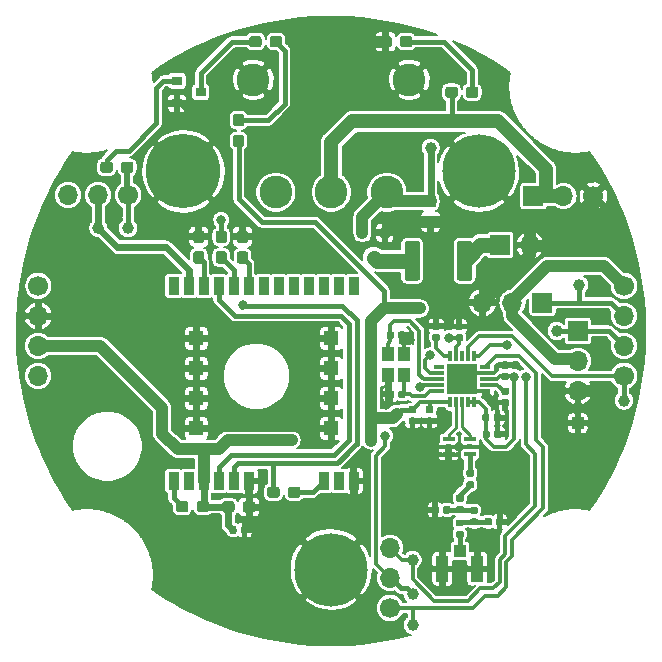
<source format=gtl>
G04 #@! TF.GenerationSoftware,KiCad,Pcbnew,(5.0.0)*
G04 #@! TF.CreationDate,2019-01-09T16:36:41-03:00*
G04 #@! TF.ProjectId,PCB_A,5043425F412E6B696361645F70636200,rev?*
G04 #@! TF.SameCoordinates,Original*
G04 #@! TF.FileFunction,Copper,L1,Top,Signal*
G04 #@! TF.FilePolarity,Positive*
%FSLAX46Y46*%
G04 Gerber Fmt 4.6, Leading zero omitted, Abs format (unit mm)*
G04 Created by KiCad (PCBNEW (5.0.0)) date 01/09/19 16:36:41*
%MOMM*%
%LPD*%
G01*
G04 APERTURE LIST*
G04 #@! TA.AperFunction,Conductor*
%ADD10C,0.100000*%
G04 #@! TD*
G04 #@! TA.AperFunction,SMDPad,CuDef*
%ADD11C,1.300000*%
G04 #@! TD*
G04 #@! TA.AperFunction,SMDPad,CuDef*
%ADD12C,0.590000*%
G04 #@! TD*
G04 #@! TA.AperFunction,SMDPad,CuDef*
%ADD13R,0.900000X0.800000*%
G04 #@! TD*
G04 #@! TA.AperFunction,SMDPad,CuDef*
%ADD14C,0.950000*%
G04 #@! TD*
G04 #@! TA.AperFunction,ComponentPad*
%ADD15O,1.700000X1.700000*%
G04 #@! TD*
G04 #@! TA.AperFunction,ComponentPad*
%ADD16C,1.700000*%
G04 #@! TD*
G04 #@! TA.AperFunction,ComponentPad*
%ADD17R,1.700000X1.700000*%
G04 #@! TD*
G04 #@! TA.AperFunction,SMDPad,CuDef*
%ADD18R,0.900000X1.500000*%
G04 #@! TD*
G04 #@! TA.AperFunction,SMDPad,CuDef*
%ADD19R,1.270000X1.270000*%
G04 #@! TD*
G04 #@! TA.AperFunction,ComponentPad*
%ADD20C,6.200000*%
G04 #@! TD*
G04 #@! TA.AperFunction,ComponentPad*
%ADD21C,6.300000*%
G04 #@! TD*
G04 #@! TA.AperFunction,SMDPad,CuDef*
%ADD22R,0.800000X0.900000*%
G04 #@! TD*
G04 #@! TA.AperFunction,ComponentPad*
%ADD23C,2.775000*%
G04 #@! TD*
G04 #@! TA.AperFunction,SMDPad,CuDef*
%ADD24R,1.000000X1.050000*%
G04 #@! TD*
G04 #@! TA.AperFunction,SMDPad,CuDef*
%ADD25R,1.050000X2.200000*%
G04 #@! TD*
G04 #@! TA.AperFunction,SMDPad,CuDef*
%ADD26R,0.300000X0.900000*%
G04 #@! TD*
G04 #@! TA.AperFunction,SMDPad,CuDef*
%ADD27R,0.900000X0.300000*%
G04 #@! TD*
G04 #@! TA.AperFunction,SMDPad,CuDef*
%ADD28R,2.500000X2.500000*%
G04 #@! TD*
G04 #@! TA.AperFunction,SMDPad,CuDef*
%ADD29R,1.000000X0.350000*%
G04 #@! TD*
G04 #@! TA.AperFunction,SMDPad,CuDef*
%ADD30R,1.000000X1.150000*%
G04 #@! TD*
G04 #@! TA.AperFunction,BGAPad,CuDef*
%ADD31C,1.000000*%
G04 #@! TD*
G04 #@! TA.AperFunction,ComponentPad*
%ADD32R,1.000000X1.000000*%
G04 #@! TD*
G04 #@! TA.AperFunction,ViaPad*
%ADD33C,1.000000*%
G04 #@! TD*
G04 #@! TA.AperFunction,ViaPad*
%ADD34C,0.800000*%
G04 #@! TD*
G04 #@! TA.AperFunction,Conductor*
%ADD35C,0.600000*%
G04 #@! TD*
G04 #@! TA.AperFunction,Conductor*
%ADD36C,0.300000*%
G04 #@! TD*
G04 #@! TA.AperFunction,Conductor*
%ADD37C,1.000000*%
G04 #@! TD*
G04 #@! TA.AperFunction,Conductor*
%ADD38C,0.400000*%
G04 #@! TD*
G04 #@! TA.AperFunction,Conductor*
%ADD39C,0.500000*%
G04 #@! TD*
G04 #@! TA.AperFunction,Conductor*
%ADD40C,1.200000*%
G04 #@! TD*
G04 #@! TA.AperFunction,Conductor*
%ADD41C,0.250000*%
G04 #@! TD*
G04 #@! TA.AperFunction,Conductor*
%ADD42C,1.300000*%
G04 #@! TD*
G04 #@! TA.AperFunction,Conductor*
%ADD43C,0.200000*%
G04 #@! TD*
G04 APERTURE END LIST*
D10*
G04 #@! TO.N,Net-(F1-Pad1)*
G04 #@! TO.C,F1*
G36*
X11742704Y7642396D02*
X11766973Y7638796D01*
X11790771Y7632835D01*
X11813871Y7624570D01*
X11836049Y7614080D01*
X11857093Y7601467D01*
X11876798Y7586853D01*
X11894977Y7570377D01*
X11911453Y7552198D01*
X11926067Y7532493D01*
X11938680Y7511449D01*
X11949170Y7489271D01*
X11957435Y7466171D01*
X11963396Y7442373D01*
X11966996Y7418104D01*
X11968200Y7393600D01*
X11968200Y4493600D01*
X11966996Y4469096D01*
X11963396Y4444827D01*
X11957435Y4421029D01*
X11949170Y4397929D01*
X11938680Y4375751D01*
X11926067Y4354707D01*
X11911453Y4335002D01*
X11894977Y4316823D01*
X11876798Y4300347D01*
X11857093Y4285733D01*
X11836049Y4273120D01*
X11813871Y4262630D01*
X11790771Y4254365D01*
X11766973Y4248404D01*
X11742704Y4244804D01*
X11718200Y4243600D01*
X10918200Y4243600D01*
X10893696Y4244804D01*
X10869427Y4248404D01*
X10845629Y4254365D01*
X10822529Y4262630D01*
X10800351Y4273120D01*
X10779307Y4285733D01*
X10759602Y4300347D01*
X10741423Y4316823D01*
X10724947Y4335002D01*
X10710333Y4354707D01*
X10697720Y4375751D01*
X10687230Y4397929D01*
X10678965Y4421029D01*
X10673004Y4444827D01*
X10669404Y4469096D01*
X10668200Y4493600D01*
X10668200Y7393600D01*
X10669404Y7418104D01*
X10673004Y7442373D01*
X10678965Y7466171D01*
X10687230Y7489271D01*
X10697720Y7511449D01*
X10710333Y7532493D01*
X10724947Y7552198D01*
X10741423Y7570377D01*
X10759602Y7586853D01*
X10779307Y7601467D01*
X10800351Y7614080D01*
X10822529Y7624570D01*
X10845629Y7632835D01*
X10869427Y7638796D01*
X10893696Y7642396D01*
X10918200Y7643600D01*
X11718200Y7643600D01*
X11742704Y7642396D01*
X11742704Y7642396D01*
G37*
D11*
G04 #@! TD*
G04 #@! TO.P,F1,1*
G04 #@! TO.N,Net-(F1-Pad1)*
X11318200Y5943600D03*
D10*
G04 #@! TO.N,Net-(F1-Pad2)*
G04 #@! TO.C,F1*
G36*
X7292704Y7642396D02*
X7316973Y7638796D01*
X7340771Y7632835D01*
X7363871Y7624570D01*
X7386049Y7614080D01*
X7407093Y7601467D01*
X7426798Y7586853D01*
X7444977Y7570377D01*
X7461453Y7552198D01*
X7476067Y7532493D01*
X7488680Y7511449D01*
X7499170Y7489271D01*
X7507435Y7466171D01*
X7513396Y7442373D01*
X7516996Y7418104D01*
X7518200Y7393600D01*
X7518200Y4493600D01*
X7516996Y4469096D01*
X7513396Y4444827D01*
X7507435Y4421029D01*
X7499170Y4397929D01*
X7488680Y4375751D01*
X7476067Y4354707D01*
X7461453Y4335002D01*
X7444977Y4316823D01*
X7426798Y4300347D01*
X7407093Y4285733D01*
X7386049Y4273120D01*
X7363871Y4262630D01*
X7340771Y4254365D01*
X7316973Y4248404D01*
X7292704Y4244804D01*
X7268200Y4243600D01*
X6468200Y4243600D01*
X6443696Y4244804D01*
X6419427Y4248404D01*
X6395629Y4254365D01*
X6372529Y4262630D01*
X6350351Y4273120D01*
X6329307Y4285733D01*
X6309602Y4300347D01*
X6291423Y4316823D01*
X6274947Y4335002D01*
X6260333Y4354707D01*
X6247720Y4375751D01*
X6237230Y4397929D01*
X6228965Y4421029D01*
X6223004Y4444827D01*
X6219404Y4469096D01*
X6218200Y4493600D01*
X6218200Y7393600D01*
X6219404Y7418104D01*
X6223004Y7442373D01*
X6228965Y7466171D01*
X6237230Y7489271D01*
X6247720Y7511449D01*
X6260333Y7532493D01*
X6274947Y7552198D01*
X6291423Y7570377D01*
X6309602Y7586853D01*
X6329307Y7601467D01*
X6350351Y7614080D01*
X6372529Y7624570D01*
X6395629Y7632835D01*
X6419427Y7638796D01*
X6443696Y7642396D01*
X6468200Y7643600D01*
X7268200Y7643600D01*
X7292704Y7642396D01*
X7292704Y7642396D01*
G37*
D11*
G04 #@! TD*
G04 #@! TO.P,F1,2*
G04 #@! TO.N,Net-(F1-Pad2)*
X6868200Y5943600D03*
D10*
G04 #@! TO.N,Net-(C15-Pad1)*
G04 #@! TO.C,C15*
G36*
X11972558Y-12738310D02*
X11986876Y-12740434D01*
X12000917Y-12743951D01*
X12014546Y-12748828D01*
X12027631Y-12755017D01*
X12040047Y-12762458D01*
X12051673Y-12771081D01*
X12062398Y-12780802D01*
X12072119Y-12791527D01*
X12080742Y-12803153D01*
X12088183Y-12815569D01*
X12094372Y-12828654D01*
X12099249Y-12842283D01*
X12102766Y-12856324D01*
X12104890Y-12870642D01*
X12105600Y-12885100D01*
X12105600Y-13180100D01*
X12104890Y-13194558D01*
X12102766Y-13208876D01*
X12099249Y-13222917D01*
X12094372Y-13236546D01*
X12088183Y-13249631D01*
X12080742Y-13262047D01*
X12072119Y-13273673D01*
X12062398Y-13284398D01*
X12051673Y-13294119D01*
X12040047Y-13302742D01*
X12027631Y-13310183D01*
X12014546Y-13316372D01*
X12000917Y-13321249D01*
X11986876Y-13324766D01*
X11972558Y-13326890D01*
X11958100Y-13327600D01*
X11613100Y-13327600D01*
X11598642Y-13326890D01*
X11584324Y-13324766D01*
X11570283Y-13321249D01*
X11556654Y-13316372D01*
X11543569Y-13310183D01*
X11531153Y-13302742D01*
X11519527Y-13294119D01*
X11508802Y-13284398D01*
X11499081Y-13273673D01*
X11490458Y-13262047D01*
X11483017Y-13249631D01*
X11476828Y-13236546D01*
X11471951Y-13222917D01*
X11468434Y-13208876D01*
X11466310Y-13194558D01*
X11465600Y-13180100D01*
X11465600Y-12885100D01*
X11466310Y-12870642D01*
X11468434Y-12856324D01*
X11471951Y-12842283D01*
X11476828Y-12828654D01*
X11483017Y-12815569D01*
X11490458Y-12803153D01*
X11499081Y-12791527D01*
X11508802Y-12780802D01*
X11519527Y-12771081D01*
X11531153Y-12762458D01*
X11543569Y-12755017D01*
X11556654Y-12748828D01*
X11570283Y-12743951D01*
X11584324Y-12740434D01*
X11598642Y-12738310D01*
X11613100Y-12737600D01*
X11958100Y-12737600D01*
X11972558Y-12738310D01*
X11972558Y-12738310D01*
G37*
D12*
G04 #@! TD*
G04 #@! TO.P,C15,1*
G04 #@! TO.N,Net-(C15-Pad1)*
X11785600Y-13032600D03*
D10*
G04 #@! TO.N,Net-(C15-Pad2)*
G04 #@! TO.C,C15*
G36*
X11972558Y-11768310D02*
X11986876Y-11770434D01*
X12000917Y-11773951D01*
X12014546Y-11778828D01*
X12027631Y-11785017D01*
X12040047Y-11792458D01*
X12051673Y-11801081D01*
X12062398Y-11810802D01*
X12072119Y-11821527D01*
X12080742Y-11833153D01*
X12088183Y-11845569D01*
X12094372Y-11858654D01*
X12099249Y-11872283D01*
X12102766Y-11886324D01*
X12104890Y-11900642D01*
X12105600Y-11915100D01*
X12105600Y-12210100D01*
X12104890Y-12224558D01*
X12102766Y-12238876D01*
X12099249Y-12252917D01*
X12094372Y-12266546D01*
X12088183Y-12279631D01*
X12080742Y-12292047D01*
X12072119Y-12303673D01*
X12062398Y-12314398D01*
X12051673Y-12324119D01*
X12040047Y-12332742D01*
X12027631Y-12340183D01*
X12014546Y-12346372D01*
X12000917Y-12351249D01*
X11986876Y-12354766D01*
X11972558Y-12356890D01*
X11958100Y-12357600D01*
X11613100Y-12357600D01*
X11598642Y-12356890D01*
X11584324Y-12354766D01*
X11570283Y-12351249D01*
X11556654Y-12346372D01*
X11543569Y-12340183D01*
X11531153Y-12332742D01*
X11519527Y-12324119D01*
X11508802Y-12314398D01*
X11499081Y-12303673D01*
X11490458Y-12292047D01*
X11483017Y-12279631D01*
X11476828Y-12266546D01*
X11471951Y-12252917D01*
X11468434Y-12238876D01*
X11466310Y-12224558D01*
X11465600Y-12210100D01*
X11465600Y-11915100D01*
X11466310Y-11900642D01*
X11468434Y-11886324D01*
X11471951Y-11872283D01*
X11476828Y-11858654D01*
X11483017Y-11845569D01*
X11490458Y-11833153D01*
X11499081Y-11821527D01*
X11508802Y-11810802D01*
X11519527Y-11801081D01*
X11531153Y-11792458D01*
X11543569Y-11785017D01*
X11556654Y-11778828D01*
X11570283Y-11773951D01*
X11584324Y-11770434D01*
X11598642Y-11768310D01*
X11613100Y-11767600D01*
X11958100Y-11767600D01*
X11972558Y-11768310D01*
X11972558Y-11768310D01*
G37*
D12*
G04 #@! TD*
G04 #@! TO.P,C15,2*
G04 #@! TO.N,Net-(C15-Pad2)*
X11785600Y-12062600D03*
D13*
G04 #@! TO.P,Q2,1*
G04 #@! TO.N,Net-(Q2-Pad1)*
X-13039600Y21168400D03*
G04 #@! TO.P,Q2,2*
G04 #@! TO.N,GND*
X-13039600Y19268400D03*
G04 #@! TO.P,Q2,3*
G04 #@! TO.N,Net-(D1-Pad1)*
X-11039600Y20218400D03*
G04 #@! TD*
D10*
G04 #@! TO.N,Net-(D1-Pad2)*
G04 #@! TO.C,R11*
G36*
X-7562421Y18366056D02*
X-7539366Y18362637D01*
X-7516757Y18356973D01*
X-7494813Y18349121D01*
X-7473743Y18339156D01*
X-7453752Y18327174D01*
X-7435032Y18313290D01*
X-7417762Y18297638D01*
X-7402110Y18280368D01*
X-7388226Y18261648D01*
X-7376244Y18241657D01*
X-7366279Y18220587D01*
X-7358427Y18198643D01*
X-7352763Y18176034D01*
X-7349344Y18152979D01*
X-7348200Y18129700D01*
X-7348200Y17554700D01*
X-7349344Y17531421D01*
X-7352763Y17508366D01*
X-7358427Y17485757D01*
X-7366279Y17463813D01*
X-7376244Y17442743D01*
X-7388226Y17422752D01*
X-7402110Y17404032D01*
X-7417762Y17386762D01*
X-7435032Y17371110D01*
X-7453752Y17357226D01*
X-7473743Y17345244D01*
X-7494813Y17335279D01*
X-7516757Y17327427D01*
X-7539366Y17321763D01*
X-7562421Y17318344D01*
X-7585700Y17317200D01*
X-8060700Y17317200D01*
X-8083979Y17318344D01*
X-8107034Y17321763D01*
X-8129643Y17327427D01*
X-8151587Y17335279D01*
X-8172657Y17345244D01*
X-8192648Y17357226D01*
X-8211368Y17371110D01*
X-8228638Y17386762D01*
X-8244290Y17404032D01*
X-8258174Y17422752D01*
X-8270156Y17442743D01*
X-8280121Y17463813D01*
X-8287973Y17485757D01*
X-8293637Y17508366D01*
X-8297056Y17531421D01*
X-8298200Y17554700D01*
X-8298200Y18129700D01*
X-8297056Y18152979D01*
X-8293637Y18176034D01*
X-8287973Y18198643D01*
X-8280121Y18220587D01*
X-8270156Y18241657D01*
X-8258174Y18261648D01*
X-8244290Y18280368D01*
X-8228638Y18297638D01*
X-8211368Y18313290D01*
X-8192648Y18327174D01*
X-8172657Y18339156D01*
X-8151587Y18349121D01*
X-8129643Y18356973D01*
X-8107034Y18362637D01*
X-8083979Y18366056D01*
X-8060700Y18367200D01*
X-7585700Y18367200D01*
X-7562421Y18366056D01*
X-7562421Y18366056D01*
G37*
D14*
G04 #@! TD*
G04 #@! TO.P,R11,1*
G04 #@! TO.N,Net-(D1-Pad2)*
X-7823200Y17842200D03*
D10*
G04 #@! TO.N,+3V3_Internal*
G04 #@! TO.C,R11*
G36*
X-7562421Y16616056D02*
X-7539366Y16612637D01*
X-7516757Y16606973D01*
X-7494813Y16599121D01*
X-7473743Y16589156D01*
X-7453752Y16577174D01*
X-7435032Y16563290D01*
X-7417762Y16547638D01*
X-7402110Y16530368D01*
X-7388226Y16511648D01*
X-7376244Y16491657D01*
X-7366279Y16470587D01*
X-7358427Y16448643D01*
X-7352763Y16426034D01*
X-7349344Y16402979D01*
X-7348200Y16379700D01*
X-7348200Y15804700D01*
X-7349344Y15781421D01*
X-7352763Y15758366D01*
X-7358427Y15735757D01*
X-7366279Y15713813D01*
X-7376244Y15692743D01*
X-7388226Y15672752D01*
X-7402110Y15654032D01*
X-7417762Y15636762D01*
X-7435032Y15621110D01*
X-7453752Y15607226D01*
X-7473743Y15595244D01*
X-7494813Y15585279D01*
X-7516757Y15577427D01*
X-7539366Y15571763D01*
X-7562421Y15568344D01*
X-7585700Y15567200D01*
X-8060700Y15567200D01*
X-8083979Y15568344D01*
X-8107034Y15571763D01*
X-8129643Y15577427D01*
X-8151587Y15585279D01*
X-8172657Y15595244D01*
X-8192648Y15607226D01*
X-8211368Y15621110D01*
X-8228638Y15636762D01*
X-8244290Y15654032D01*
X-8258174Y15672752D01*
X-8270156Y15692743D01*
X-8280121Y15713813D01*
X-8287973Y15735757D01*
X-8293637Y15758366D01*
X-8297056Y15781421D01*
X-8298200Y15804700D01*
X-8298200Y16379700D01*
X-8297056Y16402979D01*
X-8293637Y16426034D01*
X-8287973Y16448643D01*
X-8280121Y16470587D01*
X-8270156Y16491657D01*
X-8258174Y16511648D01*
X-8244290Y16530368D01*
X-8228638Y16547638D01*
X-8211368Y16563290D01*
X-8192648Y16577174D01*
X-8172657Y16589156D01*
X-8151587Y16599121D01*
X-8129643Y16606973D01*
X-8107034Y16612637D01*
X-8083979Y16616056D01*
X-8060700Y16617200D01*
X-7585700Y16617200D01*
X-7562421Y16616056D01*
X-7562421Y16616056D01*
G37*
D14*
G04 #@! TD*
G04 #@! TO.P,R11,2*
G04 #@! TO.N,+3V3_Internal*
X-7823200Y16092200D03*
D10*
G04 #@! TO.N,GND*
G04 #@! TO.C,C2*
G36*
X-7178042Y-16530710D02*
X-7163724Y-16532834D01*
X-7149683Y-16536351D01*
X-7136054Y-16541228D01*
X-7122969Y-16547417D01*
X-7110553Y-16554858D01*
X-7098927Y-16563481D01*
X-7088202Y-16573202D01*
X-7078481Y-16583927D01*
X-7069858Y-16595553D01*
X-7062417Y-16607969D01*
X-7056228Y-16621054D01*
X-7051351Y-16634683D01*
X-7047834Y-16648724D01*
X-7045710Y-16663042D01*
X-7045000Y-16677500D01*
X-7045000Y-17022500D01*
X-7045710Y-17036958D01*
X-7047834Y-17051276D01*
X-7051351Y-17065317D01*
X-7056228Y-17078946D01*
X-7062417Y-17092031D01*
X-7069858Y-17104447D01*
X-7078481Y-17116073D01*
X-7088202Y-17126798D01*
X-7098927Y-17136519D01*
X-7110553Y-17145142D01*
X-7122969Y-17152583D01*
X-7136054Y-17158772D01*
X-7149683Y-17163649D01*
X-7163724Y-17167166D01*
X-7178042Y-17169290D01*
X-7192500Y-17170000D01*
X-7487500Y-17170000D01*
X-7501958Y-17169290D01*
X-7516276Y-17167166D01*
X-7530317Y-17163649D01*
X-7543946Y-17158772D01*
X-7557031Y-17152583D01*
X-7569447Y-17145142D01*
X-7581073Y-17136519D01*
X-7591798Y-17126798D01*
X-7601519Y-17116073D01*
X-7610142Y-17104447D01*
X-7617583Y-17092031D01*
X-7623772Y-17078946D01*
X-7628649Y-17065317D01*
X-7632166Y-17051276D01*
X-7634290Y-17036958D01*
X-7635000Y-17022500D01*
X-7635000Y-16677500D01*
X-7634290Y-16663042D01*
X-7632166Y-16648724D01*
X-7628649Y-16634683D01*
X-7623772Y-16621054D01*
X-7617583Y-16607969D01*
X-7610142Y-16595553D01*
X-7601519Y-16583927D01*
X-7591798Y-16573202D01*
X-7581073Y-16563481D01*
X-7569447Y-16554858D01*
X-7557031Y-16547417D01*
X-7543946Y-16541228D01*
X-7530317Y-16536351D01*
X-7516276Y-16532834D01*
X-7501958Y-16530710D01*
X-7487500Y-16530000D01*
X-7192500Y-16530000D01*
X-7178042Y-16530710D01*
X-7178042Y-16530710D01*
G37*
D12*
G04 #@! TD*
G04 #@! TO.P,C2,2*
G04 #@! TO.N,GND*
X-7340000Y-16850000D03*
D10*
G04 #@! TO.N,+3V3_Internal*
G04 #@! TO.C,C2*
G36*
X-8148042Y-16530710D02*
X-8133724Y-16532834D01*
X-8119683Y-16536351D01*
X-8106054Y-16541228D01*
X-8092969Y-16547417D01*
X-8080553Y-16554858D01*
X-8068927Y-16563481D01*
X-8058202Y-16573202D01*
X-8048481Y-16583927D01*
X-8039858Y-16595553D01*
X-8032417Y-16607969D01*
X-8026228Y-16621054D01*
X-8021351Y-16634683D01*
X-8017834Y-16648724D01*
X-8015710Y-16663042D01*
X-8015000Y-16677500D01*
X-8015000Y-17022500D01*
X-8015710Y-17036958D01*
X-8017834Y-17051276D01*
X-8021351Y-17065317D01*
X-8026228Y-17078946D01*
X-8032417Y-17092031D01*
X-8039858Y-17104447D01*
X-8048481Y-17116073D01*
X-8058202Y-17126798D01*
X-8068927Y-17136519D01*
X-8080553Y-17145142D01*
X-8092969Y-17152583D01*
X-8106054Y-17158772D01*
X-8119683Y-17163649D01*
X-8133724Y-17167166D01*
X-8148042Y-17169290D01*
X-8162500Y-17170000D01*
X-8457500Y-17170000D01*
X-8471958Y-17169290D01*
X-8486276Y-17167166D01*
X-8500317Y-17163649D01*
X-8513946Y-17158772D01*
X-8527031Y-17152583D01*
X-8539447Y-17145142D01*
X-8551073Y-17136519D01*
X-8561798Y-17126798D01*
X-8571519Y-17116073D01*
X-8580142Y-17104447D01*
X-8587583Y-17092031D01*
X-8593772Y-17078946D01*
X-8598649Y-17065317D01*
X-8602166Y-17051276D01*
X-8604290Y-17036958D01*
X-8605000Y-17022500D01*
X-8605000Y-16677500D01*
X-8604290Y-16663042D01*
X-8602166Y-16648724D01*
X-8598649Y-16634683D01*
X-8593772Y-16621054D01*
X-8587583Y-16607969D01*
X-8580142Y-16595553D01*
X-8571519Y-16583927D01*
X-8561798Y-16573202D01*
X-8551073Y-16563481D01*
X-8539447Y-16554858D01*
X-8527031Y-16547417D01*
X-8513946Y-16541228D01*
X-8500317Y-16536351D01*
X-8486276Y-16532834D01*
X-8471958Y-16530710D01*
X-8457500Y-16530000D01*
X-8162500Y-16530000D01*
X-8148042Y-16530710D01*
X-8148042Y-16530710D01*
G37*
D12*
G04 #@! TD*
G04 #@! TO.P,C2,1*
G04 #@! TO.N,+3V3_Internal*
X-8310000Y-16850000D03*
D15*
G04 #@! TO.P,J4,5*
G04 #@! TO.N,/S_GLOBO*
X24800000Y1270000D03*
G04 #@! TO.P,J4,10*
G04 #@! TO.N,/SCLK*
X4996841Y-18373862D03*
D16*
G04 #@! TO.P,J4,4*
G04 #@! TO.N,+5V*
X24800000Y3810000D03*
G04 #@! TO.P,J4,8*
G04 #@! TO.N,/SDI*
X4996841Y-23453862D03*
D15*
G04 #@! TO.P,J4,9*
G04 #@! TO.N,/CS*
X4996841Y-20913862D03*
D16*
G04 #@! TO.P,J4,7*
G04 #@! TO.N,/SDO*
X24800000Y-3810000D03*
D15*
G04 #@! TO.P,J4,6*
G04 #@! TO.N,/S_PARACAIDAS*
X24800000Y-1270000D03*
D16*
G04 #@! TO.P,J4,3*
G04 #@! TO.N,GND*
X22212262Y11400841D03*
D17*
G04 #@! TO.P,J4,1*
G04 #@! TO.N,Net-(J4-Pad1)*
X17132262Y11400841D03*
D15*
G04 #@! TO.P,J4,2*
X19672262Y11400841D03*
G04 #@! TO.P,J4,13*
G04 #@! TO.N,Net-(J4-Pad13)*
X-22267738Y11500841D03*
G04 #@! TO.P,J4,12*
G04 #@! TO.N,/GPS_TX*
X-19727738Y11500841D03*
D16*
G04 #@! TO.P,J4,11*
G04 #@! TO.N,/P1*
X-17187738Y11500841D03*
D15*
G04 #@! TO.P,J4,16*
G04 #@! TO.N,+3V3_Internal*
X-24800000Y-1270000D03*
G04 #@! TO.P,J4,17*
G04 #@! TO.N,Net-(J4-Pad17)*
X-24800000Y-3810000D03*
G04 #@! TO.P,J4,15*
G04 #@! TO.N,GND*
X-24800000Y1270000D03*
D16*
G04 #@! TO.P,J4,14*
G04 #@! TO.N,Net-(J4-Pad14)*
X-24800000Y3810000D03*
G04 #@! TD*
D18*
G04 #@! TO.P,U1,1*
G04 #@! TO.N,Net-(R3-Pad2)*
X-13310000Y-12700000D03*
G04 #@! TO.P,U1,2*
G04 #@! TO.N,Net-(U1-Pad2)*
X-12040000Y-12700000D03*
G04 #@! TO.P,U1,3*
G04 #@! TO.N,+3V3_Internal*
X-10770000Y-12700000D03*
G04 #@! TO.P,U1,4*
G04 #@! TO.N,Net-(U1-Pad19)*
X-9500000Y-12700000D03*
G04 #@! TO.P,U1,5*
G04 #@! TO.N,/GPS/GPS_1V8*
X-8230000Y-12700000D03*
G04 #@! TO.P,U1,6*
G04 #@! TO.N,GND*
X-6960000Y-12700000D03*
G04 #@! TO.P,U1,9*
X1930000Y-12700000D03*
G04 #@! TO.P,U1,7*
G04 #@! TO.N,Net-(R4-Pad2)*
X-610000Y-12700000D03*
G04 #@! TO.P,U1,8*
G04 #@! TO.N,Net-(U1-Pad8)*
X660000Y-12700000D03*
G04 #@! TO.P,U1,10*
G04 #@! TO.N,Net-(U1-Pad10)*
X1930000Y3810000D03*
G04 #@! TO.P,U1,11*
G04 #@! TO.N,Net-(U1-Pad11)*
X660000Y3810000D03*
G04 #@! TO.P,U1,12*
G04 #@! TO.N,Net-(U1-Pad12)*
X-610000Y3810000D03*
G04 #@! TO.P,U1,13*
G04 #@! TO.N,Net-(U1-Pad13)*
X-1880000Y3810000D03*
G04 #@! TO.P,U1,14*
G04 #@! TO.N,Net-(U1-Pad14)*
X-3150000Y3810000D03*
G04 #@! TO.P,U1,15*
G04 #@! TO.N,Net-(U1-Pad15)*
X-4420000Y3810000D03*
G04 #@! TO.P,U1,16*
G04 #@! TO.N,Net-(U1-Pad16)*
X-5690000Y3810000D03*
G04 #@! TO.P,U1,17*
G04 #@! TO.N,Net-(R5-Pad1)*
X-6960000Y3810000D03*
G04 #@! TO.P,U1,18*
G04 #@! TO.N,Net-(R6-Pad1)*
X-8230000Y3810000D03*
G04 #@! TO.P,U1,19*
G04 #@! TO.N,Net-(U1-Pad19)*
X-9500000Y3810000D03*
G04 #@! TO.P,U1,20*
G04 #@! TO.N,Net-(R7-Pad1)*
X-10770000Y3810000D03*
G04 #@! TO.P,U1,21*
G04 #@! TO.N,/GPS_TX*
X-12040000Y3810000D03*
G04 #@! TO.P,U1,22*
G04 #@! TO.N,Net-(U1-Pad22)*
X-13310000Y3810000D03*
D19*
G04 #@! TO.P,U1,23*
G04 #@! TO.N,GND*
X25000Y-8255000D03*
G04 #@! TO.P,U1,24*
X25000Y-5715000D03*
G04 #@! TO.P,U1,25*
X25000Y-3175000D03*
G04 #@! TO.P,U1,26*
X25000Y-635000D03*
G04 #@! TO.P,U1,27*
X-11405000Y-635000D03*
G04 #@! TO.P,U1,28*
X-11405000Y-3175000D03*
G04 #@! TO.P,U1,29*
X-11405000Y-5715000D03*
G04 #@! TO.P,U1,30*
X-11405000Y-8255000D03*
G04 #@! TD*
D10*
G04 #@! TO.N,GND*
G04 #@! TO.C,C1*
G36*
X8693579Y9758056D02*
X8716634Y9754637D01*
X8739243Y9748973D01*
X8761187Y9741121D01*
X8782257Y9731156D01*
X8802248Y9719174D01*
X8820968Y9705290D01*
X8838238Y9689638D01*
X8853890Y9672368D01*
X8867774Y9653648D01*
X8879756Y9633657D01*
X8889721Y9612587D01*
X8897573Y9590643D01*
X8903237Y9568034D01*
X8906656Y9544979D01*
X8907800Y9521700D01*
X8907800Y8946700D01*
X8906656Y8923421D01*
X8903237Y8900366D01*
X8897573Y8877757D01*
X8889721Y8855813D01*
X8879756Y8834743D01*
X8867774Y8814752D01*
X8853890Y8796032D01*
X8838238Y8778762D01*
X8820968Y8763110D01*
X8802248Y8749226D01*
X8782257Y8737244D01*
X8761187Y8727279D01*
X8739243Y8719427D01*
X8716634Y8713763D01*
X8693579Y8710344D01*
X8670300Y8709200D01*
X8195300Y8709200D01*
X8172021Y8710344D01*
X8148966Y8713763D01*
X8126357Y8719427D01*
X8104413Y8727279D01*
X8083343Y8737244D01*
X8063352Y8749226D01*
X8044632Y8763110D01*
X8027362Y8778762D01*
X8011710Y8796032D01*
X7997826Y8814752D01*
X7985844Y8834743D01*
X7975879Y8855813D01*
X7968027Y8877757D01*
X7962363Y8900366D01*
X7958944Y8923421D01*
X7957800Y8946700D01*
X7957800Y9521700D01*
X7958944Y9544979D01*
X7962363Y9568034D01*
X7968027Y9590643D01*
X7975879Y9612587D01*
X7985844Y9633657D01*
X7997826Y9653648D01*
X8011710Y9672368D01*
X8027362Y9689638D01*
X8044632Y9705290D01*
X8063352Y9719174D01*
X8083343Y9731156D01*
X8104413Y9741121D01*
X8126357Y9748973D01*
X8148966Y9754637D01*
X8172021Y9758056D01*
X8195300Y9759200D01*
X8670300Y9759200D01*
X8693579Y9758056D01*
X8693579Y9758056D01*
G37*
D14*
G04 #@! TD*
G04 #@! TO.P,C1,2*
G04 #@! TO.N,GND*
X8432800Y9234200D03*
D10*
G04 #@! TO.N,+BATT*
G04 #@! TO.C,C1*
G36*
X8693579Y11508056D02*
X8716634Y11504637D01*
X8739243Y11498973D01*
X8761187Y11491121D01*
X8782257Y11481156D01*
X8802248Y11469174D01*
X8820968Y11455290D01*
X8838238Y11439638D01*
X8853890Y11422368D01*
X8867774Y11403648D01*
X8879756Y11383657D01*
X8889721Y11362587D01*
X8897573Y11340643D01*
X8903237Y11318034D01*
X8906656Y11294979D01*
X8907800Y11271700D01*
X8907800Y10696700D01*
X8906656Y10673421D01*
X8903237Y10650366D01*
X8897573Y10627757D01*
X8889721Y10605813D01*
X8879756Y10584743D01*
X8867774Y10564752D01*
X8853890Y10546032D01*
X8838238Y10528762D01*
X8820968Y10513110D01*
X8802248Y10499226D01*
X8782257Y10487244D01*
X8761187Y10477279D01*
X8739243Y10469427D01*
X8716634Y10463763D01*
X8693579Y10460344D01*
X8670300Y10459200D01*
X8195300Y10459200D01*
X8172021Y10460344D01*
X8148966Y10463763D01*
X8126357Y10469427D01*
X8104413Y10477279D01*
X8083343Y10487244D01*
X8063352Y10499226D01*
X8044632Y10513110D01*
X8027362Y10528762D01*
X8011710Y10546032D01*
X7997826Y10564752D01*
X7985844Y10584743D01*
X7975879Y10605813D01*
X7968027Y10627757D01*
X7962363Y10650366D01*
X7958944Y10673421D01*
X7957800Y10696700D01*
X7957800Y11271700D01*
X7958944Y11294979D01*
X7962363Y11318034D01*
X7968027Y11340643D01*
X7975879Y11362587D01*
X7985844Y11383657D01*
X7997826Y11403648D01*
X8011710Y11422368D01*
X8027362Y11439638D01*
X8044632Y11455290D01*
X8063352Y11469174D01*
X8083343Y11481156D01*
X8104413Y11491121D01*
X8126357Y11498973D01*
X8148966Y11504637D01*
X8172021Y11508056D01*
X8195300Y11509200D01*
X8670300Y11509200D01*
X8693579Y11508056D01*
X8693579Y11508056D01*
G37*
D14*
G04 #@! TD*
G04 #@! TO.P,C1,1*
G04 #@! TO.N,+BATT*
X8432800Y10984200D03*
D10*
G04 #@! TO.N,+3V3_Internal*
G04 #@! TO.C,C3*
G36*
X-8389221Y-14426144D02*
X-8366166Y-14429563D01*
X-8343557Y-14435227D01*
X-8321613Y-14443079D01*
X-8300543Y-14453044D01*
X-8280552Y-14465026D01*
X-8261832Y-14478910D01*
X-8244562Y-14494562D01*
X-8228910Y-14511832D01*
X-8215026Y-14530552D01*
X-8203044Y-14550543D01*
X-8193079Y-14571613D01*
X-8185227Y-14593557D01*
X-8179563Y-14616166D01*
X-8176144Y-14639221D01*
X-8175000Y-14662500D01*
X-8175000Y-15137500D01*
X-8176144Y-15160779D01*
X-8179563Y-15183834D01*
X-8185227Y-15206443D01*
X-8193079Y-15228387D01*
X-8203044Y-15249457D01*
X-8215026Y-15269448D01*
X-8228910Y-15288168D01*
X-8244562Y-15305438D01*
X-8261832Y-15321090D01*
X-8280552Y-15334974D01*
X-8300543Y-15346956D01*
X-8321613Y-15356921D01*
X-8343557Y-15364773D01*
X-8366166Y-15370437D01*
X-8389221Y-15373856D01*
X-8412500Y-15375000D01*
X-8987500Y-15375000D01*
X-9010779Y-15373856D01*
X-9033834Y-15370437D01*
X-9056443Y-15364773D01*
X-9078387Y-15356921D01*
X-9099457Y-15346956D01*
X-9119448Y-15334974D01*
X-9138168Y-15321090D01*
X-9155438Y-15305438D01*
X-9171090Y-15288168D01*
X-9184974Y-15269448D01*
X-9196956Y-15249457D01*
X-9206921Y-15228387D01*
X-9214773Y-15206443D01*
X-9220437Y-15183834D01*
X-9223856Y-15160779D01*
X-9225000Y-15137500D01*
X-9225000Y-14662500D01*
X-9223856Y-14639221D01*
X-9220437Y-14616166D01*
X-9214773Y-14593557D01*
X-9206921Y-14571613D01*
X-9196956Y-14550543D01*
X-9184974Y-14530552D01*
X-9171090Y-14511832D01*
X-9155438Y-14494562D01*
X-9138168Y-14478910D01*
X-9119448Y-14465026D01*
X-9099457Y-14453044D01*
X-9078387Y-14443079D01*
X-9056443Y-14435227D01*
X-9033834Y-14429563D01*
X-9010779Y-14426144D01*
X-8987500Y-14425000D01*
X-8412500Y-14425000D01*
X-8389221Y-14426144D01*
X-8389221Y-14426144D01*
G37*
D14*
G04 #@! TD*
G04 #@! TO.P,C3,1*
G04 #@! TO.N,+3V3_Internal*
X-8700000Y-14900000D03*
D10*
G04 #@! TO.N,GND*
G04 #@! TO.C,C3*
G36*
X-6639221Y-14426144D02*
X-6616166Y-14429563D01*
X-6593557Y-14435227D01*
X-6571613Y-14443079D01*
X-6550543Y-14453044D01*
X-6530552Y-14465026D01*
X-6511832Y-14478910D01*
X-6494562Y-14494562D01*
X-6478910Y-14511832D01*
X-6465026Y-14530552D01*
X-6453044Y-14550543D01*
X-6443079Y-14571613D01*
X-6435227Y-14593557D01*
X-6429563Y-14616166D01*
X-6426144Y-14639221D01*
X-6425000Y-14662500D01*
X-6425000Y-15137500D01*
X-6426144Y-15160779D01*
X-6429563Y-15183834D01*
X-6435227Y-15206443D01*
X-6443079Y-15228387D01*
X-6453044Y-15249457D01*
X-6465026Y-15269448D01*
X-6478910Y-15288168D01*
X-6494562Y-15305438D01*
X-6511832Y-15321090D01*
X-6530552Y-15334974D01*
X-6550543Y-15346956D01*
X-6571613Y-15356921D01*
X-6593557Y-15364773D01*
X-6616166Y-15370437D01*
X-6639221Y-15373856D01*
X-6662500Y-15375000D01*
X-7237500Y-15375000D01*
X-7260779Y-15373856D01*
X-7283834Y-15370437D01*
X-7306443Y-15364773D01*
X-7328387Y-15356921D01*
X-7349457Y-15346956D01*
X-7369448Y-15334974D01*
X-7388168Y-15321090D01*
X-7405438Y-15305438D01*
X-7421090Y-15288168D01*
X-7434974Y-15269448D01*
X-7446956Y-15249457D01*
X-7456921Y-15228387D01*
X-7464773Y-15206443D01*
X-7470437Y-15183834D01*
X-7473856Y-15160779D01*
X-7475000Y-15137500D01*
X-7475000Y-14662500D01*
X-7473856Y-14639221D01*
X-7470437Y-14616166D01*
X-7464773Y-14593557D01*
X-7456921Y-14571613D01*
X-7446956Y-14550543D01*
X-7434974Y-14530552D01*
X-7421090Y-14511832D01*
X-7405438Y-14494562D01*
X-7388168Y-14478910D01*
X-7369448Y-14465026D01*
X-7349457Y-14453044D01*
X-7328387Y-14443079D01*
X-7306443Y-14435227D01*
X-7283834Y-14429563D01*
X-7260779Y-14426144D01*
X-7237500Y-14425000D01*
X-6662500Y-14425000D01*
X-6639221Y-14426144D01*
X-6639221Y-14426144D01*
G37*
D14*
G04 #@! TD*
G04 #@! TO.P,C3,2*
G04 #@! TO.N,GND*
X-6950000Y-14900000D03*
D10*
G04 #@! TO.N,Net-(D1-Pad2)*
G04 #@! TO.C,D1*
G36*
X-4351421Y24959456D02*
X-4328366Y24956037D01*
X-4305757Y24950373D01*
X-4283813Y24942521D01*
X-4262743Y24932556D01*
X-4242752Y24920574D01*
X-4224032Y24906690D01*
X-4206762Y24891038D01*
X-4191110Y24873768D01*
X-4177226Y24855048D01*
X-4165244Y24835057D01*
X-4155279Y24813987D01*
X-4147427Y24792043D01*
X-4141763Y24769434D01*
X-4138344Y24746379D01*
X-4137200Y24723100D01*
X-4137200Y24248100D01*
X-4138344Y24224821D01*
X-4141763Y24201766D01*
X-4147427Y24179157D01*
X-4155279Y24157213D01*
X-4165244Y24136143D01*
X-4177226Y24116152D01*
X-4191110Y24097432D01*
X-4206762Y24080162D01*
X-4224032Y24064510D01*
X-4242752Y24050626D01*
X-4262743Y24038644D01*
X-4283813Y24028679D01*
X-4305757Y24020827D01*
X-4328366Y24015163D01*
X-4351421Y24011744D01*
X-4374700Y24010600D01*
X-4949700Y24010600D01*
X-4972979Y24011744D01*
X-4996034Y24015163D01*
X-5018643Y24020827D01*
X-5040587Y24028679D01*
X-5061657Y24038644D01*
X-5081648Y24050626D01*
X-5100368Y24064510D01*
X-5117638Y24080162D01*
X-5133290Y24097432D01*
X-5147174Y24116152D01*
X-5159156Y24136143D01*
X-5169121Y24157213D01*
X-5176973Y24179157D01*
X-5182637Y24201766D01*
X-5186056Y24224821D01*
X-5187200Y24248100D01*
X-5187200Y24723100D01*
X-5186056Y24746379D01*
X-5182637Y24769434D01*
X-5176973Y24792043D01*
X-5169121Y24813987D01*
X-5159156Y24835057D01*
X-5147174Y24855048D01*
X-5133290Y24873768D01*
X-5117638Y24891038D01*
X-5100368Y24906690D01*
X-5081648Y24920574D01*
X-5061657Y24932556D01*
X-5040587Y24942521D01*
X-5018643Y24950373D01*
X-4996034Y24956037D01*
X-4972979Y24959456D01*
X-4949700Y24960600D01*
X-4374700Y24960600D01*
X-4351421Y24959456D01*
X-4351421Y24959456D01*
G37*
D14*
G04 #@! TD*
G04 #@! TO.P,D1,2*
G04 #@! TO.N,Net-(D1-Pad2)*
X-4662200Y24485600D03*
D10*
G04 #@! TO.N,Net-(D1-Pad1)*
G04 #@! TO.C,D1*
G36*
X-6101421Y24959456D02*
X-6078366Y24956037D01*
X-6055757Y24950373D01*
X-6033813Y24942521D01*
X-6012743Y24932556D01*
X-5992752Y24920574D01*
X-5974032Y24906690D01*
X-5956762Y24891038D01*
X-5941110Y24873768D01*
X-5927226Y24855048D01*
X-5915244Y24835057D01*
X-5905279Y24813987D01*
X-5897427Y24792043D01*
X-5891763Y24769434D01*
X-5888344Y24746379D01*
X-5887200Y24723100D01*
X-5887200Y24248100D01*
X-5888344Y24224821D01*
X-5891763Y24201766D01*
X-5897427Y24179157D01*
X-5905279Y24157213D01*
X-5915244Y24136143D01*
X-5927226Y24116152D01*
X-5941110Y24097432D01*
X-5956762Y24080162D01*
X-5974032Y24064510D01*
X-5992752Y24050626D01*
X-6012743Y24038644D01*
X-6033813Y24028679D01*
X-6055757Y24020827D01*
X-6078366Y24015163D01*
X-6101421Y24011744D01*
X-6124700Y24010600D01*
X-6699700Y24010600D01*
X-6722979Y24011744D01*
X-6746034Y24015163D01*
X-6768643Y24020827D01*
X-6790587Y24028679D01*
X-6811657Y24038644D01*
X-6831648Y24050626D01*
X-6850368Y24064510D01*
X-6867638Y24080162D01*
X-6883290Y24097432D01*
X-6897174Y24116152D01*
X-6909156Y24136143D01*
X-6919121Y24157213D01*
X-6926973Y24179157D01*
X-6932637Y24201766D01*
X-6936056Y24224821D01*
X-6937200Y24248100D01*
X-6937200Y24723100D01*
X-6936056Y24746379D01*
X-6932637Y24769434D01*
X-6926973Y24792043D01*
X-6919121Y24813987D01*
X-6909156Y24835057D01*
X-6897174Y24855048D01*
X-6883290Y24873768D01*
X-6867638Y24891038D01*
X-6850368Y24906690D01*
X-6831648Y24920574D01*
X-6811657Y24932556D01*
X-6790587Y24942521D01*
X-6768643Y24950373D01*
X-6746034Y24956037D01*
X-6722979Y24959456D01*
X-6699700Y24960600D01*
X-6124700Y24960600D01*
X-6101421Y24959456D01*
X-6101421Y24959456D01*
G37*
D14*
G04 #@! TD*
G04 #@! TO.P,D1,1*
G04 #@! TO.N,Net-(D1-Pad1)*
X-6412200Y24485600D03*
D10*
G04 #@! TO.N,GND*
G04 #@! TO.C,D2*
G36*
X4922179Y24959456D02*
X4945234Y24956037D01*
X4967843Y24950373D01*
X4989787Y24942521D01*
X5010857Y24932556D01*
X5030848Y24920574D01*
X5049568Y24906690D01*
X5066838Y24891038D01*
X5082490Y24873768D01*
X5096374Y24855048D01*
X5108356Y24835057D01*
X5118321Y24813987D01*
X5126173Y24792043D01*
X5131837Y24769434D01*
X5135256Y24746379D01*
X5136400Y24723100D01*
X5136400Y24248100D01*
X5135256Y24224821D01*
X5131837Y24201766D01*
X5126173Y24179157D01*
X5118321Y24157213D01*
X5108356Y24136143D01*
X5096374Y24116152D01*
X5082490Y24097432D01*
X5066838Y24080162D01*
X5049568Y24064510D01*
X5030848Y24050626D01*
X5010857Y24038644D01*
X4989787Y24028679D01*
X4967843Y24020827D01*
X4945234Y24015163D01*
X4922179Y24011744D01*
X4898900Y24010600D01*
X4323900Y24010600D01*
X4300621Y24011744D01*
X4277566Y24015163D01*
X4254957Y24020827D01*
X4233013Y24028679D01*
X4211943Y24038644D01*
X4191952Y24050626D01*
X4173232Y24064510D01*
X4155962Y24080162D01*
X4140310Y24097432D01*
X4126426Y24116152D01*
X4114444Y24136143D01*
X4104479Y24157213D01*
X4096627Y24179157D01*
X4090963Y24201766D01*
X4087544Y24224821D01*
X4086400Y24248100D01*
X4086400Y24723100D01*
X4087544Y24746379D01*
X4090963Y24769434D01*
X4096627Y24792043D01*
X4104479Y24813987D01*
X4114444Y24835057D01*
X4126426Y24855048D01*
X4140310Y24873768D01*
X4155962Y24891038D01*
X4173232Y24906690D01*
X4191952Y24920574D01*
X4211943Y24932556D01*
X4233013Y24942521D01*
X4254957Y24950373D01*
X4277566Y24956037D01*
X4300621Y24959456D01*
X4323900Y24960600D01*
X4898900Y24960600D01*
X4922179Y24959456D01*
X4922179Y24959456D01*
G37*
D14*
G04 #@! TD*
G04 #@! TO.P,D2,1*
G04 #@! TO.N,GND*
X4611400Y24485600D03*
D10*
G04 #@! TO.N,Net-(D2-Pad2)*
G04 #@! TO.C,D2*
G36*
X6672179Y24959456D02*
X6695234Y24956037D01*
X6717843Y24950373D01*
X6739787Y24942521D01*
X6760857Y24932556D01*
X6780848Y24920574D01*
X6799568Y24906690D01*
X6816838Y24891038D01*
X6832490Y24873768D01*
X6846374Y24855048D01*
X6858356Y24835057D01*
X6868321Y24813987D01*
X6876173Y24792043D01*
X6881837Y24769434D01*
X6885256Y24746379D01*
X6886400Y24723100D01*
X6886400Y24248100D01*
X6885256Y24224821D01*
X6881837Y24201766D01*
X6876173Y24179157D01*
X6868321Y24157213D01*
X6858356Y24136143D01*
X6846374Y24116152D01*
X6832490Y24097432D01*
X6816838Y24080162D01*
X6799568Y24064510D01*
X6780848Y24050626D01*
X6760857Y24038644D01*
X6739787Y24028679D01*
X6717843Y24020827D01*
X6695234Y24015163D01*
X6672179Y24011744D01*
X6648900Y24010600D01*
X6073900Y24010600D01*
X6050621Y24011744D01*
X6027566Y24015163D01*
X6004957Y24020827D01*
X5983013Y24028679D01*
X5961943Y24038644D01*
X5941952Y24050626D01*
X5923232Y24064510D01*
X5905962Y24080162D01*
X5890310Y24097432D01*
X5876426Y24116152D01*
X5864444Y24136143D01*
X5854479Y24157213D01*
X5846627Y24179157D01*
X5840963Y24201766D01*
X5837544Y24224821D01*
X5836400Y24248100D01*
X5836400Y24723100D01*
X5837544Y24746379D01*
X5840963Y24769434D01*
X5846627Y24792043D01*
X5854479Y24813987D01*
X5864444Y24835057D01*
X5876426Y24855048D01*
X5890310Y24873768D01*
X5905962Y24891038D01*
X5923232Y24906690D01*
X5941952Y24920574D01*
X5961943Y24932556D01*
X5983013Y24942521D01*
X6004957Y24950373D01*
X6027566Y24956037D01*
X6050621Y24959456D01*
X6073900Y24960600D01*
X6648900Y24960600D01*
X6672179Y24959456D01*
X6672179Y24959456D01*
G37*
D14*
G04 #@! TD*
G04 #@! TO.P,D2,2*
G04 #@! TO.N,Net-(D2-Pad2)*
X6361400Y24485600D03*
D17*
G04 #@! TO.P,J1,1*
G04 #@! TO.N,Net-(F1-Pad1)*
X14325600Y7264400D03*
D15*
G04 #@! TO.P,J1,2*
G04 #@! TO.N,GND*
X16865600Y7264400D03*
G04 #@! TD*
D17*
G04 #@! TO.P,J3,1*
G04 #@! TO.N,/S_GLOBO*
X17900000Y2400000D03*
D15*
G04 #@! TO.P,J3,2*
G04 #@! TO.N,+5V*
X15360000Y2400000D03*
G04 #@! TO.P,J3,3*
G04 #@! TO.N,GND*
X12820000Y2400000D03*
G04 #@! TD*
G04 #@! TO.P,J5,3*
G04 #@! TO.N,GND*
X20900000Y-5080000D03*
G04 #@! TO.P,J5,2*
G04 #@! TO.N,+5V*
X20900000Y-2540000D03*
D17*
G04 #@! TO.P,J5,1*
G04 #@! TO.N,/S_PARACAIDAS*
X20900000Y0D03*
G04 #@! TD*
D20*
G04 #@! TO.P,MH1,2*
G04 #@! TO.N,GND*
X12500000Y13500000D03*
D21*
G04 #@! TO.P,MH1,1*
X-12500000Y13500000D03*
D20*
G04 #@! TO.P,MH1,3*
X0Y-20200000D03*
G04 #@! TD*
D22*
G04 #@! TO.P,Q1,1*
G04 #@! TO.N,GND*
X4556800Y8314400D03*
G04 #@! TO.P,Q1,2*
G04 #@! TO.N,+BATT*
X2656800Y8314400D03*
G04 #@! TO.P,Q1,3*
G04 #@! TO.N,Net-(F1-Pad2)*
X3606800Y6214400D03*
G04 #@! TD*
D10*
G04 #@! TO.N,Net-(Q2-Pad1)*
G04 #@! TO.C,R1*
G36*
X-18699820Y14342256D02*
X-18676765Y14338837D01*
X-18654156Y14333173D01*
X-18632212Y14325321D01*
X-18611142Y14315356D01*
X-18591151Y14303374D01*
X-18572431Y14289490D01*
X-18555161Y14273838D01*
X-18539509Y14256568D01*
X-18525625Y14237848D01*
X-18513643Y14217857D01*
X-18503678Y14196787D01*
X-18495826Y14174843D01*
X-18490162Y14152234D01*
X-18486743Y14129179D01*
X-18485599Y14105900D01*
X-18485599Y13630900D01*
X-18486743Y13607621D01*
X-18490162Y13584566D01*
X-18495826Y13561957D01*
X-18503678Y13540013D01*
X-18513643Y13518943D01*
X-18525625Y13498952D01*
X-18539509Y13480232D01*
X-18555161Y13462962D01*
X-18572431Y13447310D01*
X-18591151Y13433426D01*
X-18611142Y13421444D01*
X-18632212Y13411479D01*
X-18654156Y13403627D01*
X-18676765Y13397963D01*
X-18699820Y13394544D01*
X-18723099Y13393400D01*
X-19298099Y13393400D01*
X-19321378Y13394544D01*
X-19344433Y13397963D01*
X-19367042Y13403627D01*
X-19388986Y13411479D01*
X-19410056Y13421444D01*
X-19430047Y13433426D01*
X-19448767Y13447310D01*
X-19466037Y13462962D01*
X-19481689Y13480232D01*
X-19495573Y13498952D01*
X-19507555Y13518943D01*
X-19517520Y13540013D01*
X-19525372Y13561957D01*
X-19531036Y13584566D01*
X-19534455Y13607621D01*
X-19535599Y13630900D01*
X-19535599Y14105900D01*
X-19534455Y14129179D01*
X-19531036Y14152234D01*
X-19525372Y14174843D01*
X-19517520Y14196787D01*
X-19507555Y14217857D01*
X-19495573Y14237848D01*
X-19481689Y14256568D01*
X-19466037Y14273838D01*
X-19448767Y14289490D01*
X-19430047Y14303374D01*
X-19410056Y14315356D01*
X-19388986Y14325321D01*
X-19367042Y14333173D01*
X-19344433Y14338837D01*
X-19321378Y14342256D01*
X-19298099Y14343400D01*
X-18723099Y14343400D01*
X-18699820Y14342256D01*
X-18699820Y14342256D01*
G37*
D14*
G04 #@! TD*
G04 #@! TO.P,R1,2*
G04 #@! TO.N,Net-(Q2-Pad1)*
X-19010599Y13868400D03*
D10*
G04 #@! TO.N,/P1*
G04 #@! TO.C,R1*
G36*
X-16949822Y14342256D02*
X-16926767Y14338837D01*
X-16904158Y14333173D01*
X-16882214Y14325321D01*
X-16861144Y14315356D01*
X-16841153Y14303374D01*
X-16822433Y14289490D01*
X-16805163Y14273838D01*
X-16789511Y14256568D01*
X-16775627Y14237848D01*
X-16763645Y14217857D01*
X-16753680Y14196787D01*
X-16745828Y14174843D01*
X-16740164Y14152234D01*
X-16736745Y14129179D01*
X-16735601Y14105900D01*
X-16735601Y13630900D01*
X-16736745Y13607621D01*
X-16740164Y13584566D01*
X-16745828Y13561957D01*
X-16753680Y13540013D01*
X-16763645Y13518943D01*
X-16775627Y13498952D01*
X-16789511Y13480232D01*
X-16805163Y13462962D01*
X-16822433Y13447310D01*
X-16841153Y13433426D01*
X-16861144Y13421444D01*
X-16882214Y13411479D01*
X-16904158Y13403627D01*
X-16926767Y13397963D01*
X-16949822Y13394544D01*
X-16973101Y13393400D01*
X-17548101Y13393400D01*
X-17571380Y13394544D01*
X-17594435Y13397963D01*
X-17617044Y13403627D01*
X-17638988Y13411479D01*
X-17660058Y13421444D01*
X-17680049Y13433426D01*
X-17698769Y13447310D01*
X-17716039Y13462962D01*
X-17731691Y13480232D01*
X-17745575Y13498952D01*
X-17757557Y13518943D01*
X-17767522Y13540013D01*
X-17775374Y13561957D01*
X-17781038Y13584566D01*
X-17784457Y13607621D01*
X-17785601Y13630900D01*
X-17785601Y14105900D01*
X-17784457Y14129179D01*
X-17781038Y14152234D01*
X-17775374Y14174843D01*
X-17767522Y14196787D01*
X-17757557Y14217857D01*
X-17745575Y14237848D01*
X-17731691Y14256568D01*
X-17716039Y14273838D01*
X-17698769Y14289490D01*
X-17680049Y14303374D01*
X-17660058Y14315356D01*
X-17638988Y14325321D01*
X-17617044Y14333173D01*
X-17594435Y14338837D01*
X-17571380Y14342256D01*
X-17548101Y14343400D01*
X-16973101Y14343400D01*
X-16949822Y14342256D01*
X-16949822Y14342256D01*
G37*
D14*
G04 #@! TD*
G04 #@! TO.P,R1,1*
G04 #@! TO.N,/P1*
X-17260601Y13868400D03*
D10*
G04 #@! TO.N,Net-(J4-Pad1)*
G04 #@! TO.C,R2*
G36*
X10510180Y20692256D02*
X10533235Y20688837D01*
X10555844Y20683173D01*
X10577788Y20675321D01*
X10598858Y20665356D01*
X10618849Y20653374D01*
X10637569Y20639490D01*
X10654839Y20623838D01*
X10670491Y20606568D01*
X10684375Y20587848D01*
X10696357Y20567857D01*
X10706322Y20546787D01*
X10714174Y20524843D01*
X10719838Y20502234D01*
X10723257Y20479179D01*
X10724401Y20455900D01*
X10724401Y19980900D01*
X10723257Y19957621D01*
X10719838Y19934566D01*
X10714174Y19911957D01*
X10706322Y19890013D01*
X10696357Y19868943D01*
X10684375Y19848952D01*
X10670491Y19830232D01*
X10654839Y19812962D01*
X10637569Y19797310D01*
X10618849Y19783426D01*
X10598858Y19771444D01*
X10577788Y19761479D01*
X10555844Y19753627D01*
X10533235Y19747963D01*
X10510180Y19744544D01*
X10486901Y19743400D01*
X9911901Y19743400D01*
X9888622Y19744544D01*
X9865567Y19747963D01*
X9842958Y19753627D01*
X9821014Y19761479D01*
X9799944Y19771444D01*
X9779953Y19783426D01*
X9761233Y19797310D01*
X9743963Y19812962D01*
X9728311Y19830232D01*
X9714427Y19848952D01*
X9702445Y19868943D01*
X9692480Y19890013D01*
X9684628Y19911957D01*
X9678964Y19934566D01*
X9675545Y19957621D01*
X9674401Y19980900D01*
X9674401Y20455900D01*
X9675545Y20479179D01*
X9678964Y20502234D01*
X9684628Y20524843D01*
X9692480Y20546787D01*
X9702445Y20567857D01*
X9714427Y20587848D01*
X9728311Y20606568D01*
X9743963Y20623838D01*
X9761233Y20639490D01*
X9779953Y20653374D01*
X9799944Y20665356D01*
X9821014Y20675321D01*
X9842958Y20683173D01*
X9865567Y20688837D01*
X9888622Y20692256D01*
X9911901Y20693400D01*
X10486901Y20693400D01*
X10510180Y20692256D01*
X10510180Y20692256D01*
G37*
D14*
G04 #@! TD*
G04 #@! TO.P,R2,1*
G04 #@! TO.N,Net-(J4-Pad1)*
X10199401Y20218400D03*
D10*
G04 #@! TO.N,Net-(D2-Pad2)*
G04 #@! TO.C,R2*
G36*
X12260178Y20692256D02*
X12283233Y20688837D01*
X12305842Y20683173D01*
X12327786Y20675321D01*
X12348856Y20665356D01*
X12368847Y20653374D01*
X12387567Y20639490D01*
X12404837Y20623838D01*
X12420489Y20606568D01*
X12434373Y20587848D01*
X12446355Y20567857D01*
X12456320Y20546787D01*
X12464172Y20524843D01*
X12469836Y20502234D01*
X12473255Y20479179D01*
X12474399Y20455900D01*
X12474399Y19980900D01*
X12473255Y19957621D01*
X12469836Y19934566D01*
X12464172Y19911957D01*
X12456320Y19890013D01*
X12446355Y19868943D01*
X12434373Y19848952D01*
X12420489Y19830232D01*
X12404837Y19812962D01*
X12387567Y19797310D01*
X12368847Y19783426D01*
X12348856Y19771444D01*
X12327786Y19761479D01*
X12305842Y19753627D01*
X12283233Y19747963D01*
X12260178Y19744544D01*
X12236899Y19743400D01*
X11661899Y19743400D01*
X11638620Y19744544D01*
X11615565Y19747963D01*
X11592956Y19753627D01*
X11571012Y19761479D01*
X11549942Y19771444D01*
X11529951Y19783426D01*
X11511231Y19797310D01*
X11493961Y19812962D01*
X11478309Y19830232D01*
X11464425Y19848952D01*
X11452443Y19868943D01*
X11442478Y19890013D01*
X11434626Y19911957D01*
X11428962Y19934566D01*
X11425543Y19957621D01*
X11424399Y19980900D01*
X11424399Y20455900D01*
X11425543Y20479179D01*
X11428962Y20502234D01*
X11434626Y20524843D01*
X11442478Y20546787D01*
X11452443Y20567857D01*
X11464425Y20587848D01*
X11478309Y20606568D01*
X11493961Y20623838D01*
X11511231Y20639490D01*
X11529951Y20653374D01*
X11549942Y20665356D01*
X11571012Y20675321D01*
X11592956Y20683173D01*
X11615565Y20688837D01*
X11638620Y20692256D01*
X11661899Y20693400D01*
X12236899Y20693400D01*
X12260178Y20692256D01*
X12260178Y20692256D01*
G37*
D14*
G04 #@! TD*
G04 #@! TO.P,R2,2*
G04 #@! TO.N,Net-(D2-Pad2)*
X11949399Y20218400D03*
D10*
G04 #@! TO.N,Net-(R3-Pad2)*
G04 #@! TO.C,R3*
G36*
X-12289221Y-14401144D02*
X-12266166Y-14404563D01*
X-12243557Y-14410227D01*
X-12221613Y-14418079D01*
X-12200543Y-14428044D01*
X-12180552Y-14440026D01*
X-12161832Y-14453910D01*
X-12144562Y-14469562D01*
X-12128910Y-14486832D01*
X-12115026Y-14505552D01*
X-12103044Y-14525543D01*
X-12093079Y-14546613D01*
X-12085227Y-14568557D01*
X-12079563Y-14591166D01*
X-12076144Y-14614221D01*
X-12075000Y-14637500D01*
X-12075000Y-15112500D01*
X-12076144Y-15135779D01*
X-12079563Y-15158834D01*
X-12085227Y-15181443D01*
X-12093079Y-15203387D01*
X-12103044Y-15224457D01*
X-12115026Y-15244448D01*
X-12128910Y-15263168D01*
X-12144562Y-15280438D01*
X-12161832Y-15296090D01*
X-12180552Y-15309974D01*
X-12200543Y-15321956D01*
X-12221613Y-15331921D01*
X-12243557Y-15339773D01*
X-12266166Y-15345437D01*
X-12289221Y-15348856D01*
X-12312500Y-15350000D01*
X-12887500Y-15350000D01*
X-12910779Y-15348856D01*
X-12933834Y-15345437D01*
X-12956443Y-15339773D01*
X-12978387Y-15331921D01*
X-12999457Y-15321956D01*
X-13019448Y-15309974D01*
X-13038168Y-15296090D01*
X-13055438Y-15280438D01*
X-13071090Y-15263168D01*
X-13084974Y-15244448D01*
X-13096956Y-15224457D01*
X-13106921Y-15203387D01*
X-13114773Y-15181443D01*
X-13120437Y-15158834D01*
X-13123856Y-15135779D01*
X-13125000Y-15112500D01*
X-13125000Y-14637500D01*
X-13123856Y-14614221D01*
X-13120437Y-14591166D01*
X-13114773Y-14568557D01*
X-13106921Y-14546613D01*
X-13096956Y-14525543D01*
X-13084974Y-14505552D01*
X-13071090Y-14486832D01*
X-13055438Y-14469562D01*
X-13038168Y-14453910D01*
X-13019448Y-14440026D01*
X-12999457Y-14428044D01*
X-12978387Y-14418079D01*
X-12956443Y-14410227D01*
X-12933834Y-14404563D01*
X-12910779Y-14401144D01*
X-12887500Y-14400000D01*
X-12312500Y-14400000D01*
X-12289221Y-14401144D01*
X-12289221Y-14401144D01*
G37*
D14*
G04 #@! TD*
G04 #@! TO.P,R3,2*
G04 #@! TO.N,Net-(R3-Pad2)*
X-12600000Y-14875000D03*
D10*
G04 #@! TO.N,+3V3_Internal*
G04 #@! TO.C,R3*
G36*
X-10539221Y-14401144D02*
X-10516166Y-14404563D01*
X-10493557Y-14410227D01*
X-10471613Y-14418079D01*
X-10450543Y-14428044D01*
X-10430552Y-14440026D01*
X-10411832Y-14453910D01*
X-10394562Y-14469562D01*
X-10378910Y-14486832D01*
X-10365026Y-14505552D01*
X-10353044Y-14525543D01*
X-10343079Y-14546613D01*
X-10335227Y-14568557D01*
X-10329563Y-14591166D01*
X-10326144Y-14614221D01*
X-10325000Y-14637500D01*
X-10325000Y-15112500D01*
X-10326144Y-15135779D01*
X-10329563Y-15158834D01*
X-10335227Y-15181443D01*
X-10343079Y-15203387D01*
X-10353044Y-15224457D01*
X-10365026Y-15244448D01*
X-10378910Y-15263168D01*
X-10394562Y-15280438D01*
X-10411832Y-15296090D01*
X-10430552Y-15309974D01*
X-10450543Y-15321956D01*
X-10471613Y-15331921D01*
X-10493557Y-15339773D01*
X-10516166Y-15345437D01*
X-10539221Y-15348856D01*
X-10562500Y-15350000D01*
X-11137500Y-15350000D01*
X-11160779Y-15348856D01*
X-11183834Y-15345437D01*
X-11206443Y-15339773D01*
X-11228387Y-15331921D01*
X-11249457Y-15321956D01*
X-11269448Y-15309974D01*
X-11288168Y-15296090D01*
X-11305438Y-15280438D01*
X-11321090Y-15263168D01*
X-11334974Y-15244448D01*
X-11346956Y-15224457D01*
X-11356921Y-15203387D01*
X-11364773Y-15181443D01*
X-11370437Y-15158834D01*
X-11373856Y-15135779D01*
X-11375000Y-15112500D01*
X-11375000Y-14637500D01*
X-11373856Y-14614221D01*
X-11370437Y-14591166D01*
X-11364773Y-14568557D01*
X-11356921Y-14546613D01*
X-11346956Y-14525543D01*
X-11334974Y-14505552D01*
X-11321090Y-14486832D01*
X-11305438Y-14469562D01*
X-11288168Y-14453910D01*
X-11269448Y-14440026D01*
X-11249457Y-14428044D01*
X-11228387Y-14418079D01*
X-11206443Y-14410227D01*
X-11183834Y-14404563D01*
X-11160779Y-14401144D01*
X-11137500Y-14400000D01*
X-10562500Y-14400000D01*
X-10539221Y-14401144D01*
X-10539221Y-14401144D01*
G37*
D14*
G04 #@! TD*
G04 #@! TO.P,R3,1*
G04 #@! TO.N,+3V3_Internal*
X-10850000Y-14875000D03*
D10*
G04 #@! TO.N,/GPS/GPS_1V8*
G04 #@! TO.C,R4*
G36*
X-4564221Y-13176144D02*
X-4541166Y-13179563D01*
X-4518557Y-13185227D01*
X-4496613Y-13193079D01*
X-4475543Y-13203044D01*
X-4455552Y-13215026D01*
X-4436832Y-13228910D01*
X-4419562Y-13244562D01*
X-4403910Y-13261832D01*
X-4390026Y-13280552D01*
X-4378044Y-13300543D01*
X-4368079Y-13321613D01*
X-4360227Y-13343557D01*
X-4354563Y-13366166D01*
X-4351144Y-13389221D01*
X-4350000Y-13412500D01*
X-4350000Y-13887500D01*
X-4351144Y-13910779D01*
X-4354563Y-13933834D01*
X-4360227Y-13956443D01*
X-4368079Y-13978387D01*
X-4378044Y-13999457D01*
X-4390026Y-14019448D01*
X-4403910Y-14038168D01*
X-4419562Y-14055438D01*
X-4436832Y-14071090D01*
X-4455552Y-14084974D01*
X-4475543Y-14096956D01*
X-4496613Y-14106921D01*
X-4518557Y-14114773D01*
X-4541166Y-14120437D01*
X-4564221Y-14123856D01*
X-4587500Y-14125000D01*
X-5162500Y-14125000D01*
X-5185779Y-14123856D01*
X-5208834Y-14120437D01*
X-5231443Y-14114773D01*
X-5253387Y-14106921D01*
X-5274457Y-14096956D01*
X-5294448Y-14084974D01*
X-5313168Y-14071090D01*
X-5330438Y-14055438D01*
X-5346090Y-14038168D01*
X-5359974Y-14019448D01*
X-5371956Y-13999457D01*
X-5381921Y-13978387D01*
X-5389773Y-13956443D01*
X-5395437Y-13933834D01*
X-5398856Y-13910779D01*
X-5400000Y-13887500D01*
X-5400000Y-13412500D01*
X-5398856Y-13389221D01*
X-5395437Y-13366166D01*
X-5389773Y-13343557D01*
X-5381921Y-13321613D01*
X-5371956Y-13300543D01*
X-5359974Y-13280552D01*
X-5346090Y-13261832D01*
X-5330438Y-13244562D01*
X-5313168Y-13228910D01*
X-5294448Y-13215026D01*
X-5274457Y-13203044D01*
X-5253387Y-13193079D01*
X-5231443Y-13185227D01*
X-5208834Y-13179563D01*
X-5185779Y-13176144D01*
X-5162500Y-13175000D01*
X-4587500Y-13175000D01*
X-4564221Y-13176144D01*
X-4564221Y-13176144D01*
G37*
D14*
G04 #@! TD*
G04 #@! TO.P,R4,1*
G04 #@! TO.N,/GPS/GPS_1V8*
X-4875000Y-13650000D03*
D10*
G04 #@! TO.N,Net-(R4-Pad2)*
G04 #@! TO.C,R4*
G36*
X-2814221Y-13176144D02*
X-2791166Y-13179563D01*
X-2768557Y-13185227D01*
X-2746613Y-13193079D01*
X-2725543Y-13203044D01*
X-2705552Y-13215026D01*
X-2686832Y-13228910D01*
X-2669562Y-13244562D01*
X-2653910Y-13261832D01*
X-2640026Y-13280552D01*
X-2628044Y-13300543D01*
X-2618079Y-13321613D01*
X-2610227Y-13343557D01*
X-2604563Y-13366166D01*
X-2601144Y-13389221D01*
X-2600000Y-13412500D01*
X-2600000Y-13887500D01*
X-2601144Y-13910779D01*
X-2604563Y-13933834D01*
X-2610227Y-13956443D01*
X-2618079Y-13978387D01*
X-2628044Y-13999457D01*
X-2640026Y-14019448D01*
X-2653910Y-14038168D01*
X-2669562Y-14055438D01*
X-2686832Y-14071090D01*
X-2705552Y-14084974D01*
X-2725543Y-14096956D01*
X-2746613Y-14106921D01*
X-2768557Y-14114773D01*
X-2791166Y-14120437D01*
X-2814221Y-14123856D01*
X-2837500Y-14125000D01*
X-3412500Y-14125000D01*
X-3435779Y-14123856D01*
X-3458834Y-14120437D01*
X-3481443Y-14114773D01*
X-3503387Y-14106921D01*
X-3524457Y-14096956D01*
X-3544448Y-14084974D01*
X-3563168Y-14071090D01*
X-3580438Y-14055438D01*
X-3596090Y-14038168D01*
X-3609974Y-14019448D01*
X-3621956Y-13999457D01*
X-3631921Y-13978387D01*
X-3639773Y-13956443D01*
X-3645437Y-13933834D01*
X-3648856Y-13910779D01*
X-3650000Y-13887500D01*
X-3650000Y-13412500D01*
X-3648856Y-13389221D01*
X-3645437Y-13366166D01*
X-3639773Y-13343557D01*
X-3631921Y-13321613D01*
X-3621956Y-13300543D01*
X-3609974Y-13280552D01*
X-3596090Y-13261832D01*
X-3580438Y-13244562D01*
X-3563168Y-13228910D01*
X-3544448Y-13215026D01*
X-3524457Y-13203044D01*
X-3503387Y-13193079D01*
X-3481443Y-13185227D01*
X-3458834Y-13179563D01*
X-3435779Y-13176144D01*
X-3412500Y-13175000D01*
X-2837500Y-13175000D01*
X-2814221Y-13176144D01*
X-2814221Y-13176144D01*
G37*
D14*
G04 #@! TD*
G04 #@! TO.P,R4,2*
G04 #@! TO.N,Net-(R4-Pad2)*
X-3125000Y-13650000D03*
D10*
G04 #@! TO.N,Net-(R5-Pad1)*
G04 #@! TO.C,R5*
G36*
X-7239221Y6748856D02*
X-7216166Y6745437D01*
X-7193557Y6739773D01*
X-7171613Y6731921D01*
X-7150543Y6721956D01*
X-7130552Y6709974D01*
X-7111832Y6696090D01*
X-7094562Y6680438D01*
X-7078910Y6663168D01*
X-7065026Y6644448D01*
X-7053044Y6624457D01*
X-7043079Y6603387D01*
X-7035227Y6581443D01*
X-7029563Y6558834D01*
X-7026144Y6535779D01*
X-7025000Y6512500D01*
X-7025000Y5937500D01*
X-7026144Y5914221D01*
X-7029563Y5891166D01*
X-7035227Y5868557D01*
X-7043079Y5846613D01*
X-7053044Y5825543D01*
X-7065026Y5805552D01*
X-7078910Y5786832D01*
X-7094562Y5769562D01*
X-7111832Y5753910D01*
X-7130552Y5740026D01*
X-7150543Y5728044D01*
X-7171613Y5718079D01*
X-7193557Y5710227D01*
X-7216166Y5704563D01*
X-7239221Y5701144D01*
X-7262500Y5700000D01*
X-7737500Y5700000D01*
X-7760779Y5701144D01*
X-7783834Y5704563D01*
X-7806443Y5710227D01*
X-7828387Y5718079D01*
X-7849457Y5728044D01*
X-7869448Y5740026D01*
X-7888168Y5753910D01*
X-7905438Y5769562D01*
X-7921090Y5786832D01*
X-7934974Y5805552D01*
X-7946956Y5825543D01*
X-7956921Y5846613D01*
X-7964773Y5868557D01*
X-7970437Y5891166D01*
X-7973856Y5914221D01*
X-7975000Y5937500D01*
X-7975000Y6512500D01*
X-7973856Y6535779D01*
X-7970437Y6558834D01*
X-7964773Y6581443D01*
X-7956921Y6603387D01*
X-7946956Y6624457D01*
X-7934974Y6644448D01*
X-7921090Y6663168D01*
X-7905438Y6680438D01*
X-7888168Y6696090D01*
X-7869448Y6709974D01*
X-7849457Y6721956D01*
X-7828387Y6731921D01*
X-7806443Y6739773D01*
X-7783834Y6745437D01*
X-7760779Y6748856D01*
X-7737500Y6750000D01*
X-7262500Y6750000D01*
X-7239221Y6748856D01*
X-7239221Y6748856D01*
G37*
D14*
G04 #@! TD*
G04 #@! TO.P,R5,1*
G04 #@! TO.N,Net-(R5-Pad1)*
X-7500000Y6225000D03*
D10*
G04 #@! TO.N,GND*
G04 #@! TO.C,R5*
G36*
X-7239221Y8498856D02*
X-7216166Y8495437D01*
X-7193557Y8489773D01*
X-7171613Y8481921D01*
X-7150543Y8471956D01*
X-7130552Y8459974D01*
X-7111832Y8446090D01*
X-7094562Y8430438D01*
X-7078910Y8413168D01*
X-7065026Y8394448D01*
X-7053044Y8374457D01*
X-7043079Y8353387D01*
X-7035227Y8331443D01*
X-7029563Y8308834D01*
X-7026144Y8285779D01*
X-7025000Y8262500D01*
X-7025000Y7687500D01*
X-7026144Y7664221D01*
X-7029563Y7641166D01*
X-7035227Y7618557D01*
X-7043079Y7596613D01*
X-7053044Y7575543D01*
X-7065026Y7555552D01*
X-7078910Y7536832D01*
X-7094562Y7519562D01*
X-7111832Y7503910D01*
X-7130552Y7490026D01*
X-7150543Y7478044D01*
X-7171613Y7468079D01*
X-7193557Y7460227D01*
X-7216166Y7454563D01*
X-7239221Y7451144D01*
X-7262500Y7450000D01*
X-7737500Y7450000D01*
X-7760779Y7451144D01*
X-7783834Y7454563D01*
X-7806443Y7460227D01*
X-7828387Y7468079D01*
X-7849457Y7478044D01*
X-7869448Y7490026D01*
X-7888168Y7503910D01*
X-7905438Y7519562D01*
X-7921090Y7536832D01*
X-7934974Y7555552D01*
X-7946956Y7575543D01*
X-7956921Y7596613D01*
X-7964773Y7618557D01*
X-7970437Y7641166D01*
X-7973856Y7664221D01*
X-7975000Y7687500D01*
X-7975000Y8262500D01*
X-7973856Y8285779D01*
X-7970437Y8308834D01*
X-7964773Y8331443D01*
X-7956921Y8353387D01*
X-7946956Y8374457D01*
X-7934974Y8394448D01*
X-7921090Y8413168D01*
X-7905438Y8430438D01*
X-7888168Y8446090D01*
X-7869448Y8459974D01*
X-7849457Y8471956D01*
X-7828387Y8481921D01*
X-7806443Y8489773D01*
X-7783834Y8495437D01*
X-7760779Y8498856D01*
X-7737500Y8500000D01*
X-7262500Y8500000D01*
X-7239221Y8498856D01*
X-7239221Y8498856D01*
G37*
D14*
G04 #@! TD*
G04 #@! TO.P,R5,2*
G04 #@! TO.N,GND*
X-7500000Y7975000D03*
D10*
G04 #@! TO.N,/GPS/GPS_1V8*
G04 #@! TO.C,R6*
G36*
X-9039221Y8498856D02*
X-9016166Y8495437D01*
X-8993557Y8489773D01*
X-8971613Y8481921D01*
X-8950543Y8471956D01*
X-8930552Y8459974D01*
X-8911832Y8446090D01*
X-8894562Y8430438D01*
X-8878910Y8413168D01*
X-8865026Y8394448D01*
X-8853044Y8374457D01*
X-8843079Y8353387D01*
X-8835227Y8331443D01*
X-8829563Y8308834D01*
X-8826144Y8285779D01*
X-8825000Y8262500D01*
X-8825000Y7687500D01*
X-8826144Y7664221D01*
X-8829563Y7641166D01*
X-8835227Y7618557D01*
X-8843079Y7596613D01*
X-8853044Y7575543D01*
X-8865026Y7555552D01*
X-8878910Y7536832D01*
X-8894562Y7519562D01*
X-8911832Y7503910D01*
X-8930552Y7490026D01*
X-8950543Y7478044D01*
X-8971613Y7468079D01*
X-8993557Y7460227D01*
X-9016166Y7454563D01*
X-9039221Y7451144D01*
X-9062500Y7450000D01*
X-9537500Y7450000D01*
X-9560779Y7451144D01*
X-9583834Y7454563D01*
X-9606443Y7460227D01*
X-9628387Y7468079D01*
X-9649457Y7478044D01*
X-9669448Y7490026D01*
X-9688168Y7503910D01*
X-9705438Y7519562D01*
X-9721090Y7536832D01*
X-9734974Y7555552D01*
X-9746956Y7575543D01*
X-9756921Y7596613D01*
X-9764773Y7618557D01*
X-9770437Y7641166D01*
X-9773856Y7664221D01*
X-9775000Y7687500D01*
X-9775000Y8262500D01*
X-9773856Y8285779D01*
X-9770437Y8308834D01*
X-9764773Y8331443D01*
X-9756921Y8353387D01*
X-9746956Y8374457D01*
X-9734974Y8394448D01*
X-9721090Y8413168D01*
X-9705438Y8430438D01*
X-9688168Y8446090D01*
X-9669448Y8459974D01*
X-9649457Y8471956D01*
X-9628387Y8481921D01*
X-9606443Y8489773D01*
X-9583834Y8495437D01*
X-9560779Y8498856D01*
X-9537500Y8500000D01*
X-9062500Y8500000D01*
X-9039221Y8498856D01*
X-9039221Y8498856D01*
G37*
D14*
G04 #@! TD*
G04 #@! TO.P,R6,2*
G04 #@! TO.N,/GPS/GPS_1V8*
X-9300000Y7975000D03*
D10*
G04 #@! TO.N,Net-(R6-Pad1)*
G04 #@! TO.C,R6*
G36*
X-9039221Y6748856D02*
X-9016166Y6745437D01*
X-8993557Y6739773D01*
X-8971613Y6731921D01*
X-8950543Y6721956D01*
X-8930552Y6709974D01*
X-8911832Y6696090D01*
X-8894562Y6680438D01*
X-8878910Y6663168D01*
X-8865026Y6644448D01*
X-8853044Y6624457D01*
X-8843079Y6603387D01*
X-8835227Y6581443D01*
X-8829563Y6558834D01*
X-8826144Y6535779D01*
X-8825000Y6512500D01*
X-8825000Y5937500D01*
X-8826144Y5914221D01*
X-8829563Y5891166D01*
X-8835227Y5868557D01*
X-8843079Y5846613D01*
X-8853044Y5825543D01*
X-8865026Y5805552D01*
X-8878910Y5786832D01*
X-8894562Y5769562D01*
X-8911832Y5753910D01*
X-8930552Y5740026D01*
X-8950543Y5728044D01*
X-8971613Y5718079D01*
X-8993557Y5710227D01*
X-9016166Y5704563D01*
X-9039221Y5701144D01*
X-9062500Y5700000D01*
X-9537500Y5700000D01*
X-9560779Y5701144D01*
X-9583834Y5704563D01*
X-9606443Y5710227D01*
X-9628387Y5718079D01*
X-9649457Y5728044D01*
X-9669448Y5740026D01*
X-9688168Y5753910D01*
X-9705438Y5769562D01*
X-9721090Y5786832D01*
X-9734974Y5805552D01*
X-9746956Y5825543D01*
X-9756921Y5846613D01*
X-9764773Y5868557D01*
X-9770437Y5891166D01*
X-9773856Y5914221D01*
X-9775000Y5937500D01*
X-9775000Y6512500D01*
X-9773856Y6535779D01*
X-9770437Y6558834D01*
X-9764773Y6581443D01*
X-9756921Y6603387D01*
X-9746956Y6624457D01*
X-9734974Y6644448D01*
X-9721090Y6663168D01*
X-9705438Y6680438D01*
X-9688168Y6696090D01*
X-9669448Y6709974D01*
X-9649457Y6721956D01*
X-9628387Y6731921D01*
X-9606443Y6739773D01*
X-9583834Y6745437D01*
X-9560779Y6748856D01*
X-9537500Y6750000D01*
X-9062500Y6750000D01*
X-9039221Y6748856D01*
X-9039221Y6748856D01*
G37*
D14*
G04 #@! TD*
G04 #@! TO.P,R6,1*
G04 #@! TO.N,Net-(R6-Pad1)*
X-9300000Y6225000D03*
D10*
G04 #@! TO.N,Net-(R7-Pad1)*
G04 #@! TO.C,R7*
G36*
X-10939221Y6748856D02*
X-10916166Y6745437D01*
X-10893557Y6739773D01*
X-10871613Y6731921D01*
X-10850543Y6721956D01*
X-10830552Y6709974D01*
X-10811832Y6696090D01*
X-10794562Y6680438D01*
X-10778910Y6663168D01*
X-10765026Y6644448D01*
X-10753044Y6624457D01*
X-10743079Y6603387D01*
X-10735227Y6581443D01*
X-10729563Y6558834D01*
X-10726144Y6535779D01*
X-10725000Y6512500D01*
X-10725000Y5937500D01*
X-10726144Y5914221D01*
X-10729563Y5891166D01*
X-10735227Y5868557D01*
X-10743079Y5846613D01*
X-10753044Y5825543D01*
X-10765026Y5805552D01*
X-10778910Y5786832D01*
X-10794562Y5769562D01*
X-10811832Y5753910D01*
X-10830552Y5740026D01*
X-10850543Y5728044D01*
X-10871613Y5718079D01*
X-10893557Y5710227D01*
X-10916166Y5704563D01*
X-10939221Y5701144D01*
X-10962500Y5700000D01*
X-11437500Y5700000D01*
X-11460779Y5701144D01*
X-11483834Y5704563D01*
X-11506443Y5710227D01*
X-11528387Y5718079D01*
X-11549457Y5728044D01*
X-11569448Y5740026D01*
X-11588168Y5753910D01*
X-11605438Y5769562D01*
X-11621090Y5786832D01*
X-11634974Y5805552D01*
X-11646956Y5825543D01*
X-11656921Y5846613D01*
X-11664773Y5868557D01*
X-11670437Y5891166D01*
X-11673856Y5914221D01*
X-11675000Y5937500D01*
X-11675000Y6512500D01*
X-11673856Y6535779D01*
X-11670437Y6558834D01*
X-11664773Y6581443D01*
X-11656921Y6603387D01*
X-11646956Y6624457D01*
X-11634974Y6644448D01*
X-11621090Y6663168D01*
X-11605438Y6680438D01*
X-11588168Y6696090D01*
X-11569448Y6709974D01*
X-11549457Y6721956D01*
X-11528387Y6731921D01*
X-11506443Y6739773D01*
X-11483834Y6745437D01*
X-11460779Y6748856D01*
X-11437500Y6750000D01*
X-10962500Y6750000D01*
X-10939221Y6748856D01*
X-10939221Y6748856D01*
G37*
D14*
G04 #@! TD*
G04 #@! TO.P,R7,1*
G04 #@! TO.N,Net-(R7-Pad1)*
X-11200000Y6225000D03*
D10*
G04 #@! TO.N,GND*
G04 #@! TO.C,R7*
G36*
X-10939221Y8498856D02*
X-10916166Y8495437D01*
X-10893557Y8489773D01*
X-10871613Y8481921D01*
X-10850543Y8471956D01*
X-10830552Y8459974D01*
X-10811832Y8446090D01*
X-10794562Y8430438D01*
X-10778910Y8413168D01*
X-10765026Y8394448D01*
X-10753044Y8374457D01*
X-10743079Y8353387D01*
X-10735227Y8331443D01*
X-10729563Y8308834D01*
X-10726144Y8285779D01*
X-10725000Y8262500D01*
X-10725000Y7687500D01*
X-10726144Y7664221D01*
X-10729563Y7641166D01*
X-10735227Y7618557D01*
X-10743079Y7596613D01*
X-10753044Y7575543D01*
X-10765026Y7555552D01*
X-10778910Y7536832D01*
X-10794562Y7519562D01*
X-10811832Y7503910D01*
X-10830552Y7490026D01*
X-10850543Y7478044D01*
X-10871613Y7468079D01*
X-10893557Y7460227D01*
X-10916166Y7454563D01*
X-10939221Y7451144D01*
X-10962500Y7450000D01*
X-11437500Y7450000D01*
X-11460779Y7451144D01*
X-11483834Y7454563D01*
X-11506443Y7460227D01*
X-11528387Y7468079D01*
X-11549457Y7478044D01*
X-11569448Y7490026D01*
X-11588168Y7503910D01*
X-11605438Y7519562D01*
X-11621090Y7536832D01*
X-11634974Y7555552D01*
X-11646956Y7575543D01*
X-11656921Y7596613D01*
X-11664773Y7618557D01*
X-11670437Y7641166D01*
X-11673856Y7664221D01*
X-11675000Y7687500D01*
X-11675000Y8262500D01*
X-11673856Y8285779D01*
X-11670437Y8308834D01*
X-11664773Y8331443D01*
X-11656921Y8353387D01*
X-11646956Y8374457D01*
X-11634974Y8394448D01*
X-11621090Y8413168D01*
X-11605438Y8430438D01*
X-11588168Y8446090D01*
X-11569448Y8459974D01*
X-11549457Y8471956D01*
X-11528387Y8481921D01*
X-11506443Y8489773D01*
X-11483834Y8495437D01*
X-11460779Y8498856D01*
X-11437500Y8500000D01*
X-10962500Y8500000D01*
X-10939221Y8498856D01*
X-10939221Y8498856D01*
G37*
D14*
G04 #@! TD*
G04 #@! TO.P,R7,2*
G04 #@! TO.N,GND*
X-11200000Y7975000D03*
D23*
G04 #@! TO.P,S1,1*
G04 #@! TO.N,Net-(S1-Pad1)*
X-4670000Y11741600D03*
G04 #@! TO.P,S1,2*
G04 #@! TO.N,Net-(J4-Pad1)*
X30000Y11741600D03*
G04 #@! TO.P,S1,3*
G04 #@! TO.N,+BATT*
X4730000Y11741600D03*
G04 #@! TO.P,S1,4*
G04 #@! TO.N,GND*
X-6575000Y21271600D03*
G04 #@! TO.P,S1,5*
X6635000Y21271600D03*
G04 #@! TD*
D10*
G04 #@! TO.N,+3V3_Internal*
G04 #@! TO.C,C4*
G36*
X11036958Y-295710D02*
X11051276Y-297834D01*
X11065317Y-301351D01*
X11078946Y-306228D01*
X11092031Y-312417D01*
X11104447Y-319858D01*
X11116073Y-328481D01*
X11126798Y-338202D01*
X11136519Y-348927D01*
X11145142Y-360553D01*
X11152583Y-372969D01*
X11158772Y-386054D01*
X11163649Y-399683D01*
X11167166Y-413724D01*
X11169290Y-428042D01*
X11170000Y-442500D01*
X11170000Y-737500D01*
X11169290Y-751958D01*
X11167166Y-766276D01*
X11163649Y-780317D01*
X11158772Y-793946D01*
X11152583Y-807031D01*
X11145142Y-819447D01*
X11136519Y-831073D01*
X11126798Y-841798D01*
X11116073Y-851519D01*
X11104447Y-860142D01*
X11092031Y-867583D01*
X11078946Y-873772D01*
X11065317Y-878649D01*
X11051276Y-882166D01*
X11036958Y-884290D01*
X11022500Y-885000D01*
X10677500Y-885000D01*
X10663042Y-884290D01*
X10648724Y-882166D01*
X10634683Y-878649D01*
X10621054Y-873772D01*
X10607969Y-867583D01*
X10595553Y-860142D01*
X10583927Y-851519D01*
X10573202Y-841798D01*
X10563481Y-831073D01*
X10554858Y-819447D01*
X10547417Y-807031D01*
X10541228Y-793946D01*
X10536351Y-780317D01*
X10532834Y-766276D01*
X10530710Y-751958D01*
X10530000Y-737500D01*
X10530000Y-442500D01*
X10530710Y-428042D01*
X10532834Y-413724D01*
X10536351Y-399683D01*
X10541228Y-386054D01*
X10547417Y-372969D01*
X10554858Y-360553D01*
X10563481Y-348927D01*
X10573202Y-338202D01*
X10583927Y-328481D01*
X10595553Y-319858D01*
X10607969Y-312417D01*
X10621054Y-306228D01*
X10634683Y-301351D01*
X10648724Y-297834D01*
X10663042Y-295710D01*
X10677500Y-295000D01*
X11022500Y-295000D01*
X11036958Y-295710D01*
X11036958Y-295710D01*
G37*
D12*
G04 #@! TD*
G04 #@! TO.P,C4,1*
G04 #@! TO.N,+3V3_Internal*
X10850000Y-590000D03*
D10*
G04 #@! TO.N,GND*
G04 #@! TO.C,C4*
G36*
X11036958Y674290D02*
X11051276Y672166D01*
X11065317Y668649D01*
X11078946Y663772D01*
X11092031Y657583D01*
X11104447Y650142D01*
X11116073Y641519D01*
X11126798Y631798D01*
X11136519Y621073D01*
X11145142Y609447D01*
X11152583Y597031D01*
X11158772Y583946D01*
X11163649Y570317D01*
X11167166Y556276D01*
X11169290Y541958D01*
X11170000Y527500D01*
X11170000Y232500D01*
X11169290Y218042D01*
X11167166Y203724D01*
X11163649Y189683D01*
X11158772Y176054D01*
X11152583Y162969D01*
X11145142Y150553D01*
X11136519Y138927D01*
X11126798Y128202D01*
X11116073Y118481D01*
X11104447Y109858D01*
X11092031Y102417D01*
X11078946Y96228D01*
X11065317Y91351D01*
X11051276Y87834D01*
X11036958Y85710D01*
X11022500Y85000D01*
X10677500Y85000D01*
X10663042Y85710D01*
X10648724Y87834D01*
X10634683Y91351D01*
X10621054Y96228D01*
X10607969Y102417D01*
X10595553Y109858D01*
X10583927Y118481D01*
X10573202Y128202D01*
X10563481Y138927D01*
X10554858Y150553D01*
X10547417Y162969D01*
X10541228Y176054D01*
X10536351Y189683D01*
X10532834Y203724D01*
X10530710Y218042D01*
X10530000Y232500D01*
X10530000Y527500D01*
X10530710Y541958D01*
X10532834Y556276D01*
X10536351Y570317D01*
X10541228Y583946D01*
X10547417Y597031D01*
X10554858Y609447D01*
X10563481Y621073D01*
X10573202Y631798D01*
X10583927Y641519D01*
X10595553Y650142D01*
X10607969Y657583D01*
X10621054Y663772D01*
X10634683Y668649D01*
X10648724Y672166D01*
X10663042Y674290D01*
X10677500Y675000D01*
X11022500Y675000D01*
X11036958Y674290D01*
X11036958Y674290D01*
G37*
D12*
G04 #@! TD*
G04 #@! TO.P,C4,2*
G04 #@! TO.N,GND*
X10850000Y380000D03*
D10*
G04 #@! TO.N,GND*
G04 #@! TO.C,C5*
G36*
X9086958Y719290D02*
X9101276Y717166D01*
X9115317Y713649D01*
X9128946Y708772D01*
X9142031Y702583D01*
X9154447Y695142D01*
X9166073Y686519D01*
X9176798Y676798D01*
X9186519Y666073D01*
X9195142Y654447D01*
X9202583Y642031D01*
X9208772Y628946D01*
X9213649Y615317D01*
X9217166Y601276D01*
X9219290Y586958D01*
X9220000Y572500D01*
X9220000Y277500D01*
X9219290Y263042D01*
X9217166Y248724D01*
X9213649Y234683D01*
X9208772Y221054D01*
X9202583Y207969D01*
X9195142Y195553D01*
X9186519Y183927D01*
X9176798Y173202D01*
X9166073Y163481D01*
X9154447Y154858D01*
X9142031Y147417D01*
X9128946Y141228D01*
X9115317Y136351D01*
X9101276Y132834D01*
X9086958Y130710D01*
X9072500Y130000D01*
X8727500Y130000D01*
X8713042Y130710D01*
X8698724Y132834D01*
X8684683Y136351D01*
X8671054Y141228D01*
X8657969Y147417D01*
X8645553Y154858D01*
X8633927Y163481D01*
X8623202Y173202D01*
X8613481Y183927D01*
X8604858Y195553D01*
X8597417Y207969D01*
X8591228Y221054D01*
X8586351Y234683D01*
X8582834Y248724D01*
X8580710Y263042D01*
X8580000Y277500D01*
X8580000Y572500D01*
X8580710Y586958D01*
X8582834Y601276D01*
X8586351Y615317D01*
X8591228Y628946D01*
X8597417Y642031D01*
X8604858Y654447D01*
X8613481Y666073D01*
X8623202Y676798D01*
X8633927Y686519D01*
X8645553Y695142D01*
X8657969Y702583D01*
X8671054Y708772D01*
X8684683Y713649D01*
X8698724Y717166D01*
X8713042Y719290D01*
X8727500Y720000D01*
X9072500Y720000D01*
X9086958Y719290D01*
X9086958Y719290D01*
G37*
D12*
G04 #@! TD*
G04 #@! TO.P,C5,2*
G04 #@! TO.N,GND*
X8900000Y425000D03*
D10*
G04 #@! TO.N,Net-(C5-Pad1)*
G04 #@! TO.C,C5*
G36*
X9086958Y-250710D02*
X9101276Y-252834D01*
X9115317Y-256351D01*
X9128946Y-261228D01*
X9142031Y-267417D01*
X9154447Y-274858D01*
X9166073Y-283481D01*
X9176798Y-293202D01*
X9186519Y-303927D01*
X9195142Y-315553D01*
X9202583Y-327969D01*
X9208772Y-341054D01*
X9213649Y-354683D01*
X9217166Y-368724D01*
X9219290Y-383042D01*
X9220000Y-397500D01*
X9220000Y-692500D01*
X9219290Y-706958D01*
X9217166Y-721276D01*
X9213649Y-735317D01*
X9208772Y-748946D01*
X9202583Y-762031D01*
X9195142Y-774447D01*
X9186519Y-786073D01*
X9176798Y-796798D01*
X9166073Y-806519D01*
X9154447Y-815142D01*
X9142031Y-822583D01*
X9128946Y-828772D01*
X9115317Y-833649D01*
X9101276Y-837166D01*
X9086958Y-839290D01*
X9072500Y-840000D01*
X8727500Y-840000D01*
X8713042Y-839290D01*
X8698724Y-837166D01*
X8684683Y-833649D01*
X8671054Y-828772D01*
X8657969Y-822583D01*
X8645553Y-815142D01*
X8633927Y-806519D01*
X8623202Y-796798D01*
X8613481Y-786073D01*
X8604858Y-774447D01*
X8597417Y-762031D01*
X8591228Y-748946D01*
X8586351Y-735317D01*
X8582834Y-721276D01*
X8580710Y-706958D01*
X8580000Y-692500D01*
X8580000Y-397500D01*
X8580710Y-383042D01*
X8582834Y-368724D01*
X8586351Y-354683D01*
X8591228Y-341054D01*
X8597417Y-327969D01*
X8604858Y-315553D01*
X8613481Y-303927D01*
X8623202Y-293202D01*
X8633927Y-283481D01*
X8645553Y-274858D01*
X8657969Y-267417D01*
X8671054Y-261228D01*
X8684683Y-256351D01*
X8698724Y-252834D01*
X8713042Y-250710D01*
X8727500Y-250000D01*
X9072500Y-250000D01*
X9086958Y-250710D01*
X9086958Y-250710D01*
G37*
D12*
G04 #@! TD*
G04 #@! TO.P,C5,1*
G04 #@! TO.N,Net-(C5-Pad1)*
X8900000Y-545000D03*
D10*
G04 #@! TO.N,GND*
G04 #@! TO.C,C6*
G36*
X14911958Y-2585710D02*
X14926276Y-2587834D01*
X14940317Y-2591351D01*
X14953946Y-2596228D01*
X14967031Y-2602417D01*
X14979447Y-2609858D01*
X14991073Y-2618481D01*
X15001798Y-2628202D01*
X15011519Y-2638927D01*
X15020142Y-2650553D01*
X15027583Y-2662969D01*
X15033772Y-2676054D01*
X15038649Y-2689683D01*
X15042166Y-2703724D01*
X15044290Y-2718042D01*
X15045000Y-2732500D01*
X15045000Y-3027500D01*
X15044290Y-3041958D01*
X15042166Y-3056276D01*
X15038649Y-3070317D01*
X15033772Y-3083946D01*
X15027583Y-3097031D01*
X15020142Y-3109447D01*
X15011519Y-3121073D01*
X15001798Y-3131798D01*
X14991073Y-3141519D01*
X14979447Y-3150142D01*
X14967031Y-3157583D01*
X14953946Y-3163772D01*
X14940317Y-3168649D01*
X14926276Y-3172166D01*
X14911958Y-3174290D01*
X14897500Y-3175000D01*
X14552500Y-3175000D01*
X14538042Y-3174290D01*
X14523724Y-3172166D01*
X14509683Y-3168649D01*
X14496054Y-3163772D01*
X14482969Y-3157583D01*
X14470553Y-3150142D01*
X14458927Y-3141519D01*
X14448202Y-3131798D01*
X14438481Y-3121073D01*
X14429858Y-3109447D01*
X14422417Y-3097031D01*
X14416228Y-3083946D01*
X14411351Y-3070317D01*
X14407834Y-3056276D01*
X14405710Y-3041958D01*
X14405000Y-3027500D01*
X14405000Y-2732500D01*
X14405710Y-2718042D01*
X14407834Y-2703724D01*
X14411351Y-2689683D01*
X14416228Y-2676054D01*
X14422417Y-2662969D01*
X14429858Y-2650553D01*
X14438481Y-2638927D01*
X14448202Y-2628202D01*
X14458927Y-2618481D01*
X14470553Y-2609858D01*
X14482969Y-2602417D01*
X14496054Y-2596228D01*
X14509683Y-2591351D01*
X14523724Y-2587834D01*
X14538042Y-2585710D01*
X14552500Y-2585000D01*
X14897500Y-2585000D01*
X14911958Y-2585710D01*
X14911958Y-2585710D01*
G37*
D12*
G04 #@! TD*
G04 #@! TO.P,C6,2*
G04 #@! TO.N,GND*
X14725000Y-2880000D03*
D10*
G04 #@! TO.N,+3V3_Internal*
G04 #@! TO.C,C6*
G36*
X14911958Y-3555710D02*
X14926276Y-3557834D01*
X14940317Y-3561351D01*
X14953946Y-3566228D01*
X14967031Y-3572417D01*
X14979447Y-3579858D01*
X14991073Y-3588481D01*
X15001798Y-3598202D01*
X15011519Y-3608927D01*
X15020142Y-3620553D01*
X15027583Y-3632969D01*
X15033772Y-3646054D01*
X15038649Y-3659683D01*
X15042166Y-3673724D01*
X15044290Y-3688042D01*
X15045000Y-3702500D01*
X15045000Y-3997500D01*
X15044290Y-4011958D01*
X15042166Y-4026276D01*
X15038649Y-4040317D01*
X15033772Y-4053946D01*
X15027583Y-4067031D01*
X15020142Y-4079447D01*
X15011519Y-4091073D01*
X15001798Y-4101798D01*
X14991073Y-4111519D01*
X14979447Y-4120142D01*
X14967031Y-4127583D01*
X14953946Y-4133772D01*
X14940317Y-4138649D01*
X14926276Y-4142166D01*
X14911958Y-4144290D01*
X14897500Y-4145000D01*
X14552500Y-4145000D01*
X14538042Y-4144290D01*
X14523724Y-4142166D01*
X14509683Y-4138649D01*
X14496054Y-4133772D01*
X14482969Y-4127583D01*
X14470553Y-4120142D01*
X14458927Y-4111519D01*
X14448202Y-4101798D01*
X14438481Y-4091073D01*
X14429858Y-4079447D01*
X14422417Y-4067031D01*
X14416228Y-4053946D01*
X14411351Y-4040317D01*
X14407834Y-4026276D01*
X14405710Y-4011958D01*
X14405000Y-3997500D01*
X14405000Y-3702500D01*
X14405710Y-3688042D01*
X14407834Y-3673724D01*
X14411351Y-3659683D01*
X14416228Y-3646054D01*
X14422417Y-3632969D01*
X14429858Y-3620553D01*
X14438481Y-3608927D01*
X14448202Y-3598202D01*
X14458927Y-3588481D01*
X14470553Y-3579858D01*
X14482969Y-3572417D01*
X14496054Y-3566228D01*
X14509683Y-3561351D01*
X14523724Y-3557834D01*
X14538042Y-3555710D01*
X14552500Y-3555000D01*
X14897500Y-3555000D01*
X14911958Y-3555710D01*
X14911958Y-3555710D01*
G37*
D12*
G04 #@! TD*
G04 #@! TO.P,C6,1*
G04 #@! TO.N,+3V3_Internal*
X14725000Y-3850000D03*
D10*
G04 #@! TO.N,Net-(C7-Pad1)*
G04 #@! TO.C,C7*
G36*
X5176958Y-45710D02*
X5191276Y-47834D01*
X5205317Y-51351D01*
X5218946Y-56228D01*
X5232031Y-62417D01*
X5244447Y-69858D01*
X5256073Y-78481D01*
X5266798Y-88202D01*
X5276519Y-98927D01*
X5285142Y-110553D01*
X5292583Y-122969D01*
X5298772Y-136054D01*
X5303649Y-149683D01*
X5307166Y-163724D01*
X5309290Y-178042D01*
X5310000Y-192500D01*
X5310000Y-537500D01*
X5309290Y-551958D01*
X5307166Y-566276D01*
X5303649Y-580317D01*
X5298772Y-593946D01*
X5292583Y-607031D01*
X5285142Y-619447D01*
X5276519Y-631073D01*
X5266798Y-641798D01*
X5256073Y-651519D01*
X5244447Y-660142D01*
X5232031Y-667583D01*
X5218946Y-673772D01*
X5205317Y-678649D01*
X5191276Y-682166D01*
X5176958Y-684290D01*
X5162500Y-685000D01*
X4867500Y-685000D01*
X4853042Y-684290D01*
X4838724Y-682166D01*
X4824683Y-678649D01*
X4811054Y-673772D01*
X4797969Y-667583D01*
X4785553Y-660142D01*
X4773927Y-651519D01*
X4763202Y-641798D01*
X4753481Y-631073D01*
X4744858Y-619447D01*
X4737417Y-607031D01*
X4731228Y-593946D01*
X4726351Y-580317D01*
X4722834Y-566276D01*
X4720710Y-551958D01*
X4720000Y-537500D01*
X4720000Y-192500D01*
X4720710Y-178042D01*
X4722834Y-163724D01*
X4726351Y-149683D01*
X4731228Y-136054D01*
X4737417Y-122969D01*
X4744858Y-110553D01*
X4753481Y-98927D01*
X4763202Y-88202D01*
X4773927Y-78481D01*
X4785553Y-69858D01*
X4797969Y-62417D01*
X4811054Y-56228D01*
X4824683Y-51351D01*
X4838724Y-47834D01*
X4853042Y-45710D01*
X4867500Y-45000D01*
X5162500Y-45000D01*
X5176958Y-45710D01*
X5176958Y-45710D01*
G37*
D12*
G04 #@! TD*
G04 #@! TO.P,C7,1*
G04 #@! TO.N,Net-(C7-Pad1)*
X5015000Y-365000D03*
D10*
G04 #@! TO.N,GND*
G04 #@! TO.C,C7*
G36*
X6146958Y-45710D02*
X6161276Y-47834D01*
X6175317Y-51351D01*
X6188946Y-56228D01*
X6202031Y-62417D01*
X6214447Y-69858D01*
X6226073Y-78481D01*
X6236798Y-88202D01*
X6246519Y-98927D01*
X6255142Y-110553D01*
X6262583Y-122969D01*
X6268772Y-136054D01*
X6273649Y-149683D01*
X6277166Y-163724D01*
X6279290Y-178042D01*
X6280000Y-192500D01*
X6280000Y-537500D01*
X6279290Y-551958D01*
X6277166Y-566276D01*
X6273649Y-580317D01*
X6268772Y-593946D01*
X6262583Y-607031D01*
X6255142Y-619447D01*
X6246519Y-631073D01*
X6236798Y-641798D01*
X6226073Y-651519D01*
X6214447Y-660142D01*
X6202031Y-667583D01*
X6188946Y-673772D01*
X6175317Y-678649D01*
X6161276Y-682166D01*
X6146958Y-684290D01*
X6132500Y-685000D01*
X5837500Y-685000D01*
X5823042Y-684290D01*
X5808724Y-682166D01*
X5794683Y-678649D01*
X5781054Y-673772D01*
X5767969Y-667583D01*
X5755553Y-660142D01*
X5743927Y-651519D01*
X5733202Y-641798D01*
X5723481Y-631073D01*
X5714858Y-619447D01*
X5707417Y-607031D01*
X5701228Y-593946D01*
X5696351Y-580317D01*
X5692834Y-566276D01*
X5690710Y-551958D01*
X5690000Y-537500D01*
X5690000Y-192500D01*
X5690710Y-178042D01*
X5692834Y-163724D01*
X5696351Y-149683D01*
X5701228Y-136054D01*
X5707417Y-122969D01*
X5714858Y-110553D01*
X5723481Y-98927D01*
X5733202Y-88202D01*
X5743927Y-78481D01*
X5755553Y-69858D01*
X5767969Y-62417D01*
X5781054Y-56228D01*
X5794683Y-51351D01*
X5808724Y-47834D01*
X5823042Y-45710D01*
X5837500Y-45000D01*
X6132500Y-45000D01*
X6146958Y-45710D01*
X6146958Y-45710D01*
G37*
D12*
G04 #@! TD*
G04 #@! TO.P,C7,2*
G04 #@! TO.N,GND*
X5985000Y-365000D03*
D10*
G04 #@! TO.N,GND*
G04 #@! TO.C,C8*
G36*
X5191958Y-5045710D02*
X5206276Y-5047834D01*
X5220317Y-5051351D01*
X5233946Y-5056228D01*
X5247031Y-5062417D01*
X5259447Y-5069858D01*
X5271073Y-5078481D01*
X5281798Y-5088202D01*
X5291519Y-5098927D01*
X5300142Y-5110553D01*
X5307583Y-5122969D01*
X5313772Y-5136054D01*
X5318649Y-5149683D01*
X5322166Y-5163724D01*
X5324290Y-5178042D01*
X5325000Y-5192500D01*
X5325000Y-5537500D01*
X5324290Y-5551958D01*
X5322166Y-5566276D01*
X5318649Y-5580317D01*
X5313772Y-5593946D01*
X5307583Y-5607031D01*
X5300142Y-5619447D01*
X5291519Y-5631073D01*
X5281798Y-5641798D01*
X5271073Y-5651519D01*
X5259447Y-5660142D01*
X5247031Y-5667583D01*
X5233946Y-5673772D01*
X5220317Y-5678649D01*
X5206276Y-5682166D01*
X5191958Y-5684290D01*
X5177500Y-5685000D01*
X4882500Y-5685000D01*
X4868042Y-5684290D01*
X4853724Y-5682166D01*
X4839683Y-5678649D01*
X4826054Y-5673772D01*
X4812969Y-5667583D01*
X4800553Y-5660142D01*
X4788927Y-5651519D01*
X4778202Y-5641798D01*
X4768481Y-5631073D01*
X4759858Y-5619447D01*
X4752417Y-5607031D01*
X4746228Y-5593946D01*
X4741351Y-5580317D01*
X4737834Y-5566276D01*
X4735710Y-5551958D01*
X4735000Y-5537500D01*
X4735000Y-5192500D01*
X4735710Y-5178042D01*
X4737834Y-5163724D01*
X4741351Y-5149683D01*
X4746228Y-5136054D01*
X4752417Y-5122969D01*
X4759858Y-5110553D01*
X4768481Y-5098927D01*
X4778202Y-5088202D01*
X4788927Y-5078481D01*
X4800553Y-5069858D01*
X4812969Y-5062417D01*
X4826054Y-5056228D01*
X4839683Y-5051351D01*
X4853724Y-5047834D01*
X4868042Y-5045710D01*
X4882500Y-5045000D01*
X5177500Y-5045000D01*
X5191958Y-5045710D01*
X5191958Y-5045710D01*
G37*
D12*
G04 #@! TD*
G04 #@! TO.P,C8,2*
G04 #@! TO.N,GND*
X5030000Y-5365000D03*
D10*
G04 #@! TO.N,Net-(C8-Pad1)*
G04 #@! TO.C,C8*
G36*
X6161958Y-5045710D02*
X6176276Y-5047834D01*
X6190317Y-5051351D01*
X6203946Y-5056228D01*
X6217031Y-5062417D01*
X6229447Y-5069858D01*
X6241073Y-5078481D01*
X6251798Y-5088202D01*
X6261519Y-5098927D01*
X6270142Y-5110553D01*
X6277583Y-5122969D01*
X6283772Y-5136054D01*
X6288649Y-5149683D01*
X6292166Y-5163724D01*
X6294290Y-5178042D01*
X6295000Y-5192500D01*
X6295000Y-5537500D01*
X6294290Y-5551958D01*
X6292166Y-5566276D01*
X6288649Y-5580317D01*
X6283772Y-5593946D01*
X6277583Y-5607031D01*
X6270142Y-5619447D01*
X6261519Y-5631073D01*
X6251798Y-5641798D01*
X6241073Y-5651519D01*
X6229447Y-5660142D01*
X6217031Y-5667583D01*
X6203946Y-5673772D01*
X6190317Y-5678649D01*
X6176276Y-5682166D01*
X6161958Y-5684290D01*
X6147500Y-5685000D01*
X5852500Y-5685000D01*
X5838042Y-5684290D01*
X5823724Y-5682166D01*
X5809683Y-5678649D01*
X5796054Y-5673772D01*
X5782969Y-5667583D01*
X5770553Y-5660142D01*
X5758927Y-5651519D01*
X5748202Y-5641798D01*
X5738481Y-5631073D01*
X5729858Y-5619447D01*
X5722417Y-5607031D01*
X5716228Y-5593946D01*
X5711351Y-5580317D01*
X5707834Y-5566276D01*
X5705710Y-5551958D01*
X5705000Y-5537500D01*
X5705000Y-5192500D01*
X5705710Y-5178042D01*
X5707834Y-5163724D01*
X5711351Y-5149683D01*
X5716228Y-5136054D01*
X5722417Y-5122969D01*
X5729858Y-5110553D01*
X5738481Y-5098927D01*
X5748202Y-5088202D01*
X5758927Y-5078481D01*
X5770553Y-5069858D01*
X5782969Y-5062417D01*
X5796054Y-5056228D01*
X5809683Y-5051351D01*
X5823724Y-5047834D01*
X5838042Y-5045710D01*
X5852500Y-5045000D01*
X6147500Y-5045000D01*
X6161958Y-5045710D01*
X6161958Y-5045710D01*
G37*
D12*
G04 #@! TD*
G04 #@! TO.P,C8,1*
G04 #@! TO.N,Net-(C8-Pad1)*
X6000000Y-5365000D03*
D10*
G04 #@! TO.N,+3V3_Internal*
G04 #@! TO.C,C9*
G36*
X7086958Y-6360710D02*
X7101276Y-6362834D01*
X7115317Y-6366351D01*
X7128946Y-6371228D01*
X7142031Y-6377417D01*
X7154447Y-6384858D01*
X7166073Y-6393481D01*
X7176798Y-6403202D01*
X7186519Y-6413927D01*
X7195142Y-6425553D01*
X7202583Y-6437969D01*
X7208772Y-6451054D01*
X7213649Y-6464683D01*
X7217166Y-6478724D01*
X7219290Y-6493042D01*
X7220000Y-6507500D01*
X7220000Y-6802500D01*
X7219290Y-6816958D01*
X7217166Y-6831276D01*
X7213649Y-6845317D01*
X7208772Y-6858946D01*
X7202583Y-6872031D01*
X7195142Y-6884447D01*
X7186519Y-6896073D01*
X7176798Y-6906798D01*
X7166073Y-6916519D01*
X7154447Y-6925142D01*
X7142031Y-6932583D01*
X7128946Y-6938772D01*
X7115317Y-6943649D01*
X7101276Y-6947166D01*
X7086958Y-6949290D01*
X7072500Y-6950000D01*
X6727500Y-6950000D01*
X6713042Y-6949290D01*
X6698724Y-6947166D01*
X6684683Y-6943649D01*
X6671054Y-6938772D01*
X6657969Y-6932583D01*
X6645553Y-6925142D01*
X6633927Y-6916519D01*
X6623202Y-6906798D01*
X6613481Y-6896073D01*
X6604858Y-6884447D01*
X6597417Y-6872031D01*
X6591228Y-6858946D01*
X6586351Y-6845317D01*
X6582834Y-6831276D01*
X6580710Y-6816958D01*
X6580000Y-6802500D01*
X6580000Y-6507500D01*
X6580710Y-6493042D01*
X6582834Y-6478724D01*
X6586351Y-6464683D01*
X6591228Y-6451054D01*
X6597417Y-6437969D01*
X6604858Y-6425553D01*
X6613481Y-6413927D01*
X6623202Y-6403202D01*
X6633927Y-6393481D01*
X6645553Y-6384858D01*
X6657969Y-6377417D01*
X6671054Y-6371228D01*
X6684683Y-6366351D01*
X6698724Y-6362834D01*
X6713042Y-6360710D01*
X6727500Y-6360000D01*
X7072500Y-6360000D01*
X7086958Y-6360710D01*
X7086958Y-6360710D01*
G37*
D12*
G04 #@! TD*
G04 #@! TO.P,C9,1*
G04 #@! TO.N,+3V3_Internal*
X6900000Y-6655000D03*
D10*
G04 #@! TO.N,GND*
G04 #@! TO.C,C9*
G36*
X7086958Y-7330710D02*
X7101276Y-7332834D01*
X7115317Y-7336351D01*
X7128946Y-7341228D01*
X7142031Y-7347417D01*
X7154447Y-7354858D01*
X7166073Y-7363481D01*
X7176798Y-7373202D01*
X7186519Y-7383927D01*
X7195142Y-7395553D01*
X7202583Y-7407969D01*
X7208772Y-7421054D01*
X7213649Y-7434683D01*
X7217166Y-7448724D01*
X7219290Y-7463042D01*
X7220000Y-7477500D01*
X7220000Y-7772500D01*
X7219290Y-7786958D01*
X7217166Y-7801276D01*
X7213649Y-7815317D01*
X7208772Y-7828946D01*
X7202583Y-7842031D01*
X7195142Y-7854447D01*
X7186519Y-7866073D01*
X7176798Y-7876798D01*
X7166073Y-7886519D01*
X7154447Y-7895142D01*
X7142031Y-7902583D01*
X7128946Y-7908772D01*
X7115317Y-7913649D01*
X7101276Y-7917166D01*
X7086958Y-7919290D01*
X7072500Y-7920000D01*
X6727500Y-7920000D01*
X6713042Y-7919290D01*
X6698724Y-7917166D01*
X6684683Y-7913649D01*
X6671054Y-7908772D01*
X6657969Y-7902583D01*
X6645553Y-7895142D01*
X6633927Y-7886519D01*
X6623202Y-7876798D01*
X6613481Y-7866073D01*
X6604858Y-7854447D01*
X6597417Y-7842031D01*
X6591228Y-7828946D01*
X6586351Y-7815317D01*
X6582834Y-7801276D01*
X6580710Y-7786958D01*
X6580000Y-7772500D01*
X6580000Y-7477500D01*
X6580710Y-7463042D01*
X6582834Y-7448724D01*
X6586351Y-7434683D01*
X6591228Y-7421054D01*
X6597417Y-7407969D01*
X6604858Y-7395553D01*
X6613481Y-7383927D01*
X6623202Y-7373202D01*
X6633927Y-7363481D01*
X6645553Y-7354858D01*
X6657969Y-7347417D01*
X6671054Y-7341228D01*
X6684683Y-7336351D01*
X6698724Y-7332834D01*
X6713042Y-7330710D01*
X6727500Y-7330000D01*
X7072500Y-7330000D01*
X7086958Y-7330710D01*
X7086958Y-7330710D01*
G37*
D12*
G04 #@! TD*
G04 #@! TO.P,C9,2*
G04 #@! TO.N,GND*
X6900000Y-7625000D03*
D10*
G04 #@! TO.N,+3V3_Internal*
G04 #@! TO.C,C10*
G36*
X8526958Y-6360710D02*
X8541276Y-6362834D01*
X8555317Y-6366351D01*
X8568946Y-6371228D01*
X8582031Y-6377417D01*
X8594447Y-6384858D01*
X8606073Y-6393481D01*
X8616798Y-6403202D01*
X8626519Y-6413927D01*
X8635142Y-6425553D01*
X8642583Y-6437969D01*
X8648772Y-6451054D01*
X8653649Y-6464683D01*
X8657166Y-6478724D01*
X8659290Y-6493042D01*
X8660000Y-6507500D01*
X8660000Y-6802500D01*
X8659290Y-6816958D01*
X8657166Y-6831276D01*
X8653649Y-6845317D01*
X8648772Y-6858946D01*
X8642583Y-6872031D01*
X8635142Y-6884447D01*
X8626519Y-6896073D01*
X8616798Y-6906798D01*
X8606073Y-6916519D01*
X8594447Y-6925142D01*
X8582031Y-6932583D01*
X8568946Y-6938772D01*
X8555317Y-6943649D01*
X8541276Y-6947166D01*
X8526958Y-6949290D01*
X8512500Y-6950000D01*
X8167500Y-6950000D01*
X8153042Y-6949290D01*
X8138724Y-6947166D01*
X8124683Y-6943649D01*
X8111054Y-6938772D01*
X8097969Y-6932583D01*
X8085553Y-6925142D01*
X8073927Y-6916519D01*
X8063202Y-6906798D01*
X8053481Y-6896073D01*
X8044858Y-6884447D01*
X8037417Y-6872031D01*
X8031228Y-6858946D01*
X8026351Y-6845317D01*
X8022834Y-6831276D01*
X8020710Y-6816958D01*
X8020000Y-6802500D01*
X8020000Y-6507500D01*
X8020710Y-6493042D01*
X8022834Y-6478724D01*
X8026351Y-6464683D01*
X8031228Y-6451054D01*
X8037417Y-6437969D01*
X8044858Y-6425553D01*
X8053481Y-6413927D01*
X8063202Y-6403202D01*
X8073927Y-6393481D01*
X8085553Y-6384858D01*
X8097969Y-6377417D01*
X8111054Y-6371228D01*
X8124683Y-6366351D01*
X8138724Y-6362834D01*
X8153042Y-6360710D01*
X8167500Y-6360000D01*
X8512500Y-6360000D01*
X8526958Y-6360710D01*
X8526958Y-6360710D01*
G37*
D12*
G04 #@! TD*
G04 #@! TO.P,C10,1*
G04 #@! TO.N,+3V3_Internal*
X8340000Y-6655000D03*
D10*
G04 #@! TO.N,GND*
G04 #@! TO.C,C10*
G36*
X8526958Y-7330710D02*
X8541276Y-7332834D01*
X8555317Y-7336351D01*
X8568946Y-7341228D01*
X8582031Y-7347417D01*
X8594447Y-7354858D01*
X8606073Y-7363481D01*
X8616798Y-7373202D01*
X8626519Y-7383927D01*
X8635142Y-7395553D01*
X8642583Y-7407969D01*
X8648772Y-7421054D01*
X8653649Y-7434683D01*
X8657166Y-7448724D01*
X8659290Y-7463042D01*
X8660000Y-7477500D01*
X8660000Y-7772500D01*
X8659290Y-7786958D01*
X8657166Y-7801276D01*
X8653649Y-7815317D01*
X8648772Y-7828946D01*
X8642583Y-7842031D01*
X8635142Y-7854447D01*
X8626519Y-7866073D01*
X8616798Y-7876798D01*
X8606073Y-7886519D01*
X8594447Y-7895142D01*
X8582031Y-7902583D01*
X8568946Y-7908772D01*
X8555317Y-7913649D01*
X8541276Y-7917166D01*
X8526958Y-7919290D01*
X8512500Y-7920000D01*
X8167500Y-7920000D01*
X8153042Y-7919290D01*
X8138724Y-7917166D01*
X8124683Y-7913649D01*
X8111054Y-7908772D01*
X8097969Y-7902583D01*
X8085553Y-7895142D01*
X8073927Y-7886519D01*
X8063202Y-7876798D01*
X8053481Y-7866073D01*
X8044858Y-7854447D01*
X8037417Y-7842031D01*
X8031228Y-7828946D01*
X8026351Y-7815317D01*
X8022834Y-7801276D01*
X8020710Y-7786958D01*
X8020000Y-7772500D01*
X8020000Y-7477500D01*
X8020710Y-7463042D01*
X8022834Y-7448724D01*
X8026351Y-7434683D01*
X8031228Y-7421054D01*
X8037417Y-7407969D01*
X8044858Y-7395553D01*
X8053481Y-7383927D01*
X8063202Y-7373202D01*
X8073927Y-7363481D01*
X8085553Y-7354858D01*
X8097969Y-7347417D01*
X8111054Y-7341228D01*
X8124683Y-7336351D01*
X8138724Y-7332834D01*
X8153042Y-7330710D01*
X8167500Y-7330000D01*
X8512500Y-7330000D01*
X8526958Y-7330710D01*
X8526958Y-7330710D01*
G37*
D12*
G04 #@! TD*
G04 #@! TO.P,C10,2*
G04 #@! TO.N,GND*
X8340000Y-7625000D03*
D10*
G04 #@! TO.N,GND*
G04 #@! TO.C,C11*
G36*
X14261958Y-8420710D02*
X14276276Y-8422834D01*
X14290317Y-8426351D01*
X14303946Y-8431228D01*
X14317031Y-8437417D01*
X14329447Y-8444858D01*
X14341073Y-8453481D01*
X14351798Y-8463202D01*
X14361519Y-8473927D01*
X14370142Y-8485553D01*
X14377583Y-8497969D01*
X14383772Y-8511054D01*
X14388649Y-8524683D01*
X14392166Y-8538724D01*
X14394290Y-8553042D01*
X14395000Y-8567500D01*
X14395000Y-8912500D01*
X14394290Y-8926958D01*
X14392166Y-8941276D01*
X14388649Y-8955317D01*
X14383772Y-8968946D01*
X14377583Y-8982031D01*
X14370142Y-8994447D01*
X14361519Y-9006073D01*
X14351798Y-9016798D01*
X14341073Y-9026519D01*
X14329447Y-9035142D01*
X14317031Y-9042583D01*
X14303946Y-9048772D01*
X14290317Y-9053649D01*
X14276276Y-9057166D01*
X14261958Y-9059290D01*
X14247500Y-9060000D01*
X13952500Y-9060000D01*
X13938042Y-9059290D01*
X13923724Y-9057166D01*
X13909683Y-9053649D01*
X13896054Y-9048772D01*
X13882969Y-9042583D01*
X13870553Y-9035142D01*
X13858927Y-9026519D01*
X13848202Y-9016798D01*
X13838481Y-9006073D01*
X13829858Y-8994447D01*
X13822417Y-8982031D01*
X13816228Y-8968946D01*
X13811351Y-8955317D01*
X13807834Y-8941276D01*
X13805710Y-8926958D01*
X13805000Y-8912500D01*
X13805000Y-8567500D01*
X13805710Y-8553042D01*
X13807834Y-8538724D01*
X13811351Y-8524683D01*
X13816228Y-8511054D01*
X13822417Y-8497969D01*
X13829858Y-8485553D01*
X13838481Y-8473927D01*
X13848202Y-8463202D01*
X13858927Y-8453481D01*
X13870553Y-8444858D01*
X13882969Y-8437417D01*
X13896054Y-8431228D01*
X13909683Y-8426351D01*
X13923724Y-8422834D01*
X13938042Y-8420710D01*
X13952500Y-8420000D01*
X14247500Y-8420000D01*
X14261958Y-8420710D01*
X14261958Y-8420710D01*
G37*
D12*
G04 #@! TD*
G04 #@! TO.P,C11,2*
G04 #@! TO.N,GND*
X14100000Y-8740000D03*
D10*
G04 #@! TO.N,+3V3_Internal*
G04 #@! TO.C,C11*
G36*
X13291958Y-8420710D02*
X13306276Y-8422834D01*
X13320317Y-8426351D01*
X13333946Y-8431228D01*
X13347031Y-8437417D01*
X13359447Y-8444858D01*
X13371073Y-8453481D01*
X13381798Y-8463202D01*
X13391519Y-8473927D01*
X13400142Y-8485553D01*
X13407583Y-8497969D01*
X13413772Y-8511054D01*
X13418649Y-8524683D01*
X13422166Y-8538724D01*
X13424290Y-8553042D01*
X13425000Y-8567500D01*
X13425000Y-8912500D01*
X13424290Y-8926958D01*
X13422166Y-8941276D01*
X13418649Y-8955317D01*
X13413772Y-8968946D01*
X13407583Y-8982031D01*
X13400142Y-8994447D01*
X13391519Y-9006073D01*
X13381798Y-9016798D01*
X13371073Y-9026519D01*
X13359447Y-9035142D01*
X13347031Y-9042583D01*
X13333946Y-9048772D01*
X13320317Y-9053649D01*
X13306276Y-9057166D01*
X13291958Y-9059290D01*
X13277500Y-9060000D01*
X12982500Y-9060000D01*
X12968042Y-9059290D01*
X12953724Y-9057166D01*
X12939683Y-9053649D01*
X12926054Y-9048772D01*
X12912969Y-9042583D01*
X12900553Y-9035142D01*
X12888927Y-9026519D01*
X12878202Y-9016798D01*
X12868481Y-9006073D01*
X12859858Y-8994447D01*
X12852417Y-8982031D01*
X12846228Y-8968946D01*
X12841351Y-8955317D01*
X12837834Y-8941276D01*
X12835710Y-8926958D01*
X12835000Y-8912500D01*
X12835000Y-8567500D01*
X12835710Y-8553042D01*
X12837834Y-8538724D01*
X12841351Y-8524683D01*
X12846228Y-8511054D01*
X12852417Y-8497969D01*
X12859858Y-8485553D01*
X12868481Y-8473927D01*
X12878202Y-8463202D01*
X12888927Y-8453481D01*
X12900553Y-8444858D01*
X12912969Y-8437417D01*
X12926054Y-8431228D01*
X12939683Y-8426351D01*
X12953724Y-8422834D01*
X12968042Y-8420710D01*
X12982500Y-8420000D01*
X13277500Y-8420000D01*
X13291958Y-8420710D01*
X13291958Y-8420710D01*
G37*
D12*
G04 #@! TD*
G04 #@! TO.P,C11,1*
G04 #@! TO.N,+3V3_Internal*
X13130000Y-8740000D03*
D10*
G04 #@! TO.N,GND*
G04 #@! TO.C,C13*
G36*
X8978758Y-14827510D02*
X8993076Y-14829634D01*
X9007117Y-14833151D01*
X9020746Y-14838028D01*
X9033831Y-14844217D01*
X9046247Y-14851658D01*
X9057873Y-14860281D01*
X9068598Y-14870002D01*
X9078319Y-14880727D01*
X9086942Y-14892353D01*
X9094383Y-14904769D01*
X9100572Y-14917854D01*
X9105449Y-14931483D01*
X9108966Y-14945524D01*
X9111090Y-14959842D01*
X9111800Y-14974300D01*
X9111800Y-15319300D01*
X9111090Y-15333758D01*
X9108966Y-15348076D01*
X9105449Y-15362117D01*
X9100572Y-15375746D01*
X9094383Y-15388831D01*
X9086942Y-15401247D01*
X9078319Y-15412873D01*
X9068598Y-15423598D01*
X9057873Y-15433319D01*
X9046247Y-15441942D01*
X9033831Y-15449383D01*
X9020746Y-15455572D01*
X9007117Y-15460449D01*
X8993076Y-15463966D01*
X8978758Y-15466090D01*
X8964300Y-15466800D01*
X8669300Y-15466800D01*
X8654842Y-15466090D01*
X8640524Y-15463966D01*
X8626483Y-15460449D01*
X8612854Y-15455572D01*
X8599769Y-15449383D01*
X8587353Y-15441942D01*
X8575727Y-15433319D01*
X8565002Y-15423598D01*
X8555281Y-15412873D01*
X8546658Y-15401247D01*
X8539217Y-15388831D01*
X8533028Y-15375746D01*
X8528151Y-15362117D01*
X8524634Y-15348076D01*
X8522510Y-15333758D01*
X8521800Y-15319300D01*
X8521800Y-14974300D01*
X8522510Y-14959842D01*
X8524634Y-14945524D01*
X8528151Y-14931483D01*
X8533028Y-14917854D01*
X8539217Y-14904769D01*
X8546658Y-14892353D01*
X8555281Y-14880727D01*
X8565002Y-14870002D01*
X8575727Y-14860281D01*
X8587353Y-14851658D01*
X8599769Y-14844217D01*
X8612854Y-14838028D01*
X8626483Y-14833151D01*
X8640524Y-14829634D01*
X8654842Y-14827510D01*
X8669300Y-14826800D01*
X8964300Y-14826800D01*
X8978758Y-14827510D01*
X8978758Y-14827510D01*
G37*
D12*
G04 #@! TD*
G04 #@! TO.P,C13,2*
G04 #@! TO.N,GND*
X8816800Y-15146800D03*
D10*
G04 #@! TO.N,Net-(C13-Pad1)*
G04 #@! TO.C,C13*
G36*
X9948758Y-14827510D02*
X9963076Y-14829634D01*
X9977117Y-14833151D01*
X9990746Y-14838028D01*
X10003831Y-14844217D01*
X10016247Y-14851658D01*
X10027873Y-14860281D01*
X10038598Y-14870002D01*
X10048319Y-14880727D01*
X10056942Y-14892353D01*
X10064383Y-14904769D01*
X10070572Y-14917854D01*
X10075449Y-14931483D01*
X10078966Y-14945524D01*
X10081090Y-14959842D01*
X10081800Y-14974300D01*
X10081800Y-15319300D01*
X10081090Y-15333758D01*
X10078966Y-15348076D01*
X10075449Y-15362117D01*
X10070572Y-15375746D01*
X10064383Y-15388831D01*
X10056942Y-15401247D01*
X10048319Y-15412873D01*
X10038598Y-15423598D01*
X10027873Y-15433319D01*
X10016247Y-15441942D01*
X10003831Y-15449383D01*
X9990746Y-15455572D01*
X9977117Y-15460449D01*
X9963076Y-15463966D01*
X9948758Y-15466090D01*
X9934300Y-15466800D01*
X9639300Y-15466800D01*
X9624842Y-15466090D01*
X9610524Y-15463966D01*
X9596483Y-15460449D01*
X9582854Y-15455572D01*
X9569769Y-15449383D01*
X9557353Y-15441942D01*
X9545727Y-15433319D01*
X9535002Y-15423598D01*
X9525281Y-15412873D01*
X9516658Y-15401247D01*
X9509217Y-15388831D01*
X9503028Y-15375746D01*
X9498151Y-15362117D01*
X9494634Y-15348076D01*
X9492510Y-15333758D01*
X9491800Y-15319300D01*
X9491800Y-14974300D01*
X9492510Y-14959842D01*
X9494634Y-14945524D01*
X9498151Y-14931483D01*
X9503028Y-14917854D01*
X9509217Y-14904769D01*
X9516658Y-14892353D01*
X9525281Y-14880727D01*
X9535002Y-14870002D01*
X9545727Y-14860281D01*
X9557353Y-14851658D01*
X9569769Y-14844217D01*
X9582854Y-14838028D01*
X9596483Y-14833151D01*
X9610524Y-14829634D01*
X9624842Y-14827510D01*
X9639300Y-14826800D01*
X9934300Y-14826800D01*
X9948758Y-14827510D01*
X9948758Y-14827510D01*
G37*
D12*
G04 #@! TD*
G04 #@! TO.P,C13,1*
G04 #@! TO.N,Net-(C13-Pad1)*
X9786800Y-15146800D03*
D10*
G04 #@! TO.N,Net-(C14-Pad1)*
G04 #@! TO.C,C14*
G36*
X13463758Y-15827510D02*
X13478076Y-15829634D01*
X13492117Y-15833151D01*
X13505746Y-15838028D01*
X13518831Y-15844217D01*
X13531247Y-15851658D01*
X13542873Y-15860281D01*
X13553598Y-15870002D01*
X13563319Y-15880727D01*
X13571942Y-15892353D01*
X13579383Y-15904769D01*
X13585572Y-15917854D01*
X13590449Y-15931483D01*
X13593966Y-15945524D01*
X13596090Y-15959842D01*
X13596800Y-15974300D01*
X13596800Y-16319300D01*
X13596090Y-16333758D01*
X13593966Y-16348076D01*
X13590449Y-16362117D01*
X13585572Y-16375746D01*
X13579383Y-16388831D01*
X13571942Y-16401247D01*
X13563319Y-16412873D01*
X13553598Y-16423598D01*
X13542873Y-16433319D01*
X13531247Y-16441942D01*
X13518831Y-16449383D01*
X13505746Y-16455572D01*
X13492117Y-16460449D01*
X13478076Y-16463966D01*
X13463758Y-16466090D01*
X13449300Y-16466800D01*
X13154300Y-16466800D01*
X13139842Y-16466090D01*
X13125524Y-16463966D01*
X13111483Y-16460449D01*
X13097854Y-16455572D01*
X13084769Y-16449383D01*
X13072353Y-16441942D01*
X13060727Y-16433319D01*
X13050002Y-16423598D01*
X13040281Y-16412873D01*
X13031658Y-16401247D01*
X13024217Y-16388831D01*
X13018028Y-16375746D01*
X13013151Y-16362117D01*
X13009634Y-16348076D01*
X13007510Y-16333758D01*
X13006800Y-16319300D01*
X13006800Y-15974300D01*
X13007510Y-15959842D01*
X13009634Y-15945524D01*
X13013151Y-15931483D01*
X13018028Y-15917854D01*
X13024217Y-15904769D01*
X13031658Y-15892353D01*
X13040281Y-15880727D01*
X13050002Y-15870002D01*
X13060727Y-15860281D01*
X13072353Y-15851658D01*
X13084769Y-15844217D01*
X13097854Y-15838028D01*
X13111483Y-15833151D01*
X13125524Y-15829634D01*
X13139842Y-15827510D01*
X13154300Y-15826800D01*
X13449300Y-15826800D01*
X13463758Y-15827510D01*
X13463758Y-15827510D01*
G37*
D12*
G04 #@! TD*
G04 #@! TO.P,C14,1*
G04 #@! TO.N,Net-(C14-Pad1)*
X13301800Y-16146800D03*
D10*
G04 #@! TO.N,GND*
G04 #@! TO.C,C14*
G36*
X14433758Y-15827510D02*
X14448076Y-15829634D01*
X14462117Y-15833151D01*
X14475746Y-15838028D01*
X14488831Y-15844217D01*
X14501247Y-15851658D01*
X14512873Y-15860281D01*
X14523598Y-15870002D01*
X14533319Y-15880727D01*
X14541942Y-15892353D01*
X14549383Y-15904769D01*
X14555572Y-15917854D01*
X14560449Y-15931483D01*
X14563966Y-15945524D01*
X14566090Y-15959842D01*
X14566800Y-15974300D01*
X14566800Y-16319300D01*
X14566090Y-16333758D01*
X14563966Y-16348076D01*
X14560449Y-16362117D01*
X14555572Y-16375746D01*
X14549383Y-16388831D01*
X14541942Y-16401247D01*
X14533319Y-16412873D01*
X14523598Y-16423598D01*
X14512873Y-16433319D01*
X14501247Y-16441942D01*
X14488831Y-16449383D01*
X14475746Y-16455572D01*
X14462117Y-16460449D01*
X14448076Y-16463966D01*
X14433758Y-16466090D01*
X14419300Y-16466800D01*
X14124300Y-16466800D01*
X14109842Y-16466090D01*
X14095524Y-16463966D01*
X14081483Y-16460449D01*
X14067854Y-16455572D01*
X14054769Y-16449383D01*
X14042353Y-16441942D01*
X14030727Y-16433319D01*
X14020002Y-16423598D01*
X14010281Y-16412873D01*
X14001658Y-16401247D01*
X13994217Y-16388831D01*
X13988028Y-16375746D01*
X13983151Y-16362117D01*
X13979634Y-16348076D01*
X13977510Y-16333758D01*
X13976800Y-16319300D01*
X13976800Y-15974300D01*
X13977510Y-15959842D01*
X13979634Y-15945524D01*
X13983151Y-15931483D01*
X13988028Y-15917854D01*
X13994217Y-15904769D01*
X14001658Y-15892353D01*
X14010281Y-15880727D01*
X14020002Y-15870002D01*
X14030727Y-15860281D01*
X14042353Y-15851658D01*
X14054769Y-15844217D01*
X14067854Y-15838028D01*
X14081483Y-15833151D01*
X14095524Y-15829634D01*
X14109842Y-15827510D01*
X14124300Y-15826800D01*
X14419300Y-15826800D01*
X14433758Y-15827510D01*
X14433758Y-15827510D01*
G37*
D12*
G04 #@! TD*
G04 #@! TO.P,C14,2*
G04 #@! TO.N,GND*
X14271800Y-16146800D03*
D24*
G04 #@! TO.P,J2,1*
G04 #@! TO.N,/CC1101/ANT*
X10901800Y-18621800D03*
D25*
G04 #@! TO.P,J2,2*
G04 #@! TO.N,GND*
X12376800Y-20146800D03*
G04 #@! TO.P,J2,3*
X9426800Y-20146800D03*
G04 #@! TD*
D10*
G04 #@! TO.N,Net-(C14-Pad1)*
G04 #@! TO.C,L1*
G36*
X11088758Y-15967510D02*
X11103076Y-15969634D01*
X11117117Y-15973151D01*
X11130746Y-15978028D01*
X11143831Y-15984217D01*
X11156247Y-15991658D01*
X11167873Y-16000281D01*
X11178598Y-16010002D01*
X11188319Y-16020727D01*
X11196942Y-16032353D01*
X11204383Y-16044769D01*
X11210572Y-16057854D01*
X11215449Y-16071483D01*
X11218966Y-16085524D01*
X11221090Y-16099842D01*
X11221800Y-16114300D01*
X11221800Y-16409300D01*
X11221090Y-16423758D01*
X11218966Y-16438076D01*
X11215449Y-16452117D01*
X11210572Y-16465746D01*
X11204383Y-16478831D01*
X11196942Y-16491247D01*
X11188319Y-16502873D01*
X11178598Y-16513598D01*
X11167873Y-16523319D01*
X11156247Y-16531942D01*
X11143831Y-16539383D01*
X11130746Y-16545572D01*
X11117117Y-16550449D01*
X11103076Y-16553966D01*
X11088758Y-16556090D01*
X11074300Y-16556800D01*
X10729300Y-16556800D01*
X10714842Y-16556090D01*
X10700524Y-16553966D01*
X10686483Y-16550449D01*
X10672854Y-16545572D01*
X10659769Y-16539383D01*
X10647353Y-16531942D01*
X10635727Y-16523319D01*
X10625002Y-16513598D01*
X10615281Y-16502873D01*
X10606658Y-16491247D01*
X10599217Y-16478831D01*
X10593028Y-16465746D01*
X10588151Y-16452117D01*
X10584634Y-16438076D01*
X10582510Y-16423758D01*
X10581800Y-16409300D01*
X10581800Y-16114300D01*
X10582510Y-16099842D01*
X10584634Y-16085524D01*
X10588151Y-16071483D01*
X10593028Y-16057854D01*
X10599217Y-16044769D01*
X10606658Y-16032353D01*
X10615281Y-16020727D01*
X10625002Y-16010002D01*
X10635727Y-16000281D01*
X10647353Y-15991658D01*
X10659769Y-15984217D01*
X10672854Y-15978028D01*
X10686483Y-15973151D01*
X10700524Y-15969634D01*
X10714842Y-15967510D01*
X10729300Y-15966800D01*
X11074300Y-15966800D01*
X11088758Y-15967510D01*
X11088758Y-15967510D01*
G37*
D12*
G04 #@! TD*
G04 #@! TO.P,L1,1*
G04 #@! TO.N,Net-(C14-Pad1)*
X10901800Y-16261800D03*
D10*
G04 #@! TO.N,/CC1101/ANT*
G04 #@! TO.C,L1*
G36*
X11088758Y-16937510D02*
X11103076Y-16939634D01*
X11117117Y-16943151D01*
X11130746Y-16948028D01*
X11143831Y-16954217D01*
X11156247Y-16961658D01*
X11167873Y-16970281D01*
X11178598Y-16980002D01*
X11188319Y-16990727D01*
X11196942Y-17002353D01*
X11204383Y-17014769D01*
X11210572Y-17027854D01*
X11215449Y-17041483D01*
X11218966Y-17055524D01*
X11221090Y-17069842D01*
X11221800Y-17084300D01*
X11221800Y-17379300D01*
X11221090Y-17393758D01*
X11218966Y-17408076D01*
X11215449Y-17422117D01*
X11210572Y-17435746D01*
X11204383Y-17448831D01*
X11196942Y-17461247D01*
X11188319Y-17472873D01*
X11178598Y-17483598D01*
X11167873Y-17493319D01*
X11156247Y-17501942D01*
X11143831Y-17509383D01*
X11130746Y-17515572D01*
X11117117Y-17520449D01*
X11103076Y-17523966D01*
X11088758Y-17526090D01*
X11074300Y-17526800D01*
X10729300Y-17526800D01*
X10714842Y-17526090D01*
X10700524Y-17523966D01*
X10686483Y-17520449D01*
X10672854Y-17515572D01*
X10659769Y-17509383D01*
X10647353Y-17501942D01*
X10635727Y-17493319D01*
X10625002Y-17483598D01*
X10615281Y-17472873D01*
X10606658Y-17461247D01*
X10599217Y-17448831D01*
X10593028Y-17435746D01*
X10588151Y-17422117D01*
X10584634Y-17408076D01*
X10582510Y-17393758D01*
X10581800Y-17379300D01*
X10581800Y-17084300D01*
X10582510Y-17069842D01*
X10584634Y-17055524D01*
X10588151Y-17041483D01*
X10593028Y-17027854D01*
X10599217Y-17014769D01*
X10606658Y-17002353D01*
X10615281Y-16990727D01*
X10625002Y-16980002D01*
X10635727Y-16970281D01*
X10647353Y-16961658D01*
X10659769Y-16954217D01*
X10672854Y-16948028D01*
X10686483Y-16943151D01*
X10700524Y-16939634D01*
X10714842Y-16937510D01*
X10729300Y-16936800D01*
X11074300Y-16936800D01*
X11088758Y-16937510D01*
X11088758Y-16937510D01*
G37*
D12*
G04 #@! TD*
G04 #@! TO.P,L1,2*
G04 #@! TO.N,/CC1101/ANT*
X10901800Y-17231800D03*
D10*
G04 #@! TO.N,GND*
G04 #@! TO.C,R8*
G36*
X14936958Y-5780710D02*
X14951276Y-5782834D01*
X14965317Y-5786351D01*
X14978946Y-5791228D01*
X14992031Y-5797417D01*
X15004447Y-5804858D01*
X15016073Y-5813481D01*
X15026798Y-5823202D01*
X15036519Y-5833927D01*
X15045142Y-5845553D01*
X15052583Y-5857969D01*
X15058772Y-5871054D01*
X15063649Y-5884683D01*
X15067166Y-5898724D01*
X15069290Y-5913042D01*
X15070000Y-5927500D01*
X15070000Y-6222500D01*
X15069290Y-6236958D01*
X15067166Y-6251276D01*
X15063649Y-6265317D01*
X15058772Y-6278946D01*
X15052583Y-6292031D01*
X15045142Y-6304447D01*
X15036519Y-6316073D01*
X15026798Y-6326798D01*
X15016073Y-6336519D01*
X15004447Y-6345142D01*
X14992031Y-6352583D01*
X14978946Y-6358772D01*
X14965317Y-6363649D01*
X14951276Y-6367166D01*
X14936958Y-6369290D01*
X14922500Y-6370000D01*
X14577500Y-6370000D01*
X14563042Y-6369290D01*
X14548724Y-6367166D01*
X14534683Y-6363649D01*
X14521054Y-6358772D01*
X14507969Y-6352583D01*
X14495553Y-6345142D01*
X14483927Y-6336519D01*
X14473202Y-6326798D01*
X14463481Y-6316073D01*
X14454858Y-6304447D01*
X14447417Y-6292031D01*
X14441228Y-6278946D01*
X14436351Y-6265317D01*
X14432834Y-6251276D01*
X14430710Y-6236958D01*
X14430000Y-6222500D01*
X14430000Y-5927500D01*
X14430710Y-5913042D01*
X14432834Y-5898724D01*
X14436351Y-5884683D01*
X14441228Y-5871054D01*
X14447417Y-5857969D01*
X14454858Y-5845553D01*
X14463481Y-5833927D01*
X14473202Y-5823202D01*
X14483927Y-5813481D01*
X14495553Y-5804858D01*
X14507969Y-5797417D01*
X14521054Y-5791228D01*
X14534683Y-5786351D01*
X14548724Y-5782834D01*
X14563042Y-5780710D01*
X14577500Y-5780000D01*
X14922500Y-5780000D01*
X14936958Y-5780710D01*
X14936958Y-5780710D01*
G37*
D12*
G04 #@! TD*
G04 #@! TO.P,R8,1*
G04 #@! TO.N,GND*
X14750000Y-6075000D03*
D10*
G04 #@! TO.N,Net-(R8-Pad2)*
G04 #@! TO.C,R8*
G36*
X14936958Y-4810710D02*
X14951276Y-4812834D01*
X14965317Y-4816351D01*
X14978946Y-4821228D01*
X14992031Y-4827417D01*
X15004447Y-4834858D01*
X15016073Y-4843481D01*
X15026798Y-4853202D01*
X15036519Y-4863927D01*
X15045142Y-4875553D01*
X15052583Y-4887969D01*
X15058772Y-4901054D01*
X15063649Y-4914683D01*
X15067166Y-4928724D01*
X15069290Y-4943042D01*
X15070000Y-4957500D01*
X15070000Y-5252500D01*
X15069290Y-5266958D01*
X15067166Y-5281276D01*
X15063649Y-5295317D01*
X15058772Y-5308946D01*
X15052583Y-5322031D01*
X15045142Y-5334447D01*
X15036519Y-5346073D01*
X15026798Y-5356798D01*
X15016073Y-5366519D01*
X15004447Y-5375142D01*
X14992031Y-5382583D01*
X14978946Y-5388772D01*
X14965317Y-5393649D01*
X14951276Y-5397166D01*
X14936958Y-5399290D01*
X14922500Y-5400000D01*
X14577500Y-5400000D01*
X14563042Y-5399290D01*
X14548724Y-5397166D01*
X14534683Y-5393649D01*
X14521054Y-5388772D01*
X14507969Y-5382583D01*
X14495553Y-5375142D01*
X14483927Y-5366519D01*
X14473202Y-5356798D01*
X14463481Y-5346073D01*
X14454858Y-5334447D01*
X14447417Y-5322031D01*
X14441228Y-5308946D01*
X14436351Y-5295317D01*
X14432834Y-5281276D01*
X14430710Y-5266958D01*
X14430000Y-5252500D01*
X14430000Y-4957500D01*
X14430710Y-4943042D01*
X14432834Y-4928724D01*
X14436351Y-4914683D01*
X14441228Y-4901054D01*
X14447417Y-4887969D01*
X14454858Y-4875553D01*
X14463481Y-4863927D01*
X14473202Y-4853202D01*
X14483927Y-4843481D01*
X14495553Y-4834858D01*
X14507969Y-4827417D01*
X14521054Y-4821228D01*
X14534683Y-4816351D01*
X14548724Y-4812834D01*
X14563042Y-4810710D01*
X14577500Y-4810000D01*
X14922500Y-4810000D01*
X14936958Y-4810710D01*
X14936958Y-4810710D01*
G37*
D12*
G04 #@! TD*
G04 #@! TO.P,R8,2*
G04 #@! TO.N,Net-(R8-Pad2)*
X14750000Y-5105000D03*
D10*
G04 #@! TO.N,Net-(C13-Pad1)*
G04 #@! TO.C,R9*
G36*
X11088758Y-14837510D02*
X11103076Y-14839634D01*
X11117117Y-14843151D01*
X11130746Y-14848028D01*
X11143831Y-14854217D01*
X11156247Y-14861658D01*
X11167873Y-14870281D01*
X11178598Y-14880002D01*
X11188319Y-14890727D01*
X11196942Y-14902353D01*
X11204383Y-14914769D01*
X11210572Y-14927854D01*
X11215449Y-14941483D01*
X11218966Y-14955524D01*
X11221090Y-14969842D01*
X11221800Y-14984300D01*
X11221800Y-15279300D01*
X11221090Y-15293758D01*
X11218966Y-15308076D01*
X11215449Y-15322117D01*
X11210572Y-15335746D01*
X11204383Y-15348831D01*
X11196942Y-15361247D01*
X11188319Y-15372873D01*
X11178598Y-15383598D01*
X11167873Y-15393319D01*
X11156247Y-15401942D01*
X11143831Y-15409383D01*
X11130746Y-15415572D01*
X11117117Y-15420449D01*
X11103076Y-15423966D01*
X11088758Y-15426090D01*
X11074300Y-15426800D01*
X10729300Y-15426800D01*
X10714842Y-15426090D01*
X10700524Y-15423966D01*
X10686483Y-15420449D01*
X10672854Y-15415572D01*
X10659769Y-15409383D01*
X10647353Y-15401942D01*
X10635727Y-15393319D01*
X10625002Y-15383598D01*
X10615281Y-15372873D01*
X10606658Y-15361247D01*
X10599217Y-15348831D01*
X10593028Y-15335746D01*
X10588151Y-15322117D01*
X10584634Y-15308076D01*
X10582510Y-15293758D01*
X10581800Y-15279300D01*
X10581800Y-14984300D01*
X10582510Y-14969842D01*
X10584634Y-14955524D01*
X10588151Y-14941483D01*
X10593028Y-14927854D01*
X10599217Y-14914769D01*
X10606658Y-14902353D01*
X10615281Y-14890727D01*
X10625002Y-14880002D01*
X10635727Y-14870281D01*
X10647353Y-14861658D01*
X10659769Y-14854217D01*
X10672854Y-14848028D01*
X10686483Y-14843151D01*
X10700524Y-14839634D01*
X10714842Y-14837510D01*
X10729300Y-14836800D01*
X11074300Y-14836800D01*
X11088758Y-14837510D01*
X11088758Y-14837510D01*
G37*
D12*
G04 #@! TD*
G04 #@! TO.P,R9,2*
G04 #@! TO.N,Net-(C13-Pad1)*
X10901800Y-15131800D03*
D10*
G04 #@! TO.N,Net-(C15-Pad1)*
G04 #@! TO.C,R9*
G36*
X11088758Y-13867510D02*
X11103076Y-13869634D01*
X11117117Y-13873151D01*
X11130746Y-13878028D01*
X11143831Y-13884217D01*
X11156247Y-13891658D01*
X11167873Y-13900281D01*
X11178598Y-13910002D01*
X11188319Y-13920727D01*
X11196942Y-13932353D01*
X11204383Y-13944769D01*
X11210572Y-13957854D01*
X11215449Y-13971483D01*
X11218966Y-13985524D01*
X11221090Y-13999842D01*
X11221800Y-14014300D01*
X11221800Y-14309300D01*
X11221090Y-14323758D01*
X11218966Y-14338076D01*
X11215449Y-14352117D01*
X11210572Y-14365746D01*
X11204383Y-14378831D01*
X11196942Y-14391247D01*
X11188319Y-14402873D01*
X11178598Y-14413598D01*
X11167873Y-14423319D01*
X11156247Y-14431942D01*
X11143831Y-14439383D01*
X11130746Y-14445572D01*
X11117117Y-14450449D01*
X11103076Y-14453966D01*
X11088758Y-14456090D01*
X11074300Y-14456800D01*
X10729300Y-14456800D01*
X10714842Y-14456090D01*
X10700524Y-14453966D01*
X10686483Y-14450449D01*
X10672854Y-14445572D01*
X10659769Y-14439383D01*
X10647353Y-14431942D01*
X10635727Y-14423319D01*
X10625002Y-14413598D01*
X10615281Y-14402873D01*
X10606658Y-14391247D01*
X10599217Y-14378831D01*
X10593028Y-14365746D01*
X10588151Y-14352117D01*
X10584634Y-14338076D01*
X10582510Y-14323758D01*
X10581800Y-14309300D01*
X10581800Y-14014300D01*
X10582510Y-13999842D01*
X10584634Y-13985524D01*
X10588151Y-13971483D01*
X10593028Y-13957854D01*
X10599217Y-13944769D01*
X10606658Y-13932353D01*
X10615281Y-13920727D01*
X10625002Y-13910002D01*
X10635727Y-13900281D01*
X10647353Y-13891658D01*
X10659769Y-13884217D01*
X10672854Y-13878028D01*
X10686483Y-13873151D01*
X10700524Y-13869634D01*
X10714842Y-13867510D01*
X10729300Y-13866800D01*
X11074300Y-13866800D01*
X11088758Y-13867510D01*
X11088758Y-13867510D01*
G37*
D12*
G04 #@! TD*
G04 #@! TO.P,R9,1*
G04 #@! TO.N,Net-(C15-Pad1)*
X10901800Y-14161800D03*
D10*
G04 #@! TO.N,Net-(C13-Pad1)*
G04 #@! TO.C,R10*
G36*
X12288758Y-14907510D02*
X12303076Y-14909634D01*
X12317117Y-14913151D01*
X12330746Y-14918028D01*
X12343831Y-14924217D01*
X12356247Y-14931658D01*
X12367873Y-14940281D01*
X12378598Y-14950002D01*
X12388319Y-14960727D01*
X12396942Y-14972353D01*
X12404383Y-14984769D01*
X12410572Y-14997854D01*
X12415449Y-15011483D01*
X12418966Y-15025524D01*
X12421090Y-15039842D01*
X12421800Y-15054300D01*
X12421800Y-15349300D01*
X12421090Y-15363758D01*
X12418966Y-15378076D01*
X12415449Y-15392117D01*
X12410572Y-15405746D01*
X12404383Y-15418831D01*
X12396942Y-15431247D01*
X12388319Y-15442873D01*
X12378598Y-15453598D01*
X12367873Y-15463319D01*
X12356247Y-15471942D01*
X12343831Y-15479383D01*
X12330746Y-15485572D01*
X12317117Y-15490449D01*
X12303076Y-15493966D01*
X12288758Y-15496090D01*
X12274300Y-15496800D01*
X11929300Y-15496800D01*
X11914842Y-15496090D01*
X11900524Y-15493966D01*
X11886483Y-15490449D01*
X11872854Y-15485572D01*
X11859769Y-15479383D01*
X11847353Y-15471942D01*
X11835727Y-15463319D01*
X11825002Y-15453598D01*
X11815281Y-15442873D01*
X11806658Y-15431247D01*
X11799217Y-15418831D01*
X11793028Y-15405746D01*
X11788151Y-15392117D01*
X11784634Y-15378076D01*
X11782510Y-15363758D01*
X11781800Y-15349300D01*
X11781800Y-15054300D01*
X11782510Y-15039842D01*
X11784634Y-15025524D01*
X11788151Y-15011483D01*
X11793028Y-14997854D01*
X11799217Y-14984769D01*
X11806658Y-14972353D01*
X11815281Y-14960727D01*
X11825002Y-14950002D01*
X11835727Y-14940281D01*
X11847353Y-14931658D01*
X11859769Y-14924217D01*
X11872854Y-14918028D01*
X11886483Y-14913151D01*
X11900524Y-14909634D01*
X11914842Y-14907510D01*
X11929300Y-14906800D01*
X12274300Y-14906800D01*
X12288758Y-14907510D01*
X12288758Y-14907510D01*
G37*
D12*
G04 #@! TD*
G04 #@! TO.P,R10,1*
G04 #@! TO.N,Net-(C13-Pad1)*
X12101800Y-15201800D03*
D10*
G04 #@! TO.N,Net-(C14-Pad1)*
G04 #@! TO.C,R10*
G36*
X12288758Y-15877510D02*
X12303076Y-15879634D01*
X12317117Y-15883151D01*
X12330746Y-15888028D01*
X12343831Y-15894217D01*
X12356247Y-15901658D01*
X12367873Y-15910281D01*
X12378598Y-15920002D01*
X12388319Y-15930727D01*
X12396942Y-15942353D01*
X12404383Y-15954769D01*
X12410572Y-15967854D01*
X12415449Y-15981483D01*
X12418966Y-15995524D01*
X12421090Y-16009842D01*
X12421800Y-16024300D01*
X12421800Y-16319300D01*
X12421090Y-16333758D01*
X12418966Y-16348076D01*
X12415449Y-16362117D01*
X12410572Y-16375746D01*
X12404383Y-16388831D01*
X12396942Y-16401247D01*
X12388319Y-16412873D01*
X12378598Y-16423598D01*
X12367873Y-16433319D01*
X12356247Y-16441942D01*
X12343831Y-16449383D01*
X12330746Y-16455572D01*
X12317117Y-16460449D01*
X12303076Y-16463966D01*
X12288758Y-16466090D01*
X12274300Y-16466800D01*
X11929300Y-16466800D01*
X11914842Y-16466090D01*
X11900524Y-16463966D01*
X11886483Y-16460449D01*
X11872854Y-16455572D01*
X11859769Y-16449383D01*
X11847353Y-16441942D01*
X11835727Y-16433319D01*
X11825002Y-16423598D01*
X11815281Y-16412873D01*
X11806658Y-16401247D01*
X11799217Y-16388831D01*
X11793028Y-16375746D01*
X11788151Y-16362117D01*
X11784634Y-16348076D01*
X11782510Y-16333758D01*
X11781800Y-16319300D01*
X11781800Y-16024300D01*
X11782510Y-16009842D01*
X11784634Y-15995524D01*
X11788151Y-15981483D01*
X11793028Y-15967854D01*
X11799217Y-15954769D01*
X11806658Y-15942353D01*
X11815281Y-15930727D01*
X11825002Y-15920002D01*
X11835727Y-15910281D01*
X11847353Y-15901658D01*
X11859769Y-15894217D01*
X11872854Y-15888028D01*
X11886483Y-15883151D01*
X11900524Y-15879634D01*
X11914842Y-15877510D01*
X11929300Y-15876800D01*
X12274300Y-15876800D01*
X12288758Y-15877510D01*
X12288758Y-15877510D01*
G37*
D12*
G04 #@! TD*
G04 #@! TO.P,R10,2*
G04 #@! TO.N,Net-(C14-Pad1)*
X12101800Y-16171800D03*
D26*
G04 #@! TO.P,U2,1*
G04 #@! TO.N,/SCLK*
X12100000Y-2140000D03*
G04 #@! TO.P,U2,2*
G04 #@! TO.N,/SDO*
X11600000Y-2140000D03*
G04 #@! TO.P,U2,3*
G04 #@! TO.N,Net-(U2-Pad3)*
X11100000Y-2140000D03*
G04 #@! TO.P,U2,4*
G04 #@! TO.N,+3V3_Internal*
X10600000Y-2140000D03*
G04 #@! TO.P,U2,5*
G04 #@! TO.N,Net-(C5-Pad1)*
X10100000Y-2140000D03*
D27*
G04 #@! TO.P,U2,6*
G04 #@! TO.N,Net-(U2-Pad6)*
X9150000Y-3090000D03*
G04 #@! TO.P,U2,7*
G04 #@! TO.N,/CS*
X9150000Y-3590000D03*
G04 #@! TO.P,U2,8*
G04 #@! TO.N,Net-(C7-Pad1)*
X9150000Y-4090000D03*
G04 #@! TO.P,U2,9*
G04 #@! TO.N,+3V3_Internal*
X9150000Y-4590000D03*
G04 #@! TO.P,U2,10*
G04 #@! TO.N,Net-(C8-Pad1)*
X9150000Y-5090000D03*
D26*
G04 #@! TO.P,U2,11*
G04 #@! TO.N,+3V3_Internal*
X10100000Y-6040000D03*
G04 #@! TO.P,U2,12*
G04 #@! TO.N,/CC1101/RF_P*
X10600000Y-6040000D03*
G04 #@! TO.P,U2,13*
G04 #@! TO.N,/CC1101/RF_N*
X11100000Y-6040000D03*
G04 #@! TO.P,U2,14*
G04 #@! TO.N,+3V3_Internal*
X11600000Y-6040000D03*
G04 #@! TO.P,U2,15*
X12100000Y-6040000D03*
D27*
G04 #@! TO.P,U2,16*
G04 #@! TO.N,GND*
X13050000Y-5090000D03*
G04 #@! TO.P,U2,17*
G04 #@! TO.N,Net-(R8-Pad2)*
X13050000Y-4590000D03*
G04 #@! TO.P,U2,18*
G04 #@! TO.N,+3V3_Internal*
X13050000Y-4090000D03*
G04 #@! TO.P,U2,19*
G04 #@! TO.N,GND*
X13050000Y-3590000D03*
G04 #@! TO.P,U2,20*
G04 #@! TO.N,/SDI*
X13050000Y-3090000D03*
D28*
G04 #@! TO.P,U2,21*
G04 #@! TO.N,GND*
X11100000Y-4090000D03*
G04 #@! TD*
D29*
G04 #@! TO.P,U3,1*
G04 #@! TO.N,Net-(C15-Pad2)*
X11750000Y-10460000D03*
G04 #@! TO.P,U3,2*
G04 #@! TO.N,GND*
X11750000Y-9810000D03*
G04 #@! TO.P,U3,3*
G04 #@! TO.N,/CC1101/RF_N*
X11750000Y-9160000D03*
G04 #@! TO.P,U3,4*
G04 #@! TO.N,/CC1101/RF_P*
X9950000Y-9160000D03*
G04 #@! TO.P,U3,5*
G04 #@! TO.N,GND*
X9950000Y-9810000D03*
G04 #@! TO.P,U3,6*
X9950000Y-10460000D03*
G04 #@! TD*
D30*
G04 #@! TO.P,Y1,1*
G04 #@! TO.N,Net-(C7-Pad1)*
X4800000Y-1990000D03*
G04 #@! TO.P,Y1,2*
G04 #@! TO.N,GND*
X4800000Y-3740000D03*
G04 #@! TO.P,Y1,3*
G04 #@! TO.N,Net-(C8-Pad1)*
X6200000Y-3740000D03*
G04 #@! TO.P,Y1,4*
G04 #@! TO.N,GND*
X6200000Y-1990000D03*
G04 #@! TD*
D10*
G04 #@! TO.N,+3V3_Internal*
G04 #@! TO.C,C12*
G36*
X13276958Y-7020710D02*
X13291276Y-7022834D01*
X13305317Y-7026351D01*
X13318946Y-7031228D01*
X13332031Y-7037417D01*
X13344447Y-7044858D01*
X13356073Y-7053481D01*
X13366798Y-7063202D01*
X13376519Y-7073927D01*
X13385142Y-7085553D01*
X13392583Y-7097969D01*
X13398772Y-7111054D01*
X13403649Y-7124683D01*
X13407166Y-7138724D01*
X13409290Y-7153042D01*
X13410000Y-7167500D01*
X13410000Y-7512500D01*
X13409290Y-7526958D01*
X13407166Y-7541276D01*
X13403649Y-7555317D01*
X13398772Y-7568946D01*
X13392583Y-7582031D01*
X13385142Y-7594447D01*
X13376519Y-7606073D01*
X13366798Y-7616798D01*
X13356073Y-7626519D01*
X13344447Y-7635142D01*
X13332031Y-7642583D01*
X13318946Y-7648772D01*
X13305317Y-7653649D01*
X13291276Y-7657166D01*
X13276958Y-7659290D01*
X13262500Y-7660000D01*
X12967500Y-7660000D01*
X12953042Y-7659290D01*
X12938724Y-7657166D01*
X12924683Y-7653649D01*
X12911054Y-7648772D01*
X12897969Y-7642583D01*
X12885553Y-7635142D01*
X12873927Y-7626519D01*
X12863202Y-7616798D01*
X12853481Y-7606073D01*
X12844858Y-7594447D01*
X12837417Y-7582031D01*
X12831228Y-7568946D01*
X12826351Y-7555317D01*
X12822834Y-7541276D01*
X12820710Y-7526958D01*
X12820000Y-7512500D01*
X12820000Y-7167500D01*
X12820710Y-7153042D01*
X12822834Y-7138724D01*
X12826351Y-7124683D01*
X12831228Y-7111054D01*
X12837417Y-7097969D01*
X12844858Y-7085553D01*
X12853481Y-7073927D01*
X12863202Y-7063202D01*
X12873927Y-7053481D01*
X12885553Y-7044858D01*
X12897969Y-7037417D01*
X12911054Y-7031228D01*
X12924683Y-7026351D01*
X12938724Y-7022834D01*
X12953042Y-7020710D01*
X12967500Y-7020000D01*
X13262500Y-7020000D01*
X13276958Y-7020710D01*
X13276958Y-7020710D01*
G37*
D12*
G04 #@! TD*
G04 #@! TO.P,C12,1*
G04 #@! TO.N,+3V3_Internal*
X13115000Y-7340000D03*
D10*
G04 #@! TO.N,GND*
G04 #@! TO.C,C12*
G36*
X14246958Y-7020710D02*
X14261276Y-7022834D01*
X14275317Y-7026351D01*
X14288946Y-7031228D01*
X14302031Y-7037417D01*
X14314447Y-7044858D01*
X14326073Y-7053481D01*
X14336798Y-7063202D01*
X14346519Y-7073927D01*
X14355142Y-7085553D01*
X14362583Y-7097969D01*
X14368772Y-7111054D01*
X14373649Y-7124683D01*
X14377166Y-7138724D01*
X14379290Y-7153042D01*
X14380000Y-7167500D01*
X14380000Y-7512500D01*
X14379290Y-7526958D01*
X14377166Y-7541276D01*
X14373649Y-7555317D01*
X14368772Y-7568946D01*
X14362583Y-7582031D01*
X14355142Y-7594447D01*
X14346519Y-7606073D01*
X14336798Y-7616798D01*
X14326073Y-7626519D01*
X14314447Y-7635142D01*
X14302031Y-7642583D01*
X14288946Y-7648772D01*
X14275317Y-7653649D01*
X14261276Y-7657166D01*
X14246958Y-7659290D01*
X14232500Y-7660000D01*
X13937500Y-7660000D01*
X13923042Y-7659290D01*
X13908724Y-7657166D01*
X13894683Y-7653649D01*
X13881054Y-7648772D01*
X13867969Y-7642583D01*
X13855553Y-7635142D01*
X13843927Y-7626519D01*
X13833202Y-7616798D01*
X13823481Y-7606073D01*
X13814858Y-7594447D01*
X13807417Y-7582031D01*
X13801228Y-7568946D01*
X13796351Y-7555317D01*
X13792834Y-7541276D01*
X13790710Y-7526958D01*
X13790000Y-7512500D01*
X13790000Y-7167500D01*
X13790710Y-7153042D01*
X13792834Y-7138724D01*
X13796351Y-7124683D01*
X13801228Y-7111054D01*
X13807417Y-7097969D01*
X13814858Y-7085553D01*
X13823481Y-7073927D01*
X13833202Y-7063202D01*
X13843927Y-7053481D01*
X13855553Y-7044858D01*
X13867969Y-7037417D01*
X13881054Y-7031228D01*
X13894683Y-7026351D01*
X13908724Y-7022834D01*
X13923042Y-7020710D01*
X13937500Y-7020000D01*
X14232500Y-7020000D01*
X14246958Y-7020710D01*
X14246958Y-7020710D01*
G37*
D12*
G04 #@! TD*
G04 #@! TO.P,C12,2*
G04 #@! TO.N,GND*
X14085000Y-7340000D03*
D31*
G04 #@! TO.P,TP1,1*
G04 #@! TO.N,+BATT*
X8432800Y15500000D03*
G04 #@! TD*
G04 #@! TO.P,TP2,1*
G04 #@! TO.N,/GPS_TX*
X-19700000Y8700000D03*
G04 #@! TD*
G04 #@! TO.P,TP3,1*
G04 #@! TO.N,/P1*
X-17200000Y8700000D03*
G04 #@! TD*
G04 #@! TO.P,TP4,1*
G04 #@! TO.N,/S_GLOBO*
X21000000Y3900000D03*
G04 #@! TD*
G04 #@! TO.P,TP5,1*
G04 #@! TO.N,/S_PARACAIDAS*
X19100000Y0D03*
G04 #@! TD*
G04 #@! TO.P,TP6,1*
G04 #@! TO.N,/CS*
X6900000Y-22300000D03*
G04 #@! TD*
G04 #@! TO.P,TP7,1*
G04 #@! TO.N,/SDO*
X24800000Y-5900000D03*
G04 #@! TD*
G04 #@! TO.P,TP8,1*
G04 #@! TO.N,/SDI*
X6900000Y-24900000D03*
G04 #@! TD*
G04 #@! TO.P,TP9,1*
G04 #@! TO.N,/SCLK*
X6900000Y-19400000D03*
G04 #@! TD*
D32*
G04 #@! TO.P,TP10,1*
G04 #@! TO.N,GND*
X20900000Y-7800000D03*
G04 #@! TD*
D33*
G04 #@! TO.N,GND*
X18186400Y8585200D03*
X16306800Y5537200D03*
X15494000Y9144000D03*
X18643600Y7162800D03*
X16916400Y9093200D03*
D34*
X11100000Y-4090000D03*
X10270800Y-4894400D03*
X10270800Y-3268800D03*
X11896400Y-4894400D03*
X11947200Y-3268800D03*
X6725000Y-790000D03*
X8400000Y-8580000D03*
X9421800Y-18346800D03*
X12391800Y-18396800D03*
X10846914Y-9784957D03*
X10260000Y1269990D03*
X8690000Y-9820000D03*
X13390678Y-10522883D03*
X23100000Y-5900000D03*
X-20900000Y1300008D03*
X-11400000Y1299996D03*
X4662367Y-6252339D03*
X101600Y24485600D03*
X-11226800Y17678400D03*
X7823200Y-15163800D03*
X9950000Y-11370000D03*
X14274800Y-15062200D03*
G04 #@! TO.N,+3V3_Internal*
X7549638Y-4765752D03*
X9970000Y-590000D03*
X15500000Y-3900000D03*
X7500000Y1900000D03*
X-3344990Y-9255010D03*
X3410000Y-9280000D03*
X5600012Y-7000000D03*
G04 #@! TO.N,/CS*
X8407400Y-2057400D03*
X4597400Y-8890000D03*
G04 #@! TO.N,/SCLK*
X16500000Y-3900004D03*
X14900000Y-1200000D03*
G04 #@! TO.N,/GPS/GPS_1V8*
X-7450000Y2154010D03*
X-9300000Y9400000D03*
G04 #@! TD*
D35*
G04 #@! TO.N,GND*
X-10170000Y-8255000D02*
X25000Y-8255000D01*
X-11405000Y-8255000D02*
X-10170000Y-8255000D01*
X25000Y-8255000D02*
X25000Y-635000D01*
X-6950000Y-14900000D02*
X1100000Y-14900000D01*
X1930000Y-14070000D02*
X1930000Y-12700000D01*
X1100000Y-14900000D02*
X1930000Y-14070000D01*
D36*
X14305000Y-2880000D02*
X14045000Y-3140000D01*
X14725000Y-2880000D02*
X14305000Y-2880000D01*
X14045000Y-3140000D02*
X14045000Y-3345000D01*
X13800000Y-3590000D02*
X14045000Y-3345000D01*
X13050000Y-3590000D02*
X13800000Y-3590000D01*
X14035000Y-6075000D02*
X14750000Y-6075000D01*
X14085000Y-6125000D02*
X14035000Y-6075000D01*
X14085000Y-7340000D02*
X14085000Y-6125000D01*
X6200000Y-580000D02*
X5985000Y-365000D01*
X6500000Y-1015000D02*
X6725000Y-790000D01*
X6200000Y-1015000D02*
X6500000Y-1015000D01*
X6200000Y-1015000D02*
X6200000Y-580000D01*
X6200000Y-1990000D02*
X6200000Y-1015000D01*
X4800000Y-5135000D02*
X5030000Y-5365000D01*
X4800000Y-3740000D02*
X4800000Y-5135000D01*
X14085000Y-8725000D02*
X14100000Y-8740000D01*
X14085000Y-7340000D02*
X14085000Y-8725000D01*
X14085000Y-6125000D02*
X14060000Y-6125000D01*
X14060000Y-6125000D02*
X13750000Y-5815000D01*
X13050000Y-5115000D02*
X13750000Y-5815000D01*
X13050000Y-5090000D02*
X13050000Y-5115000D01*
X12375000Y-3590000D02*
X11975000Y-3190000D01*
X13050000Y-3590000D02*
X12375000Y-3590000D01*
X12075000Y-5090000D02*
X11975000Y-4990000D01*
X13050000Y-5090000D02*
X12075000Y-5090000D01*
X8340000Y-7625000D02*
X6900000Y-7625000D01*
X8410000Y-8590000D02*
X8400000Y-8580000D01*
X8400000Y-7685000D02*
X8340000Y-7625000D01*
X8400000Y-8580000D02*
X8400000Y-7685000D01*
X9426800Y-20146800D02*
X9426800Y-18351800D01*
X9426800Y-18351800D02*
X9421800Y-18346800D01*
X12376800Y-20146800D02*
X12376800Y-18411800D01*
X12376800Y-18411800D02*
X12391800Y-18396800D01*
X11750000Y-9810000D02*
X10871957Y-9810000D01*
X10871957Y-9810000D02*
X10846914Y-9784957D01*
X9950000Y-9810000D02*
X9950000Y-11370000D01*
X10260000Y1055000D02*
X10260000Y1269990D01*
D35*
X8900000Y470000D02*
X8890000Y480000D01*
D36*
X9950000Y-9810000D02*
X8700000Y-9810000D01*
X8700000Y-9810000D02*
X8690000Y-9820000D01*
X11750000Y-9810000D02*
X12677795Y-9810000D01*
X12677795Y-9810000D02*
X13390678Y-10522883D01*
X10805000Y425000D02*
X10850000Y380000D01*
X10260000Y485000D02*
X10200000Y425000D01*
X10260000Y1269990D02*
X10260000Y485000D01*
X8900000Y425000D02*
X10200000Y425000D01*
X10200000Y425000D02*
X10805000Y425000D01*
D37*
X20900000Y-5080000D02*
X22280000Y-5080000D01*
X22280000Y-5080000D02*
X23100000Y-5900000D01*
D35*
X-24800000Y1270000D02*
X-20930008Y1270000D01*
X-20930008Y1270000D02*
X-20900000Y1300008D01*
X-11405000Y-8255000D02*
X-11405000Y1294996D01*
X-20900000Y1300008D02*
X-11400012Y1300008D01*
X-11400012Y1300008D02*
X-11400000Y1299996D01*
X-11405000Y1294996D02*
X-11400000Y1299996D01*
X4800000Y-3740000D02*
X4800000Y-6114706D01*
X4800000Y-6114706D02*
X4662367Y-6252339D01*
D37*
X4611400Y24485600D02*
X101600Y24485600D01*
D35*
X-6960000Y-16470000D02*
X-7340000Y-16850000D01*
X-6960000Y-12700000D02*
X-6960000Y-16470000D01*
D38*
X-13039600Y19268400D02*
X-12816800Y19268400D01*
X-12816800Y19268400D02*
X-11226800Y17678400D01*
X8816800Y-15146800D02*
X7840200Y-15146800D01*
D36*
X7840200Y-15146800D02*
X7823200Y-15163800D01*
X9950000Y-11370000D02*
X9950000Y-11370000D01*
D38*
X14271800Y-16146800D02*
X14271800Y-15065200D01*
D36*
X14271800Y-15065200D02*
X14274800Y-15062200D01*
D37*
X12820000Y2400000D02*
X12820000Y2456800D01*
X16865600Y6445600D02*
X16865600Y7264400D01*
X12820000Y2400000D02*
X16865600Y6445600D01*
X8421400Y9245600D02*
X8432800Y9234200D01*
X4556800Y8314400D02*
X5488000Y9245600D01*
X5488000Y9245600D02*
X8421400Y9245600D01*
X16865600Y8466481D02*
X16865600Y7264400D01*
X16097881Y9234200D02*
X16865600Y8466481D01*
X8432800Y9234200D02*
X16097881Y9234200D01*
X22212262Y9410662D02*
X22212262Y11400841D01*
X17170400Y7213600D02*
X20015200Y7213600D01*
X20015200Y7213600D02*
X22212262Y9410662D01*
G04 #@! TO.N,+BATT*
X2656800Y9668400D02*
X4730000Y11741600D01*
X2656800Y8314400D02*
X2656800Y9668400D01*
X5487400Y10984200D02*
X4730000Y11741600D01*
X8432800Y10984200D02*
X5487400Y10984200D01*
D35*
X8432800Y10984200D02*
X8432800Y15500000D01*
G04 #@! TO.N,+3V3_Internal*
X-10770000Y-14795000D02*
X-10850000Y-14875000D01*
X-10770000Y-12700000D02*
X-10770000Y-14795000D01*
X-8900000Y-14875000D02*
X-8875000Y-14900000D01*
X-10850000Y-14875000D02*
X-8900000Y-14875000D01*
D36*
X13050000Y-4090000D02*
X14075000Y-4090000D01*
X14305000Y-3850000D02*
X14725000Y-3850000D01*
X14075000Y-4080000D02*
X14305000Y-3850000D01*
X14075000Y-4090000D02*
X14075000Y-4080000D01*
X10600000Y-2140000D02*
X10600000Y-1390000D01*
X10850000Y-1140000D02*
X10850000Y-590000D01*
X10600000Y-1390000D02*
X10850000Y-1140000D01*
X12550000Y-6040000D02*
X12100000Y-6040000D01*
X13130000Y-6620000D02*
X12550000Y-6040000D01*
X13130000Y-8740000D02*
X13130000Y-6620000D01*
X7515000Y-6040000D02*
X6900000Y-6655000D01*
X9150000Y-4590000D02*
X7725390Y-4590000D01*
X7725390Y-4590000D02*
X7549638Y-4765752D01*
X12100000Y-6040000D02*
X11600000Y-6040000D01*
X8180000Y-6040000D02*
X10100000Y-6040000D01*
X8180000Y-6040000D02*
X7515000Y-6040000D01*
X8375000Y-6040000D02*
X8180000Y-6040000D01*
X8340000Y-6075000D02*
X8375000Y-6040000D01*
X8340000Y-6655000D02*
X8340000Y-6075000D01*
X10850000Y-590000D02*
X9970000Y-590000D01*
X14725000Y-3850000D02*
X15620000Y-3850000D01*
X13130000Y-8740000D02*
X13130000Y-9160000D01*
X13130000Y-9160000D02*
X13760000Y-9790000D01*
X15500000Y-9115000D02*
X15500000Y-4465685D01*
X13760000Y-9790000D02*
X14825000Y-9790000D01*
X14825000Y-9790000D02*
X15500000Y-9115000D01*
X15500000Y-4465685D02*
X15500000Y-3900000D01*
D37*
X-24800000Y-1270000D02*
X-19530000Y-1270000D01*
X-19530000Y-1270000D02*
X-14300000Y-6500000D01*
X-14300000Y-6500000D02*
X-14300000Y-8700000D01*
X-14300000Y-8700000D02*
X-13000000Y-10000000D01*
X-9500000Y-10000000D02*
X-8755010Y-9255010D01*
X-8755010Y-9255010D02*
X-3344990Y-9255010D01*
X-10770000Y-10950000D02*
X-10770000Y-10000000D01*
X-10770000Y-12700000D02*
X-10770000Y-10950000D01*
X-13000000Y-10000000D02*
X-10770000Y-10000000D01*
X-10770000Y-10000000D02*
X-9500000Y-10000000D01*
X4500000Y1900000D02*
X7497906Y1900000D01*
X3410000Y810000D02*
X4500000Y1900000D01*
X5208002Y-7400000D02*
X5600000Y-7008002D01*
X3410000Y-7400000D02*
X5208002Y-7400000D01*
X3410000Y-7400000D02*
X3410000Y810000D01*
X3410000Y-9280000D02*
X3410000Y-7400000D01*
D38*
X5945012Y-6655000D02*
X5600012Y-7000000D01*
X6900000Y-6655000D02*
X5945012Y-6655000D01*
D35*
X-8700000Y-16460000D02*
X-8310000Y-16850000D01*
X-8700000Y-14900000D02*
X-8700000Y-16460000D01*
D38*
X4500000Y3374000D02*
X4500000Y1900000D01*
X-1320800Y9194800D02*
X4500000Y3374000D01*
X-5842000Y9194800D02*
X-1320800Y9194800D01*
X-7823200Y16092200D02*
X-7823200Y11176000D01*
X-7823200Y11176000D02*
X-5842000Y9194800D01*
G04 #@! TO.N,Net-(D1-Pad2)*
X-7823200Y17842200D02*
X-5322600Y17842200D01*
X-5322600Y17842200D02*
X-3911600Y19253200D01*
X-3911600Y23735000D02*
X-4662200Y24485600D01*
X-3911600Y19253200D02*
X-3911600Y23735000D01*
G04 #@! TO.N,Net-(D2-Pad2)*
X11949399Y20218400D02*
X11949399Y22086601D01*
X9550400Y24485600D02*
X6361400Y24485600D01*
X11949399Y22086601D02*
X9550400Y24485600D01*
G04 #@! TO.N,/S_GLOBO*
X24800000Y1270000D02*
X23670000Y2400000D01*
X21000000Y3192894D02*
X21000000Y2400000D01*
X21000000Y3900000D02*
X21000000Y3192894D01*
X23670000Y2400000D02*
X21000000Y2400000D01*
X21000000Y2400000D02*
X17900000Y2400000D01*
G04 #@! TO.N,/P1*
X-17260601Y11573704D02*
X-17187738Y11500841D01*
D39*
X-17260601Y13868400D02*
X-17260601Y11573704D01*
D38*
X-17187738Y9612262D02*
X-17200000Y9600000D01*
X-17187738Y11500841D02*
X-17187738Y9612262D01*
X-17187738Y8712262D02*
X-17200000Y8700000D01*
X-17187738Y11500841D02*
X-17187738Y8712262D01*
D35*
G04 #@! TO.N,/GPS_TX*
X-12040000Y3810000D02*
X-12040000Y5160000D01*
X-18100000Y7100000D02*
X-19700000Y8700000D01*
X-13980000Y7100000D02*
X-18100000Y7100000D01*
X-12040000Y5160000D02*
X-13980000Y7100000D01*
D39*
X-19700000Y11473103D02*
X-19727738Y11500841D01*
D35*
X-19700000Y8700000D02*
X-19700000Y11473103D01*
D36*
G04 #@! TO.N,/SDO*
X15339997Y-449999D02*
X12540001Y-449999D01*
X18699998Y-3810000D02*
X15339997Y-449999D01*
X24800000Y-3810000D02*
X18699998Y-3810000D01*
X12540001Y-449999D02*
X11600000Y-1390000D01*
X11600000Y-1390000D02*
X11600000Y-2140000D01*
D38*
X24800000Y-5900000D02*
X24800000Y-3810000D01*
G04 #@! TO.N,/S_PARACAIDAS*
X23530000Y0D02*
X20900000Y0D01*
X24800000Y-1270000D02*
X23530000Y0D01*
X19100000Y0D02*
X20900000Y0D01*
D36*
G04 #@! TO.N,/CS*
X7975010Y-3165010D02*
X7975010Y-2540590D01*
X9150000Y-3590000D02*
X8400000Y-3590000D01*
X8400000Y-3590000D02*
X7975010Y-3165010D01*
X7975010Y-2540590D02*
X7975010Y-2489790D01*
X7975010Y-2489790D02*
X8407400Y-2057400D01*
X4146842Y-20063863D02*
X4996841Y-20913862D01*
X3796840Y-19713861D02*
X4146842Y-20063863D01*
X3796840Y-10554160D02*
X3796840Y-19713861D01*
X4597400Y-8890000D02*
X4597400Y-9753600D01*
X4597400Y-9753600D02*
X3796840Y-10554160D01*
D38*
X6400001Y-21800001D02*
X6900000Y-22300000D01*
X5882980Y-21800001D02*
X4996841Y-20913862D01*
X6400001Y-21800001D02*
X5882980Y-21800001D01*
D36*
G04 #@! TO.N,/SDI*
X13030200Y-22428200D02*
X12004538Y-23453862D01*
X14833600Y-19532600D02*
X14833600Y-21717000D01*
X14122400Y-22428200D02*
X13030200Y-22428200D01*
X15316200Y-19050000D02*
X14833600Y-19532600D01*
X15316200Y-17678400D02*
X15316200Y-19050000D01*
X17983200Y-15011400D02*
X15316200Y-17678400D01*
X13990002Y-2149998D02*
X15949998Y-2149998D01*
X13050000Y-3090000D02*
X13990002Y-2149998D01*
X17350002Y-3550002D02*
X17350002Y-9196602D01*
X14833600Y-21717000D02*
X14122400Y-22428200D01*
X15949998Y-2149998D02*
X17350002Y-3550002D01*
X17350002Y-9196602D02*
X17983200Y-9829800D01*
X6198922Y-23453862D02*
X4996841Y-23453862D01*
X17983200Y-9829800D02*
X17983200Y-15011400D01*
X6900000Y-24900000D02*
X6900000Y-23453862D01*
X12004538Y-23453862D02*
X6900000Y-23453862D01*
X6900000Y-23453862D02*
X6198922Y-23453862D01*
G04 #@! TO.N,/SCLK*
X12100000Y-2140000D02*
X12550000Y-2140000D01*
X12550000Y-2140000D02*
X13490000Y-1200000D01*
X14334315Y-1200000D02*
X14900000Y-1200000D01*
X13490000Y-1200000D02*
X14334315Y-1200000D01*
X13741400Y-21793200D02*
X14274800Y-21259800D01*
X12649200Y-21793200D02*
X13741400Y-21793200D01*
X11607800Y-22834600D02*
X12649200Y-21793200D01*
X14274800Y-19380200D02*
X14732000Y-18923000D01*
X14732000Y-18923000D02*
X14732000Y-17348200D01*
X4996841Y-18373862D02*
X4996841Y-19043041D01*
X14732000Y-17348200D02*
X17287738Y-14792462D01*
X17287738Y-10398760D02*
X16500000Y-9611022D01*
X14274800Y-21259800D02*
X14274800Y-19380200D01*
X16500000Y-9611022D02*
X16500000Y-3900004D01*
X17287738Y-14792462D02*
X17287738Y-10398760D01*
X6900000Y-20653800D02*
X6900000Y-19400000D01*
X8692602Y-22834600D02*
X10600000Y-22834600D01*
X6900000Y-21041998D02*
X8692602Y-22834600D01*
X6900000Y-19400000D02*
X6900000Y-21041998D01*
X8788400Y-22834600D02*
X10600000Y-22834600D01*
X10600000Y-22834600D02*
X11607800Y-22834600D01*
X6022979Y-19400000D02*
X4996841Y-18373862D01*
X6900000Y-19400000D02*
X6022979Y-19400000D01*
D35*
G04 #@! TO.N,Net-(J4-Pad1)*
X10810659Y17908059D02*
X10970000Y17748718D01*
D40*
X14151282Y17748718D02*
X10970000Y17748718D01*
X18175000Y13449002D02*
X18175000Y13725000D01*
X18175000Y13725000D02*
X14151282Y17748718D01*
X18175000Y11425841D02*
X18200000Y11400841D01*
X18175000Y13725000D02*
X18175000Y11425841D01*
X17132262Y11400841D02*
X18200000Y11400841D01*
X18200000Y11400841D02*
X19672262Y11400841D01*
X30000Y15981200D02*
X30000Y11741600D01*
X1797518Y17748718D02*
X30000Y15981200D01*
D38*
X10199401Y17760117D02*
X10210800Y17748718D01*
X10199401Y20218400D02*
X10199401Y17760117D01*
D40*
X10970000Y17748718D02*
X10210800Y17748718D01*
X10210800Y17748718D02*
X1797518Y17748718D01*
D38*
G04 #@! TO.N,Net-(R3-Pad2)*
X-13310000Y-14165000D02*
X-12600000Y-14875000D01*
X-13310000Y-12700000D02*
X-13310000Y-14165000D01*
G04 #@! TO.N,/GPS/GPS_1V8*
X2129999Y-9610001D02*
X630000Y-11110000D01*
X-9300000Y9400000D02*
X-9300000Y7975000D01*
X540000Y-11200000D02*
X2129999Y-9610001D01*
X-4875000Y-11225000D02*
X-4900000Y-11200000D01*
X-4875000Y-13650000D02*
X-4875000Y-11225000D01*
X-7800000Y-11200000D02*
X-4900000Y-11200000D01*
X-4900000Y-11200000D02*
X540000Y-11200000D01*
X2160000Y890000D02*
X2160000Y-9540000D01*
X900000Y2150000D02*
X2160000Y890000D01*
X-7525000Y2000000D02*
X-7375000Y2150000D01*
X-7375000Y2150000D02*
X900000Y2150000D01*
X-7880000Y-11200000D02*
X-7800000Y-11200000D01*
X-8230000Y-11550000D02*
X-7880000Y-11200000D01*
X-8230000Y-12700000D02*
X-8230000Y-11550000D01*
G04 #@! TO.N,Net-(R4-Pad2)*
X-1560000Y-13650000D02*
X-610000Y-12700000D01*
X-3125000Y-13650000D02*
X-1560000Y-13650000D01*
G04 #@! TO.N,Net-(R5-Pad1)*
X-6960000Y5685000D02*
X-7500000Y6225000D01*
X-6960000Y3810000D02*
X-6960000Y5685000D01*
G04 #@! TO.N,Net-(R6-Pad1)*
X-8230000Y5155000D02*
X-9300000Y6225000D01*
X-8230000Y3810000D02*
X-8230000Y5155000D01*
G04 #@! TO.N,Net-(R7-Pad1)*
X-10770000Y5795000D02*
X-11200000Y6225000D01*
X-10770000Y3810000D02*
X-10770000Y5795000D01*
G04 #@! TO.N,Net-(U1-Pad19)*
X-8140000Y1300000D02*
X-9500000Y2660000D01*
X-9500000Y2660000D02*
X-9500000Y3810000D01*
X800000Y1300000D02*
X-8140000Y1300000D01*
X-9500000Y-11550000D02*
X-8450000Y-10500000D01*
X-9500000Y-12700000D02*
X-9500000Y-11550000D01*
X210000Y-10500000D02*
X1510000Y-9200000D01*
X-8450000Y-10500000D02*
X210000Y-10500000D01*
X1510000Y-9200000D02*
X1510000Y590000D01*
X1510000Y590000D02*
X800000Y1300000D01*
D36*
G04 #@! TO.N,Net-(C5-Pad1)*
X10100000Y-2140000D02*
X10100000Y-1840000D01*
X9599200Y-2140000D02*
X10100000Y-2140000D01*
X8900000Y-545000D02*
X8900000Y-1440800D01*
X8900000Y-1440800D02*
X9599200Y-2140000D01*
G04 #@! TO.N,Net-(C7-Pad1)*
X7875000Y-4090000D02*
X9150000Y-4090000D01*
X7475000Y-3690000D02*
X7875000Y-4090000D01*
X7475000Y35000D02*
X7475000Y-3690000D01*
X4800000Y-1080000D02*
X5015000Y-865000D01*
X4800000Y-1990000D02*
X4800000Y-1080000D01*
X5015000Y-865000D02*
X5015000Y500000D01*
X5015000Y500000D02*
X5325000Y810000D01*
X5325000Y810000D02*
X6700000Y810000D01*
X6700000Y810000D02*
X7475000Y35000D01*
G04 #@! TO.N,Net-(C8-Pad1)*
X7974247Y-5515753D02*
X6825753Y-5515753D01*
X9150000Y-5090000D02*
X8400000Y-5090000D01*
X8400000Y-5090000D02*
X7974247Y-5515753D01*
X6675000Y-5365000D02*
X6000000Y-5365000D01*
X6825753Y-5515753D02*
X6675000Y-5365000D01*
X6200000Y-5165000D02*
X6000000Y-5365000D01*
X6200000Y-3740000D02*
X6200000Y-5165000D01*
G04 #@! TO.N,Net-(C13-Pad1)*
X9801800Y-15161800D02*
X9786800Y-15146800D01*
D38*
X12046800Y-15146800D02*
X12101800Y-15201800D01*
X9786800Y-15146800D02*
X12046800Y-15146800D01*
G04 #@! TO.N,Net-(C14-Pad1)*
X11016800Y-16146800D02*
X10901800Y-16261800D01*
X13301800Y-16146800D02*
X11016800Y-16146800D01*
G04 #@! TO.N,/CC1101/ANT*
X10901800Y-17231800D02*
X10901800Y-18621800D01*
D36*
G04 #@! TO.N,Net-(R8-Pad2)*
X14085000Y-4590000D02*
X14600000Y-5105000D01*
X13050000Y-4590000D02*
X14085000Y-4590000D01*
D41*
G04 #@! TO.N,/CC1101/RF_P*
X9958200Y-8788600D02*
X10608200Y-8138600D01*
X10608200Y-8138600D02*
X10608200Y-6673200D01*
X10608200Y-6673200D02*
X10608200Y-6023200D01*
X9958200Y-9163600D02*
X9958200Y-8788600D01*
G04 #@! TO.N,/CC1101/RF_N*
X11108200Y-6673200D02*
X11108200Y-6023200D01*
X11758200Y-9163600D02*
X11758200Y-8788600D01*
X11758200Y-8788600D02*
X11108200Y-8138600D01*
X11108200Y-8138600D02*
X11108200Y-6673200D01*
D37*
G04 #@! TO.N,+5V*
X15360000Y2558400D02*
X15360000Y2400000D01*
X18301590Y5499990D02*
X15360000Y2558400D01*
X24800000Y3810000D02*
X23110010Y5499990D01*
X23110010Y5499990D02*
X18301590Y5499990D01*
X20732000Y-2372000D02*
X20900000Y-2540000D01*
X18972000Y-2372000D02*
X20732000Y-2372000D01*
X15360000Y1240000D02*
X18972000Y-2372000D01*
X15360000Y2400000D02*
X15360000Y1240000D01*
D38*
G04 #@! TO.N,Net-(Q2-Pad1)*
X-19010599Y14443400D02*
X-19010599Y13868400D01*
X-14188400Y21168400D02*
X-14782800Y20574000D01*
X-13039600Y21168400D02*
X-14188400Y21168400D01*
X-14782800Y20574000D02*
X-14782800Y17576800D01*
X-17119600Y15240000D02*
X-18213999Y15240000D01*
X-14782800Y17576800D02*
X-17119600Y15240000D01*
X-18213999Y15240000D02*
X-19010599Y14443400D01*
G04 #@! TO.N,Net-(D1-Pad1)*
X-11039600Y20218400D02*
X-11039600Y21828000D01*
X-8382000Y24485600D02*
X-6412200Y24485600D01*
X-11039600Y21828000D02*
X-8382000Y24485600D01*
G04 #@! TO.N,Net-(C15-Pad2)*
X11743200Y-10488600D02*
X11743200Y-11781600D01*
G04 #@! TO.N,Net-(C15-Pad1)*
X10901800Y-13916400D02*
X11785600Y-13032600D01*
X10901800Y-14161800D02*
X10901800Y-13916400D01*
D42*
G04 #@! TO.N,Net-(F1-Pad2)*
X3877600Y5943600D02*
X3606800Y6214400D01*
X6868200Y5943600D02*
X3877600Y5943600D01*
G04 #@! TO.N,Net-(F1-Pad1)*
X12639000Y7264400D02*
X11318200Y5943600D01*
X14325600Y7264400D02*
X12639000Y7264400D01*
G04 #@! TD*
D43*
G04 #@! TO.N,GND*
G36*
X1560035Y26554239D02*
X2597967Y26473028D01*
X3632790Y26351213D01*
X4663209Y26188798D01*
X5688025Y25985776D01*
X6705962Y25742152D01*
X7715713Y25457945D01*
X8716172Y25133114D01*
X8980307Y25035600D01*
X7146727Y25035600D01*
X7138796Y25050438D01*
X7065522Y25139722D01*
X6976238Y25212996D01*
X6874374Y25267443D01*
X6763846Y25300972D01*
X6648900Y25312293D01*
X6073900Y25312293D01*
X5958954Y25300972D01*
X5848426Y25267443D01*
X5746562Y25212996D01*
X5657278Y25139722D01*
X5584004Y25050438D01*
X5536400Y24961376D01*
X5536400Y24999996D01*
X5521028Y25077275D01*
X5490876Y25150071D01*
X5447101Y25215585D01*
X5391386Y25271300D01*
X5325871Y25315075D01*
X5253076Y25345228D01*
X5175797Y25360600D01*
X4911400Y25360600D01*
X4811400Y25260600D01*
X4811400Y24685600D01*
X4831400Y24685600D01*
X4831400Y24285600D01*
X4811400Y24285600D01*
X4811400Y23710600D01*
X4911400Y23610600D01*
X5175797Y23610600D01*
X5253076Y23625972D01*
X5325871Y23656125D01*
X5391386Y23699900D01*
X5447101Y23755615D01*
X5490876Y23821129D01*
X5521028Y23893925D01*
X5536400Y23971204D01*
X5536400Y24009824D01*
X5584004Y23920762D01*
X5657278Y23831478D01*
X5746562Y23758204D01*
X5848426Y23703757D01*
X5958954Y23670228D01*
X6073900Y23658907D01*
X6648900Y23658907D01*
X6763846Y23670228D01*
X6874374Y23703757D01*
X6976238Y23758204D01*
X7065522Y23831478D01*
X7138796Y23920762D01*
X7146727Y23935600D01*
X9322583Y23935600D01*
X11399400Y21858782D01*
X11399399Y20980453D01*
X11334561Y20945796D01*
X11245277Y20872522D01*
X11172003Y20783238D01*
X11117556Y20681374D01*
X11084027Y20570846D01*
X11074400Y20473100D01*
X11064773Y20570846D01*
X11031244Y20681374D01*
X10976797Y20783238D01*
X10903523Y20872522D01*
X10814239Y20945796D01*
X10712375Y21000243D01*
X10601847Y21033772D01*
X10486901Y21045093D01*
X9911901Y21045093D01*
X9796955Y21033772D01*
X9686427Y21000243D01*
X9584563Y20945796D01*
X9495279Y20872522D01*
X9422005Y20783238D01*
X9367558Y20681374D01*
X9334029Y20570846D01*
X9322708Y20455900D01*
X9322708Y19980900D01*
X9334029Y19865954D01*
X9367558Y19755426D01*
X9422005Y19653562D01*
X9495279Y19564278D01*
X9584563Y19491004D01*
X9649401Y19456347D01*
X9649402Y18698718D01*
X1844172Y18698718D01*
X1797518Y18703313D01*
X1750863Y18698718D01*
X1750853Y18698718D01*
X1611286Y18684972D01*
X1432210Y18630650D01*
X1267173Y18542436D01*
X1267171Y18542435D01*
X1267172Y18542435D01*
X1158763Y18453466D01*
X1158760Y18453463D01*
X1122517Y18423719D01*
X1092772Y18387475D01*
X-608752Y16685950D01*
X-645001Y16656201D01*
X-763718Y16511545D01*
X-851932Y16346507D01*
X-906254Y16167431D01*
X-920000Y16027864D01*
X-920000Y16027854D01*
X-924595Y15981200D01*
X-920000Y15934545D01*
X-919999Y13196504D01*
X-1077592Y13091204D01*
X-1319604Y12849192D01*
X-1509753Y12564615D01*
X-1640729Y12248410D01*
X-1707500Y11912729D01*
X-1707500Y11570471D01*
X-1640729Y11234790D01*
X-1509753Y10918585D01*
X-1319604Y10634008D01*
X-1077592Y10391996D01*
X-793015Y10201847D01*
X-476810Y10070871D01*
X-141129Y10004100D01*
X201129Y10004100D01*
X536810Y10070871D01*
X853015Y10201847D01*
X1137592Y10391996D01*
X1379604Y10634008D01*
X1569753Y10918585D01*
X1700729Y11234790D01*
X1767500Y11570471D01*
X1767500Y11912729D01*
X1700729Y12248410D01*
X1569753Y12564615D01*
X1379604Y12849192D01*
X1137592Y13091204D01*
X980000Y13196504D01*
X980000Y15587698D01*
X2191021Y16798718D01*
X11325513Y16798718D01*
X11097061Y16724996D01*
X10597946Y16458213D01*
X10229426Y16053417D01*
X12500000Y13782843D01*
X12514142Y13796985D01*
X12796985Y13514142D01*
X12782843Y13500000D01*
X15053417Y11229426D01*
X15458213Y11597946D01*
X15772444Y12211612D01*
X15960916Y12874790D01*
X16016389Y13561994D01*
X15936728Y14246816D01*
X15759032Y14797466D01*
X17225000Y13331498D01*
X17225000Y12602534D01*
X16282262Y12602534D01*
X16213650Y12595776D01*
X16147675Y12575763D01*
X16086872Y12543263D01*
X16033577Y12499526D01*
X15989840Y12446231D01*
X15957340Y12385428D01*
X15937327Y12319453D01*
X15930569Y12250841D01*
X15930569Y10550841D01*
X15937327Y10482229D01*
X15957340Y10416254D01*
X15989840Y10355451D01*
X16033577Y10302156D01*
X16086872Y10258419D01*
X16147675Y10225919D01*
X16213650Y10205906D01*
X16282262Y10199148D01*
X17982262Y10199148D01*
X18050874Y10205906D01*
X18116849Y10225919D01*
X18177652Y10258419D01*
X18230947Y10302156D01*
X18274684Y10355451D01*
X18307184Y10416254D01*
X18317676Y10450841D01*
X18938269Y10450841D01*
X19002352Y10398250D01*
X19210820Y10286822D01*
X19437021Y10218204D01*
X19613312Y10200841D01*
X19731212Y10200841D01*
X19907503Y10218204D01*
X20133704Y10286822D01*
X20342172Y10398250D01*
X20410465Y10454297D01*
X21548560Y10454297D01*
X21645198Y10280085D01*
X21874743Y10190991D01*
X22117259Y10148392D01*
X22363425Y10153923D01*
X22603783Y10207372D01*
X22779326Y10280085D01*
X22875964Y10454297D01*
X22212262Y11117998D01*
X21548560Y10454297D01*
X20410465Y10454297D01*
X20524896Y10548207D01*
X20674853Y10730931D01*
X20786281Y10939399D01*
X20854899Y11165600D01*
X20878068Y11400841D01*
X20868712Y11495844D01*
X20959813Y11495844D01*
X20965344Y11249678D01*
X21018793Y11009320D01*
X21091506Y10833777D01*
X21265718Y10737139D01*
X21929419Y11400841D01*
X22495105Y11400841D01*
X23158806Y10737139D01*
X23333018Y10833777D01*
X23422112Y11063322D01*
X23464711Y11305838D01*
X23459180Y11552004D01*
X23405731Y11792362D01*
X23333018Y11967905D01*
X23158806Y12064543D01*
X22495105Y11400841D01*
X21929419Y11400841D01*
X21265718Y12064543D01*
X21091506Y11967905D01*
X21002412Y11738360D01*
X20959813Y11495844D01*
X20868712Y11495844D01*
X20854899Y11636082D01*
X20786281Y11862283D01*
X20674853Y12070751D01*
X20524896Y12253475D01*
X20410466Y12347385D01*
X21548560Y12347385D01*
X22212262Y11683684D01*
X22875964Y12347385D01*
X22779326Y12521597D01*
X22549781Y12610691D01*
X22307265Y12653290D01*
X22061099Y12647759D01*
X21820741Y12594310D01*
X21645198Y12521597D01*
X21548560Y12347385D01*
X20410466Y12347385D01*
X20342172Y12403432D01*
X20133704Y12514860D01*
X19907503Y12583478D01*
X19731212Y12600841D01*
X19613312Y12600841D01*
X19437021Y12583478D01*
X19210820Y12514860D01*
X19125000Y12468988D01*
X19125000Y13678343D01*
X19129595Y13725000D01*
X19125000Y13771657D01*
X19125000Y13771665D01*
X19111254Y13911232D01*
X19111254Y13911233D01*
X19056932Y14090309D01*
X18981246Y14231906D01*
X18968718Y14255345D01*
X18850001Y14400001D01*
X18813752Y14429750D01*
X14856032Y18387470D01*
X14826283Y18423719D01*
X14681627Y18542436D01*
X14516590Y18630650D01*
X14337514Y18684972D01*
X14197947Y18698718D01*
X14197936Y18698718D01*
X14151282Y18703313D01*
X14104628Y18698718D01*
X10749401Y18698718D01*
X10749401Y19456348D01*
X10814239Y19491004D01*
X10903523Y19564278D01*
X10976797Y19653562D01*
X11031244Y19755426D01*
X11064773Y19865954D01*
X11074400Y19963700D01*
X11084027Y19865954D01*
X11117556Y19755426D01*
X11172003Y19653562D01*
X11245277Y19564278D01*
X11334561Y19491004D01*
X11436425Y19436557D01*
X11546953Y19403028D01*
X11661899Y19391707D01*
X12236899Y19391707D01*
X12351845Y19403028D01*
X12462373Y19436557D01*
X12564237Y19491004D01*
X12653521Y19564278D01*
X12726795Y19653562D01*
X12781242Y19755426D01*
X12814771Y19865954D01*
X12826092Y19980900D01*
X12826092Y20455900D01*
X12814771Y20570846D01*
X12781242Y20681374D01*
X12726795Y20783238D01*
X12653521Y20872522D01*
X12564237Y20945796D01*
X12499399Y20980452D01*
X12499399Y22059593D01*
X12502059Y22086601D01*
X12499399Y22113609D01*
X12499399Y22113619D01*
X12491441Y22194420D01*
X12459991Y22298095D01*
X12408920Y22393643D01*
X12381935Y22426524D01*
X12357412Y22456406D01*
X12357407Y22456411D01*
X12340189Y22477391D01*
X12319209Y22494609D01*
X10287601Y24526216D01*
X10683901Y24361681D01*
X11648739Y23915058D01*
X12599244Y23427821D01*
X13534162Y22899971D01*
X14452260Y22331496D01*
X15131742Y21871651D01*
X15114686Y21789169D01*
X15112881Y21782599D01*
X15110710Y21769944D01*
X15108109Y21757366D01*
X15107390Y21750589D01*
X15081289Y21598442D01*
X15079711Y21591825D01*
X15077965Y21579065D01*
X15075794Y21566408D01*
X15075308Y21559640D01*
X15054474Y21407359D01*
X15053126Y21400720D01*
X15051813Y21387909D01*
X15050067Y21375147D01*
X15049811Y21368375D01*
X15034206Y21216114D01*
X15033084Y21209443D01*
X15032202Y21196560D01*
X15030888Y21183744D01*
X15030861Y21176994D01*
X15020439Y21024837D01*
X15019545Y21018154D01*
X15019096Y21005239D01*
X15018214Y20992361D01*
X15018415Y20985628D01*
X15013134Y20833696D01*
X15012468Y20827015D01*
X15012453Y20814098D01*
X15012003Y20801156D01*
X15012430Y20794440D01*
X15012251Y20642873D01*
X15011810Y20636181D01*
X15012228Y20623239D01*
X15012213Y20610290D01*
X15012862Y20603614D01*
X15017746Y20452498D01*
X15017529Y20445810D01*
X15018380Y20432875D01*
X15018799Y20419918D01*
X15019670Y20413283D01*
X15029577Y20262741D01*
X15029583Y20256062D01*
X15030867Y20243143D01*
X15031719Y20230196D01*
X15032808Y20223610D01*
X15047702Y20073745D01*
X15047930Y20067087D01*
X15049642Y20054224D01*
X15050928Y20041288D01*
X15052235Y20034745D01*
X15072080Y19885680D01*
X15072528Y19879043D01*
X15074668Y19866240D01*
X15076385Y19853340D01*
X15077908Y19846850D01*
X15102665Y19698714D01*
X15103334Y19692091D01*
X15105906Y19679326D01*
X15108047Y19666513D01*
X15109779Y19660100D01*
X15139420Y19512971D01*
X15140307Y19506379D01*
X15143301Y19493705D01*
X15145868Y19480963D01*
X15147811Y19474615D01*
X15182300Y19328615D01*
X15183405Y19322062D01*
X15186815Y19309504D01*
X15189806Y19296843D01*
X15191960Y19290558D01*
X15231265Y19145814D01*
X15232586Y19139300D01*
X15236413Y19126854D01*
X15239821Y19114304D01*
X15242180Y19108099D01*
X15286275Y18964700D01*
X15287810Y18958240D01*
X15292039Y18945953D01*
X15295867Y18933505D01*
X15298437Y18927367D01*
X15347283Y18785459D01*
X15349034Y18779046D01*
X15353671Y18766901D01*
X15357906Y18754597D01*
X15360677Y18748550D01*
X15414250Y18608230D01*
X15416217Y18601865D01*
X15421257Y18589876D01*
X15425890Y18577741D01*
X15428862Y18571786D01*
X15487136Y18433164D01*
X15489319Y18426855D01*
X15494755Y18415040D01*
X15499782Y18403083D01*
X15502952Y18397227D01*
X15565903Y18260417D01*
X15568297Y18254177D01*
X15574118Y18242562D01*
X15579538Y18230783D01*
X15582907Y18225025D01*
X15650505Y18090145D01*
X15653111Y18083979D01*
X15659306Y18072585D01*
X15665112Y18061000D01*
X15668681Y18055343D01*
X15740906Y17922502D01*
X15743719Y17916422D01*
X15750276Y17905269D01*
X15756467Y17893882D01*
X15760236Y17888327D01*
X15837053Y17757665D01*
X15840078Y17751663D01*
X15847001Y17740743D01*
X15853557Y17729592D01*
X15857517Y17724156D01*
X15938912Y17595774D01*
X15942146Y17589861D01*
X15949426Y17579190D01*
X15956341Y17568283D01*
X15960489Y17562974D01*
X16046439Y17436988D01*
X16049878Y17431175D01*
X16057498Y17420778D01*
X16064772Y17410115D01*
X16069112Y17404930D01*
X16159584Y17281478D01*
X16163234Y17275760D01*
X16171202Y17265625D01*
X16178807Y17255248D01*
X16183325Y17250206D01*
X16278319Y17129380D01*
X16282167Y17123779D01*
X16290454Y17113944D01*
X16298402Y17103835D01*
X16303106Y17098930D01*
X16402583Y16980875D01*
X16406629Y16975395D01*
X16415231Y16965864D01*
X16423510Y16956039D01*
X16428391Y16951283D01*
X16532331Y16836120D01*
X16536576Y16830763D01*
X16545492Y16821537D01*
X16554080Y16812022D01*
X16559130Y16807425D01*
X16667517Y16695275D01*
X16671943Y16690065D01*
X16681161Y16681157D01*
X16690069Y16671939D01*
X16695280Y16667512D01*
X16807429Y16559126D01*
X16812026Y16554076D01*
X16821541Y16545488D01*
X16830767Y16536572D01*
X16836123Y16532327D01*
X16951287Y16428387D01*
X16956043Y16423506D01*
X16965868Y16415227D01*
X16975399Y16406625D01*
X16980877Y16402580D01*
X17098934Y16303101D01*
X17103839Y16298398D01*
X17113948Y16290450D01*
X17123783Y16282163D01*
X17129384Y16278315D01*
X17250210Y16183321D01*
X17255252Y16178803D01*
X17265629Y16171198D01*
X17275764Y16163230D01*
X17281482Y16159580D01*
X17404934Y16069108D01*
X17410119Y16064768D01*
X17420782Y16057494D01*
X17431179Y16049874D01*
X17436992Y16046435D01*
X17562977Y15960486D01*
X17568287Y15956337D01*
X17579194Y15949422D01*
X17589865Y15942142D01*
X17595778Y15938908D01*
X17724160Y15857513D01*
X17729596Y15853553D01*
X17740747Y15846997D01*
X17751667Y15840074D01*
X17757670Y15837048D01*
X17888331Y15760232D01*
X17893886Y15756463D01*
X17905273Y15750272D01*
X17916426Y15743715D01*
X17922507Y15740902D01*
X18055347Y15668677D01*
X18061004Y15665108D01*
X18072589Y15659302D01*
X18083983Y15653107D01*
X18090149Y15650501D01*
X18225024Y15582906D01*
X18230788Y15579533D01*
X18242579Y15574107D01*
X18254181Y15568293D01*
X18260415Y15565901D01*
X18397236Y15502945D01*
X18403087Y15499778D01*
X18415033Y15494756D01*
X18426858Y15489315D01*
X18433171Y15487131D01*
X18571794Y15428856D01*
X18577745Y15425886D01*
X18589870Y15421257D01*
X18601868Y15416213D01*
X18608237Y15414244D01*
X18748558Y15360671D01*
X18754601Y15357902D01*
X18766896Y15353670D01*
X18779049Y15349030D01*
X18785466Y15347278D01*
X18927375Y15298431D01*
X18933509Y15295863D01*
X18945949Y15292038D01*
X18958243Y15287806D01*
X18964707Y15286270D01*
X19108102Y15242176D01*
X19114307Y15239817D01*
X19126857Y15236409D01*
X19139303Y15232582D01*
X19145817Y15231261D01*
X19290567Y15191954D01*
X19296847Y15189802D01*
X19309501Y15186813D01*
X19322065Y15183401D01*
X19328621Y15182296D01*
X19474619Y15147807D01*
X19480967Y15145864D01*
X19493710Y15143297D01*
X19506383Y15140303D01*
X19512975Y15139416D01*
X19660106Y15109774D01*
X19666517Y15108043D01*
X19679325Y15105902D01*
X19692094Y15103330D01*
X19698719Y15102661D01*
X19846856Y15077904D01*
X19853344Y15076381D01*
X19866240Y15074664D01*
X19879046Y15072524D01*
X19885684Y15072076D01*
X20034748Y15052231D01*
X20041291Y15050924D01*
X20054228Y15049638D01*
X20067090Y15047926D01*
X20073747Y15047698D01*
X20223617Y15032804D01*
X20230200Y15031715D01*
X20243142Y15030863D01*
X20256064Y15029579D01*
X20262745Y15029573D01*
X20413286Y15019666D01*
X20419921Y15018795D01*
X20432878Y15018376D01*
X20445813Y15017525D01*
X20452501Y15017742D01*
X20603619Y15012858D01*
X20610294Y15012209D01*
X20623242Y15012224D01*
X20636184Y15011806D01*
X20642876Y15012247D01*
X20794444Y15012426D01*
X20801160Y15011999D01*
X20814102Y15012449D01*
X20827019Y15012464D01*
X20833700Y15013130D01*
X20985632Y15018411D01*
X20992365Y15018210D01*
X21005243Y15019092D01*
X21018158Y15019541D01*
X21024841Y15020435D01*
X21176998Y15030857D01*
X21183748Y15030884D01*
X21196564Y15032198D01*
X21209447Y15033080D01*
X21216118Y15034202D01*
X21368379Y15049807D01*
X21375151Y15050063D01*
X21387913Y15051809D01*
X21400724Y15053122D01*
X21407363Y15054470D01*
X21559644Y15075304D01*
X21566412Y15075790D01*
X21579069Y15077961D01*
X21591829Y15079707D01*
X21598446Y15081285D01*
X21750593Y15107386D01*
X21757370Y15108105D01*
X21769948Y15110706D01*
X21782603Y15112877D01*
X21789173Y15114682D01*
X21871655Y15131738D01*
X22331517Y14452231D01*
X22899988Y13534134D01*
X23427840Y12599212D01*
X23915075Y11648707D01*
X24361697Y10683869D01*
X24767721Y9705912D01*
X25133135Y8716118D01*
X25457945Y7715719D01*
X25742168Y6705912D01*
X25985780Y5688022D01*
X26188803Y4663201D01*
X26351218Y3632783D01*
X26473033Y2597961D01*
X26554241Y1560056D01*
X26594848Y520215D01*
X26594847Y-520241D01*
X26554244Y-1560030D01*
X26473034Y-2597962D01*
X26351220Y-3632784D01*
X26188807Y-4663203D01*
X25985786Y-5688017D01*
X25742173Y-6705913D01*
X25457951Y-7715721D01*
X25133144Y-8716111D01*
X24767720Y-9705935D01*
X24361705Y-10683871D01*
X23915088Y-11648701D01*
X23427844Y-12599225D01*
X22900005Y-13534126D01*
X22331523Y-14452240D01*
X21871667Y-15131741D01*
X21789185Y-15114685D01*
X21782615Y-15112880D01*
X21769960Y-15110709D01*
X21757382Y-15108108D01*
X21750605Y-15107389D01*
X21598458Y-15081288D01*
X21591841Y-15079710D01*
X21579081Y-15077964D01*
X21566424Y-15075793D01*
X21559656Y-15075307D01*
X21407378Y-15054473D01*
X21400737Y-15053125D01*
X21387922Y-15051812D01*
X21375163Y-15050066D01*
X21368393Y-15049810D01*
X21216128Y-15034204D01*
X21209458Y-15033083D01*
X21196583Y-15032201D01*
X21183761Y-15030887D01*
X21177006Y-15030860D01*
X21024854Y-15020439D01*
X21018171Y-15019545D01*
X21005253Y-15019096D01*
X20992376Y-15018214D01*
X20985646Y-15018415D01*
X20833713Y-15013134D01*
X20827032Y-15012468D01*
X20814115Y-15012453D01*
X20801173Y-15012003D01*
X20794457Y-15012430D01*
X20642888Y-15012251D01*
X20636196Y-15011810D01*
X20623254Y-15012228D01*
X20610306Y-15012213D01*
X20603631Y-15012862D01*
X20452514Y-15017746D01*
X20445828Y-15017529D01*
X20432895Y-15018380D01*
X20419933Y-15018799D01*
X20413297Y-15019670D01*
X20262763Y-15029576D01*
X20256076Y-15029582D01*
X20243149Y-15030867D01*
X20230215Y-15031718D01*
X20223632Y-15032807D01*
X20073768Y-15047702D01*
X20067103Y-15047930D01*
X20054220Y-15049645D01*
X20041302Y-15050929D01*
X20034770Y-15052234D01*
X19885707Y-15072078D01*
X19879061Y-15072527D01*
X19866231Y-15074671D01*
X19853357Y-15076385D01*
X19846881Y-15077905D01*
X19698716Y-15102666D01*
X19692104Y-15103334D01*
X19679368Y-15105900D01*
X19666532Y-15108045D01*
X19660106Y-15109780D01*
X19512981Y-15139421D01*
X19506396Y-15140307D01*
X19493735Y-15143298D01*
X19480978Y-15145868D01*
X19474623Y-15147813D01*
X19328634Y-15182300D01*
X19322078Y-15183405D01*
X19309514Y-15186817D01*
X19296860Y-15189806D01*
X19290580Y-15191958D01*
X19145830Y-15231265D01*
X19139316Y-15232586D01*
X19126870Y-15236413D01*
X19114320Y-15239821D01*
X19108115Y-15242180D01*
X18964720Y-15286274D01*
X18958256Y-15287810D01*
X18945962Y-15292042D01*
X18933522Y-15295867D01*
X18927388Y-15298435D01*
X18785479Y-15347282D01*
X18779062Y-15349034D01*
X18766909Y-15353674D01*
X18754614Y-15357906D01*
X18748571Y-15360675D01*
X18608251Y-15414248D01*
X18601881Y-15416217D01*
X18589883Y-15421261D01*
X18577758Y-15425890D01*
X18571807Y-15428860D01*
X18433179Y-15487137D01*
X18426875Y-15489318D01*
X18415064Y-15494752D01*
X18403100Y-15499782D01*
X18397243Y-15502952D01*
X18260427Y-15565904D01*
X18254192Y-15568297D01*
X18242593Y-15574110D01*
X18230803Y-15579535D01*
X18225037Y-15582909D01*
X18090153Y-15650510D01*
X18083995Y-15653112D01*
X18072615Y-15659299D01*
X18061015Y-15665113D01*
X18055350Y-15668686D01*
X18006413Y-15695294D01*
X18319387Y-15382320D01*
X18338464Y-15366664D01*
X18400946Y-15290529D01*
X18447375Y-15203667D01*
X18475965Y-15109417D01*
X18479598Y-15072527D01*
X18485619Y-15011400D01*
X18483200Y-14986840D01*
X18483200Y-9854357D01*
X18485619Y-9829799D01*
X18481699Y-9790000D01*
X18475965Y-9731783D01*
X18447375Y-9637533D01*
X18400946Y-9550671D01*
X18338464Y-9474536D01*
X18319381Y-9458875D01*
X17850002Y-8989497D01*
X17850002Y-8100000D01*
X20000000Y-8100000D01*
X20000000Y-8339396D01*
X20015372Y-8416675D01*
X20045524Y-8489471D01*
X20089299Y-8554985D01*
X20145014Y-8610700D01*
X20210529Y-8654475D01*
X20283324Y-8684628D01*
X20360603Y-8700000D01*
X20600000Y-8700000D01*
X20700000Y-8600000D01*
X20700000Y-8000000D01*
X21100000Y-8000000D01*
X21100000Y-8600000D01*
X21200000Y-8700000D01*
X21439397Y-8700000D01*
X21516676Y-8684628D01*
X21589471Y-8654475D01*
X21654986Y-8610700D01*
X21710701Y-8554985D01*
X21754476Y-8489471D01*
X21784628Y-8416675D01*
X21800000Y-8339396D01*
X21800000Y-8100000D01*
X21700000Y-8000000D01*
X21100000Y-8000000D01*
X20700000Y-8000000D01*
X20100000Y-8000000D01*
X20000000Y-8100000D01*
X17850002Y-8100000D01*
X17850002Y-7260604D01*
X20000000Y-7260604D01*
X20000000Y-7500000D01*
X20100000Y-7600000D01*
X20700000Y-7600000D01*
X20700000Y-7000000D01*
X21100000Y-7000000D01*
X21100000Y-7600000D01*
X21700000Y-7600000D01*
X21800000Y-7500000D01*
X21800000Y-7260604D01*
X21784628Y-7183325D01*
X21754476Y-7110529D01*
X21710701Y-7045015D01*
X21654986Y-6989300D01*
X21589471Y-6945525D01*
X21516676Y-6915372D01*
X21439397Y-6900000D01*
X21200000Y-6900000D01*
X21100000Y-7000000D01*
X20700000Y-7000000D01*
X20600000Y-6900000D01*
X20360603Y-6900000D01*
X20283324Y-6915372D01*
X20210529Y-6945525D01*
X20145014Y-6989300D01*
X20089299Y-7045015D01*
X20045524Y-7110529D01*
X20015372Y-7183325D01*
X20000000Y-7260604D01*
X17850002Y-7260604D01*
X17850002Y-5470562D01*
X19712582Y-5470562D01*
X19784192Y-5643469D01*
X19915559Y-5850325D01*
X20084758Y-6027578D01*
X20285286Y-6168416D01*
X20509437Y-6267427D01*
X20700000Y-6213905D01*
X20700000Y-5280000D01*
X21100000Y-5280000D01*
X21100000Y-6213905D01*
X21290563Y-6267427D01*
X21514714Y-6168416D01*
X21715242Y-6027578D01*
X21884441Y-5850325D01*
X22015808Y-5643469D01*
X22087418Y-5470562D01*
X22032475Y-5280000D01*
X21100000Y-5280000D01*
X20700000Y-5280000D01*
X19767525Y-5280000D01*
X19712582Y-5470562D01*
X17850002Y-5470562D01*
X17850002Y-3667110D01*
X18329073Y-4146181D01*
X18344734Y-4165264D01*
X18420869Y-4227746D01*
X18507731Y-4274175D01*
X18559900Y-4290000D01*
X18601980Y-4302765D01*
X18699998Y-4312419D01*
X18724558Y-4310000D01*
X19915353Y-4310000D01*
X19784192Y-4516531D01*
X19712582Y-4689438D01*
X19767525Y-4880000D01*
X20700000Y-4880000D01*
X20700000Y-4860000D01*
X21100000Y-4860000D01*
X21100000Y-4880000D01*
X22032475Y-4880000D01*
X22087418Y-4689438D01*
X22015808Y-4516531D01*
X21884647Y-4310000D01*
X23708237Y-4310000D01*
X23736574Y-4378413D01*
X23867899Y-4574955D01*
X24035045Y-4742101D01*
X24231587Y-4873426D01*
X24250000Y-4881053D01*
X24250000Y-5247918D01*
X24139762Y-5358156D01*
X24046740Y-5497374D01*
X23982665Y-5652064D01*
X23950000Y-5816282D01*
X23950000Y-5983718D01*
X23982665Y-6147936D01*
X24046740Y-6302626D01*
X24139762Y-6441844D01*
X24258156Y-6560238D01*
X24397374Y-6653260D01*
X24552064Y-6717335D01*
X24716282Y-6750000D01*
X24883718Y-6750000D01*
X25047936Y-6717335D01*
X25202626Y-6653260D01*
X25341844Y-6560238D01*
X25460238Y-6441844D01*
X25553260Y-6302626D01*
X25617335Y-6147936D01*
X25650000Y-5983718D01*
X25650000Y-5816282D01*
X25617335Y-5652064D01*
X25553260Y-5497374D01*
X25460238Y-5358156D01*
X25350000Y-5247918D01*
X25350000Y-4881053D01*
X25368413Y-4873426D01*
X25564955Y-4742101D01*
X25732101Y-4574955D01*
X25863426Y-4378413D01*
X25953884Y-4160027D01*
X26000000Y-3928190D01*
X26000000Y-3691810D01*
X25953884Y-3459973D01*
X25863426Y-3241587D01*
X25732101Y-3045045D01*
X25564955Y-2877899D01*
X25368413Y-2746574D01*
X25150027Y-2656116D01*
X24918190Y-2610000D01*
X24681810Y-2610000D01*
X24449973Y-2656116D01*
X24231587Y-2746574D01*
X24035045Y-2877899D01*
X23867899Y-3045045D01*
X23736574Y-3241587D01*
X23708237Y-3310000D01*
X21820450Y-3310000D01*
X21902591Y-3209910D01*
X22014019Y-3001442D01*
X22082637Y-2775241D01*
X22105806Y-2540000D01*
X22082637Y-2304759D01*
X22014019Y-2078558D01*
X21902591Y-1870090D01*
X21752634Y-1687366D01*
X21569910Y-1537409D01*
X21361442Y-1425981D01*
X21135241Y-1357363D01*
X20958950Y-1340000D01*
X20841050Y-1340000D01*
X20664759Y-1357363D01*
X20438558Y-1425981D01*
X20258918Y-1522000D01*
X19324082Y-1522000D01*
X17718363Y83718D01*
X18250000Y83718D01*
X18250000Y-83718D01*
X18282665Y-247936D01*
X18346740Y-402626D01*
X18439762Y-541844D01*
X18558156Y-660238D01*
X18697374Y-753260D01*
X18852064Y-817335D01*
X19016282Y-850000D01*
X19183718Y-850000D01*
X19347936Y-817335D01*
X19502626Y-753260D01*
X19641844Y-660238D01*
X19698307Y-603775D01*
X19698307Y-850000D01*
X19705065Y-918612D01*
X19725078Y-984587D01*
X19757578Y-1045390D01*
X19801315Y-1098685D01*
X19854610Y-1142422D01*
X19915413Y-1174922D01*
X19981388Y-1194935D01*
X20050000Y-1201693D01*
X21750000Y-1201693D01*
X21818612Y-1194935D01*
X21884587Y-1174922D01*
X21945390Y-1142422D01*
X21998685Y-1098685D01*
X22042422Y-1045390D01*
X22074922Y-984587D01*
X22094935Y-918612D01*
X22101693Y-850000D01*
X22101693Y-550000D01*
X23302183Y-550000D01*
X23656832Y-904649D01*
X23617363Y-1034759D01*
X23594194Y-1270000D01*
X23617363Y-1505241D01*
X23685981Y-1731442D01*
X23797409Y-1939910D01*
X23947366Y-2122634D01*
X24130090Y-2272591D01*
X24338558Y-2384019D01*
X24564759Y-2452637D01*
X24741050Y-2470000D01*
X24858950Y-2470000D01*
X25035241Y-2452637D01*
X25261442Y-2384019D01*
X25469910Y-2272591D01*
X25652634Y-2122634D01*
X25802591Y-1939910D01*
X25914019Y-1731442D01*
X25982637Y-1505241D01*
X26005806Y-1270000D01*
X25982637Y-1034759D01*
X25914019Y-808558D01*
X25802591Y-600090D01*
X25652634Y-417366D01*
X25469910Y-267409D01*
X25261442Y-155981D01*
X25035241Y-87363D01*
X24858950Y-70000D01*
X24741050Y-70000D01*
X24564759Y-87363D01*
X24434649Y-126832D01*
X23938013Y369804D01*
X23920790Y390790D01*
X23837042Y459521D01*
X23741494Y510592D01*
X23637819Y542042D01*
X23557018Y550000D01*
X23557008Y550000D01*
X23530000Y552660D01*
X23502992Y550000D01*
X22101693Y550000D01*
X22101693Y850000D01*
X22094935Y918612D01*
X22074922Y984587D01*
X22042422Y1045390D01*
X21998685Y1098685D01*
X21945390Y1142422D01*
X21884587Y1174922D01*
X21818612Y1194935D01*
X21750000Y1201693D01*
X20050000Y1201693D01*
X19981388Y1194935D01*
X19915413Y1174922D01*
X19854610Y1142422D01*
X19801315Y1098685D01*
X19757578Y1045390D01*
X19725078Y984587D01*
X19705065Y918612D01*
X19698307Y850000D01*
X19698307Y603775D01*
X19641844Y660238D01*
X19502626Y753260D01*
X19347936Y817335D01*
X19183718Y850000D01*
X19016282Y850000D01*
X18852064Y817335D01*
X18697374Y753260D01*
X18558156Y660238D01*
X18439762Y541844D01*
X18346740Y402626D01*
X18282665Y247936D01*
X18250000Y83718D01*
X17718363Y83718D01*
X16231602Y1570478D01*
X16362591Y1730090D01*
X16474019Y1938558D01*
X16542637Y2164759D01*
X16565806Y2400000D01*
X16551270Y2547589D01*
X16698307Y2694626D01*
X16698307Y1550000D01*
X16705065Y1481388D01*
X16725078Y1415413D01*
X16757578Y1354610D01*
X16801315Y1301315D01*
X16854610Y1257578D01*
X16915413Y1225078D01*
X16981388Y1205065D01*
X17050000Y1198307D01*
X18750000Y1198307D01*
X18818612Y1205065D01*
X18884587Y1225078D01*
X18945390Y1257578D01*
X18998685Y1301315D01*
X19042422Y1354610D01*
X19074922Y1415413D01*
X19094935Y1481388D01*
X19101693Y1550000D01*
X19101693Y1850000D01*
X20972982Y1850000D01*
X21000000Y1847339D01*
X21027018Y1850000D01*
X23442183Y1850000D01*
X23656832Y1635351D01*
X23617363Y1505241D01*
X23594194Y1270000D01*
X23617363Y1034759D01*
X23685981Y808558D01*
X23797409Y600090D01*
X23947366Y417366D01*
X24130090Y267409D01*
X24338558Y155981D01*
X24564759Y87363D01*
X24741050Y70000D01*
X24858950Y70000D01*
X25035241Y87363D01*
X25261442Y155981D01*
X25469910Y267409D01*
X25652634Y417366D01*
X25802591Y600090D01*
X25914019Y808558D01*
X25982637Y1034759D01*
X26005806Y1270000D01*
X25982637Y1505241D01*
X25914019Y1731442D01*
X25802591Y1939910D01*
X25652634Y2122634D01*
X25469910Y2272591D01*
X25261442Y2384019D01*
X25035241Y2452637D01*
X24858950Y2470000D01*
X24741050Y2470000D01*
X24564759Y2452637D01*
X24434649Y2413168D01*
X24078013Y2769804D01*
X24060790Y2790790D01*
X24026066Y2819288D01*
X23977042Y2859521D01*
X23967521Y2864610D01*
X23881494Y2910592D01*
X23777819Y2942042D01*
X23697018Y2950000D01*
X23697008Y2950000D01*
X23670000Y2952660D01*
X23642992Y2950000D01*
X21550000Y2950000D01*
X21550000Y3247918D01*
X21660238Y3358156D01*
X21753260Y3497374D01*
X21817335Y3652064D01*
X21850000Y3816282D01*
X21850000Y3983718D01*
X21817335Y4147936D01*
X21753260Y4302626D01*
X21660238Y4441844D01*
X21541844Y4560238D01*
X21407520Y4649990D01*
X22757930Y4649990D01*
X23600000Y3807919D01*
X23600000Y3691810D01*
X23646116Y3459973D01*
X23736574Y3241587D01*
X23867899Y3045045D01*
X24035045Y2877899D01*
X24231587Y2746574D01*
X24449973Y2656116D01*
X24681810Y2610000D01*
X24918190Y2610000D01*
X25150027Y2656116D01*
X25368413Y2746574D01*
X25564955Y2877899D01*
X25732101Y3045045D01*
X25863426Y3241587D01*
X25953884Y3459973D01*
X26000000Y3691810D01*
X26000000Y3928190D01*
X25953884Y4160027D01*
X25863426Y4378413D01*
X25732101Y4574955D01*
X25564955Y4742101D01*
X25368413Y4873426D01*
X25150027Y4963884D01*
X24918190Y5010000D01*
X24802081Y5010000D01*
X23740576Y6071504D01*
X23713958Y6103938D01*
X23584529Y6210158D01*
X23436865Y6289087D01*
X23276639Y6337690D01*
X23151759Y6349990D01*
X23151751Y6349990D01*
X23110010Y6354101D01*
X23068269Y6349990D01*
X18343327Y6349990D01*
X18301589Y6354101D01*
X18259851Y6349990D01*
X18259841Y6349990D01*
X18134961Y6337690D01*
X17974735Y6289087D01*
X17827071Y6210158D01*
X17827069Y6210157D01*
X17827070Y6210157D01*
X17730069Y6130551D01*
X17730065Y6130547D01*
X17697642Y6103938D01*
X17671033Y6071515D01*
X15188427Y3588908D01*
X15124759Y3582637D01*
X14898558Y3514019D01*
X14690090Y3402591D01*
X14507366Y3252634D01*
X14357409Y3069910D01*
X14245981Y2861442D01*
X14177363Y2635241D01*
X14154194Y2400000D01*
X14177363Y2164759D01*
X14245981Y1938558D01*
X14357409Y1730090D01*
X14507366Y1547366D01*
X14510001Y1545204D01*
X14510001Y1281750D01*
X14505889Y1240000D01*
X14522300Y1073371D01*
X14570903Y913146D01*
X14578266Y899372D01*
X14649833Y765481D01*
X14756053Y636052D01*
X14788481Y609439D01*
X15346101Y51819D01*
X15339997Y52420D01*
X15315437Y50001D01*
X12564558Y50001D01*
X12540000Y52420D01*
X12515442Y50001D01*
X12515441Y50001D01*
X12441984Y42766D01*
X12347734Y14176D01*
X12260872Y-32253D01*
X12184737Y-94735D01*
X12169076Y-113818D01*
X11519104Y-763791D01*
X11521693Y-737500D01*
X11521693Y-442500D01*
X11512101Y-345112D01*
X11483694Y-251467D01*
X11454269Y-196417D01*
X11480700Y-169986D01*
X11524475Y-104471D01*
X11554628Y-31676D01*
X11570000Y45603D01*
X11570000Y132500D01*
X11470000Y232500D01*
X11010000Y232500D01*
X11010000Y160000D01*
X10690000Y160000D01*
X10690000Y232500D01*
X10230000Y232500D01*
X10138647Y141147D01*
X10043869Y160000D01*
X9896131Y160000D01*
X9751233Y131178D01*
X9617012Y75581D01*
X9620000Y90603D01*
X9620000Y177500D01*
X9520000Y277500D01*
X9060000Y277500D01*
X9060000Y205000D01*
X8740000Y205000D01*
X8740000Y277500D01*
X8280000Y277500D01*
X8180000Y177500D01*
X8180000Y90603D01*
X8195372Y13324D01*
X8225525Y-59471D01*
X8269300Y-124986D01*
X8295731Y-151417D01*
X8266306Y-206467D01*
X8237899Y-300112D01*
X8228307Y-397500D01*
X8228307Y-692500D01*
X8237899Y-789888D01*
X8266306Y-883533D01*
X8312436Y-969837D01*
X8374517Y-1045483D01*
X8400001Y-1066397D01*
X8400001Y-1307400D01*
X8333531Y-1307400D01*
X8188633Y-1336222D01*
X8052142Y-1392759D01*
X7975000Y-1444303D01*
X7975000Y10440D01*
X7977419Y35000D01*
X7967765Y133017D01*
X7966502Y137181D01*
X7939175Y227267D01*
X7892746Y314129D01*
X7830264Y390264D01*
X7811187Y405920D01*
X7457709Y759397D01*
X8180000Y759397D01*
X8180000Y672500D01*
X8280000Y572500D01*
X8740000Y572500D01*
X8740000Y1020000D01*
X9060000Y1020000D01*
X9060000Y572500D01*
X9520000Y572500D01*
X9620000Y672500D01*
X9620000Y714397D01*
X10130000Y714397D01*
X10130000Y627500D01*
X10230000Y527500D01*
X10690000Y527500D01*
X10690000Y975000D01*
X11010000Y975000D01*
X11010000Y527500D01*
X11470000Y527500D01*
X11570000Y627500D01*
X11570000Y714397D01*
X11554628Y791676D01*
X11524475Y864471D01*
X11480700Y929986D01*
X11424985Y985701D01*
X11359471Y1029476D01*
X11286675Y1059628D01*
X11209396Y1075000D01*
X11110000Y1075000D01*
X11010000Y975000D01*
X10690000Y975000D01*
X10590000Y1075000D01*
X10490604Y1075000D01*
X10413325Y1059628D01*
X10340529Y1029476D01*
X10275015Y985701D01*
X10219300Y929986D01*
X10175525Y864471D01*
X10145372Y791676D01*
X10130000Y714397D01*
X9620000Y714397D01*
X9620000Y759397D01*
X9604628Y836676D01*
X9574475Y909471D01*
X9530700Y974986D01*
X9474985Y1030701D01*
X9409471Y1074476D01*
X9336675Y1104628D01*
X9259396Y1120000D01*
X9160000Y1120000D01*
X9060000Y1020000D01*
X8740000Y1020000D01*
X8640000Y1120000D01*
X8540604Y1120000D01*
X8463325Y1104628D01*
X8390529Y1074476D01*
X8325015Y1030701D01*
X8269300Y974986D01*
X8225525Y909471D01*
X8195372Y836676D01*
X8180000Y759397D01*
X7457709Y759397D01*
X7167105Y1050000D01*
X7539655Y1050000D01*
X7664535Y1062300D01*
X7824761Y1110903D01*
X7972425Y1189832D01*
X8101854Y1296052D01*
X8208074Y1425481D01*
X8287003Y1573145D01*
X8335606Y1733371D01*
X8352018Y1900000D01*
X8341240Y2009437D01*
X11632573Y2009437D01*
X11731584Y1785286D01*
X11872422Y1584758D01*
X12049675Y1415559D01*
X12256531Y1284192D01*
X12429438Y1212582D01*
X12620000Y1267525D01*
X12620000Y2200000D01*
X13020000Y2200000D01*
X13020000Y1267525D01*
X13210562Y1212582D01*
X13383469Y1284192D01*
X13590325Y1415559D01*
X13767578Y1584758D01*
X13908416Y1785286D01*
X14007427Y2009437D01*
X13953905Y2200000D01*
X13020000Y2200000D01*
X12620000Y2200000D01*
X11686095Y2200000D01*
X11632573Y2009437D01*
X8341240Y2009437D01*
X8335606Y2066629D01*
X8287003Y2226855D01*
X8208074Y2374519D01*
X8101854Y2503948D01*
X7972425Y2610168D01*
X7824761Y2689097D01*
X7664535Y2737700D01*
X7539655Y2750000D01*
X5050000Y2750000D01*
X5050000Y2790563D01*
X11632573Y2790563D01*
X11686095Y2600000D01*
X12620000Y2600000D01*
X12620000Y3532475D01*
X13020000Y3532475D01*
X13020000Y2600000D01*
X13953905Y2600000D01*
X14007427Y2790563D01*
X13908416Y3014714D01*
X13767578Y3215242D01*
X13590325Y3384441D01*
X13383469Y3515808D01*
X13210562Y3587418D01*
X13020000Y3532475D01*
X12620000Y3532475D01*
X12429438Y3587418D01*
X12256531Y3515808D01*
X12049675Y3384441D01*
X11872422Y3215242D01*
X11731584Y3014714D01*
X11632573Y2790563D01*
X5050000Y2790563D01*
X5050000Y3346993D01*
X5052660Y3374001D01*
X5050000Y3401009D01*
X5050000Y3401018D01*
X5042042Y3481819D01*
X5010592Y3585494D01*
X4959521Y3681042D01*
X4950607Y3691903D01*
X4908013Y3743805D01*
X4908008Y3743810D01*
X4890790Y3764790D01*
X4869810Y3782008D01*
X3695079Y4956739D01*
X3877599Y4938762D01*
X3926719Y4943600D01*
X5866507Y4943600D01*
X5866507Y4493600D01*
X5878068Y4376216D01*
X5912308Y4263342D01*
X5967911Y4159317D01*
X6042739Y4068139D01*
X6133917Y3993311D01*
X6237942Y3937708D01*
X6350816Y3903468D01*
X6468200Y3891907D01*
X7268200Y3891907D01*
X7385584Y3903468D01*
X7498458Y3937708D01*
X7602483Y3993311D01*
X7693661Y4068139D01*
X7768489Y4159317D01*
X7824092Y4263342D01*
X7858332Y4376216D01*
X7869893Y4493600D01*
X7869893Y5911669D01*
X7873038Y5943600D01*
X10313362Y5943600D01*
X10316507Y5911669D01*
X10316507Y4493600D01*
X10328068Y4376216D01*
X10362308Y4263342D01*
X10417911Y4159317D01*
X10492739Y4068139D01*
X10583917Y3993311D01*
X10687942Y3937708D01*
X10800816Y3903468D01*
X10918200Y3891907D01*
X11718200Y3891907D01*
X11835584Y3903468D01*
X11948458Y3937708D01*
X12052483Y3993311D01*
X12143661Y4068139D01*
X12218489Y4159317D01*
X12274092Y4263342D01*
X12308332Y4376216D01*
X12319893Y4493600D01*
X12319893Y5531081D01*
X13053213Y6264400D01*
X13158916Y6264400D01*
X13183178Y6219010D01*
X13226915Y6165715D01*
X13280210Y6121978D01*
X13341013Y6089478D01*
X13406988Y6069465D01*
X13475600Y6062707D01*
X15175600Y6062707D01*
X15244212Y6069465D01*
X15310187Y6089478D01*
X15370990Y6121978D01*
X15424285Y6165715D01*
X15468022Y6219010D01*
X15500522Y6279813D01*
X15520535Y6345788D01*
X15527293Y6414400D01*
X15527293Y6873837D01*
X15678173Y6873837D01*
X15777184Y6649686D01*
X15918022Y6449158D01*
X16095275Y6279959D01*
X16302131Y6148592D01*
X16475038Y6076982D01*
X16665600Y6131925D01*
X16665600Y7064400D01*
X17065600Y7064400D01*
X17065600Y6131925D01*
X17256162Y6076982D01*
X17429069Y6148592D01*
X17635925Y6279959D01*
X17813178Y6449158D01*
X17954016Y6649686D01*
X18053027Y6873837D01*
X17999505Y7064400D01*
X17065600Y7064400D01*
X16665600Y7064400D01*
X15731695Y7064400D01*
X15678173Y6873837D01*
X15527293Y6873837D01*
X15527293Y7654963D01*
X15678173Y7654963D01*
X15731695Y7464400D01*
X16665600Y7464400D01*
X16665600Y8396875D01*
X17065600Y8396875D01*
X17065600Y7464400D01*
X17999505Y7464400D01*
X18053027Y7654963D01*
X17954016Y7879114D01*
X17813178Y8079642D01*
X17635925Y8248841D01*
X17429069Y8380208D01*
X17256162Y8451818D01*
X17065600Y8396875D01*
X16665600Y8396875D01*
X16475038Y8451818D01*
X16302131Y8380208D01*
X16095275Y8248841D01*
X15918022Y8079642D01*
X15777184Y7879114D01*
X15678173Y7654963D01*
X15527293Y7654963D01*
X15527293Y8114400D01*
X15520535Y8183012D01*
X15500522Y8248987D01*
X15468022Y8309790D01*
X15424285Y8363085D01*
X15370990Y8406822D01*
X15310187Y8439322D01*
X15244212Y8459335D01*
X15175600Y8466093D01*
X13475600Y8466093D01*
X13406988Y8459335D01*
X13341013Y8439322D01*
X13280210Y8406822D01*
X13226915Y8363085D01*
X13183178Y8309790D01*
X13158916Y8264400D01*
X12688117Y8264400D01*
X12638999Y8269238D01*
X12589881Y8264400D01*
X12589880Y8264400D01*
X12442966Y8249930D01*
X12254465Y8192749D01*
X12080742Y8099892D01*
X11928472Y7974928D01*
X11915742Y7959416D01*
X11835584Y7983732D01*
X11718200Y7995293D01*
X10918200Y7995293D01*
X10800816Y7983732D01*
X10687942Y7949492D01*
X10583917Y7893889D01*
X10492739Y7819061D01*
X10417911Y7727883D01*
X10362308Y7623858D01*
X10328068Y7510984D01*
X10316507Y7393600D01*
X10316507Y5975531D01*
X10313362Y5943600D01*
X7873038Y5943600D01*
X7869893Y5975531D01*
X7869893Y7393600D01*
X7858332Y7510984D01*
X7824092Y7623858D01*
X7768489Y7727883D01*
X7693661Y7819061D01*
X7602483Y7893889D01*
X7498458Y7949492D01*
X7385584Y7983732D01*
X7268200Y7995293D01*
X6468200Y7995293D01*
X6350816Y7983732D01*
X6237942Y7949492D01*
X6133917Y7893889D01*
X6042739Y7819061D01*
X5967911Y7727883D01*
X5912308Y7623858D01*
X5878068Y7510984D01*
X5866507Y7393600D01*
X5866507Y6943600D01*
X4291812Y6943600D01*
X4279173Y6956239D01*
X4165057Y7049891D01*
X3991334Y7142749D01*
X3802834Y7199930D01*
X3606800Y7219238D01*
X3410766Y7199930D01*
X3222266Y7142749D01*
X3048543Y7049891D01*
X2896273Y6924927D01*
X2771309Y6772657D01*
X2678451Y6598934D01*
X2621270Y6410434D01*
X2601962Y6214400D01*
X2619939Y6031878D01*
X-912788Y9564605D01*
X-930010Y9585590D01*
X-961572Y9611493D01*
X-1013758Y9654321D01*
X-1040098Y9668400D01*
X1802689Y9668400D01*
X1806801Y9626649D01*
X1806800Y8272652D01*
X1819100Y8147772D01*
X1867703Y7987546D01*
X1905107Y7917569D01*
X1905107Y7864400D01*
X1911865Y7795788D01*
X1931878Y7729813D01*
X1964378Y7669010D01*
X2008115Y7615715D01*
X2061410Y7571978D01*
X2122213Y7539478D01*
X2188188Y7519465D01*
X2256800Y7512707D01*
X2371469Y7512707D01*
X2490171Y7476700D01*
X2656800Y7460288D01*
X2823428Y7476700D01*
X2942130Y7512707D01*
X3056800Y7512707D01*
X3125412Y7519465D01*
X3191387Y7539478D01*
X3252190Y7571978D01*
X3305485Y7615715D01*
X3349222Y7669010D01*
X3381722Y7729813D01*
X3401735Y7795788D01*
X3408493Y7864400D01*
X3408493Y7917568D01*
X3445897Y7987545D01*
X3454043Y8014400D01*
X3756800Y8014400D01*
X3756800Y7825004D01*
X3772172Y7747725D01*
X3802324Y7674929D01*
X3846099Y7609415D01*
X3901814Y7553700D01*
X3967329Y7509925D01*
X4040124Y7479772D01*
X4117403Y7464400D01*
X4256800Y7464400D01*
X4356800Y7564400D01*
X4356800Y8114400D01*
X4756800Y8114400D01*
X4756800Y7564400D01*
X4856800Y7464400D01*
X4996197Y7464400D01*
X5073476Y7479772D01*
X5146271Y7509925D01*
X5211786Y7553700D01*
X5267501Y7609415D01*
X5311276Y7674929D01*
X5341428Y7747725D01*
X5356800Y7825004D01*
X5356800Y8014400D01*
X5256800Y8114400D01*
X4756800Y8114400D01*
X4356800Y8114400D01*
X3856800Y8114400D01*
X3756800Y8014400D01*
X3454043Y8014400D01*
X3494500Y8147771D01*
X3506800Y8272651D01*
X3506800Y8803796D01*
X3756800Y8803796D01*
X3756800Y8614400D01*
X3856800Y8514400D01*
X4356800Y8514400D01*
X4356800Y9064400D01*
X4756800Y9064400D01*
X4756800Y8514400D01*
X5256800Y8514400D01*
X5356800Y8614400D01*
X5356800Y8803796D01*
X5341428Y8881075D01*
X5319424Y8934200D01*
X7557800Y8934200D01*
X7557800Y8669803D01*
X7573172Y8592524D01*
X7603325Y8519729D01*
X7647100Y8454214D01*
X7702815Y8398499D01*
X7768329Y8354724D01*
X7841125Y8324572D01*
X7918404Y8309200D01*
X8132800Y8309200D01*
X8232800Y8409200D01*
X8232800Y9034200D01*
X8632800Y9034200D01*
X8632800Y8409200D01*
X8732800Y8309200D01*
X8947196Y8309200D01*
X9024475Y8324572D01*
X9097271Y8354724D01*
X9162785Y8398499D01*
X9218500Y8454214D01*
X9262275Y8519729D01*
X9292428Y8592524D01*
X9307800Y8669803D01*
X9307800Y8934200D01*
X9207800Y9034200D01*
X8632800Y9034200D01*
X8232800Y9034200D01*
X7657800Y9034200D01*
X7557800Y8934200D01*
X5319424Y8934200D01*
X5311276Y8953871D01*
X5267501Y9019385D01*
X5211786Y9075100D01*
X5146271Y9118875D01*
X5073476Y9149028D01*
X4996197Y9164400D01*
X4856800Y9164400D01*
X4756800Y9064400D01*
X4356800Y9064400D01*
X4256800Y9164400D01*
X4117403Y9164400D01*
X4040124Y9149028D01*
X3967329Y9118875D01*
X3901814Y9075100D01*
X3846099Y9019385D01*
X3802324Y8953871D01*
X3772172Y8881075D01*
X3756800Y8803796D01*
X3506800Y8803796D01*
X3506800Y9316320D01*
X4255020Y10064540D01*
X4558871Y10004100D01*
X4901129Y10004100D01*
X5236810Y10070871D01*
X5400449Y10138652D01*
X5445651Y10134200D01*
X5445661Y10134200D01*
X5487399Y10130089D01*
X5529137Y10134200D01*
X7817880Y10134200D01*
X7768329Y10113676D01*
X7702815Y10069901D01*
X7647100Y10014186D01*
X7603325Y9948671D01*
X7573172Y9875876D01*
X7557800Y9798597D01*
X7557800Y9534200D01*
X7657800Y9434200D01*
X8232800Y9434200D01*
X8232800Y9454200D01*
X8632800Y9454200D01*
X8632800Y9434200D01*
X9207800Y9434200D01*
X9307800Y9534200D01*
X9307800Y9798597D01*
X9292428Y9875876D01*
X9262275Y9948671D01*
X9218500Y10014186D01*
X9162785Y10069901D01*
X9097271Y10113676D01*
X9024475Y10143828D01*
X8947196Y10159200D01*
X8908576Y10159200D01*
X8997638Y10206804D01*
X9086922Y10280078D01*
X9160196Y10369362D01*
X9214643Y10471226D01*
X9248172Y10581754D01*
X9259493Y10696700D01*
X9259493Y10781285D01*
X9270500Y10817571D01*
X9283206Y10946583D01*
X10229426Y10946583D01*
X10597946Y10541787D01*
X11211612Y10227556D01*
X11874790Y10039084D01*
X12561994Y9983611D01*
X13246816Y10063272D01*
X13902939Y10275004D01*
X14402054Y10541787D01*
X14770574Y10946583D01*
X12500000Y13217157D01*
X10229426Y10946583D01*
X9283206Y10946583D01*
X9286912Y10984200D01*
X9270500Y11150829D01*
X9259493Y11187115D01*
X9259493Y11271700D01*
X9248172Y11386646D01*
X9214643Y11497174D01*
X9160196Y11599038D01*
X9086922Y11688322D01*
X9082800Y11691705D01*
X9082800Y12692670D01*
X9275004Y12097061D01*
X9541787Y11597946D01*
X9946583Y11229426D01*
X12217157Y13500000D01*
X9946583Y15770574D01*
X9541787Y15402054D01*
X9227556Y14788388D01*
X9082800Y14279034D01*
X9082800Y14947918D01*
X9093038Y14958156D01*
X9186060Y15097374D01*
X9250135Y15252064D01*
X9282800Y15416282D01*
X9282800Y15583718D01*
X9250135Y15747936D01*
X9186060Y15902626D01*
X9093038Y16041844D01*
X8974644Y16160238D01*
X8835426Y16253260D01*
X8680736Y16317335D01*
X8516518Y16350000D01*
X8349082Y16350000D01*
X8184864Y16317335D01*
X8030174Y16253260D01*
X7890956Y16160238D01*
X7772562Y16041844D01*
X7679540Y15902626D01*
X7615465Y15747936D01*
X7582800Y15583718D01*
X7582800Y15416282D01*
X7615465Y15252064D01*
X7679540Y15097374D01*
X7772562Y14958156D01*
X7782801Y14947917D01*
X7782800Y11834200D01*
X6467500Y11834200D01*
X6467500Y11912729D01*
X6400729Y12248410D01*
X6269753Y12564615D01*
X6079604Y12849192D01*
X5837592Y13091204D01*
X5553015Y13281353D01*
X5236810Y13412329D01*
X4901129Y13479100D01*
X4558871Y13479100D01*
X4223190Y13412329D01*
X3906985Y13281353D01*
X3622408Y13091204D01*
X3380396Y12849192D01*
X3190247Y12564615D01*
X3059271Y12248410D01*
X2992500Y11912729D01*
X2992500Y11570471D01*
X3052940Y11266620D01*
X2085281Y10298961D01*
X2052853Y10272348D01*
X1946633Y10142919D01*
X1935012Y10121178D01*
X1867703Y9995254D01*
X1819100Y9835029D01*
X1802689Y9668400D01*
X-1040098Y9668400D01*
X-1109306Y9705392D01*
X-1212981Y9736842D01*
X-1293782Y9744800D01*
X-1293792Y9744800D01*
X-1320800Y9747460D01*
X-1347808Y9744800D01*
X-5614182Y9744800D01*
X-7273200Y11403817D01*
X-7273200Y11912729D01*
X-6407500Y11912729D01*
X-6407500Y11570471D01*
X-6340729Y11234790D01*
X-6209753Y10918585D01*
X-6019604Y10634008D01*
X-5777592Y10391996D01*
X-5493015Y10201847D01*
X-5176810Y10070871D01*
X-4841129Y10004100D01*
X-4498871Y10004100D01*
X-4163190Y10070871D01*
X-3846985Y10201847D01*
X-3562408Y10391996D01*
X-3320396Y10634008D01*
X-3130247Y10918585D01*
X-2999271Y11234790D01*
X-2932500Y11570471D01*
X-2932500Y11912729D01*
X-2999271Y12248410D01*
X-3130247Y12564615D01*
X-3320396Y12849192D01*
X-3562408Y13091204D01*
X-3846985Y13281353D01*
X-4163190Y13412329D01*
X-4498871Y13479100D01*
X-4841129Y13479100D01*
X-5176810Y13412329D01*
X-5493015Y13281353D01*
X-5777592Y13091204D01*
X-6019604Y12849192D01*
X-6209753Y12564615D01*
X-6340729Y12248410D01*
X-6407500Y11912729D01*
X-7273200Y11912729D01*
X-7273200Y15306873D01*
X-7258362Y15314804D01*
X-7169078Y15388078D01*
X-7095804Y15477362D01*
X-7041357Y15579226D01*
X-7007828Y15689754D01*
X-6996507Y15804700D01*
X-6996507Y16379700D01*
X-7007828Y16494646D01*
X-7041357Y16605174D01*
X-7095804Y16707038D01*
X-7169078Y16796322D01*
X-7258362Y16869596D01*
X-7360226Y16924043D01*
X-7470754Y16957572D01*
X-7568510Y16967200D01*
X-7470754Y16976828D01*
X-7360226Y17010357D01*
X-7258362Y17064804D01*
X-7169078Y17138078D01*
X-7095804Y17227362D01*
X-7061148Y17292200D01*
X-5349608Y17292200D01*
X-5322600Y17289540D01*
X-5295592Y17292200D01*
X-5295582Y17292200D01*
X-5214781Y17300158D01*
X-5111106Y17331608D01*
X-5015558Y17382679D01*
X-4995723Y17398957D01*
X-4952796Y17434187D01*
X-4931810Y17451410D01*
X-4914587Y17472396D01*
X-3541790Y18845192D01*
X-3520810Y18862410D01*
X-3503592Y18883390D01*
X-3503587Y18883395D01*
X-3452080Y18946157D01*
X-3452079Y18946158D01*
X-3401008Y19041706D01*
X-3369558Y19145381D01*
X-3361600Y19226182D01*
X-3361600Y19226191D01*
X-3358940Y19253199D01*
X-3361600Y19280207D01*
X-3361600Y19939187D01*
X5585430Y19939187D01*
X5747619Y19709965D01*
X6069330Y19566852D01*
X6412779Y19489251D01*
X6764768Y19480145D01*
X7111770Y19539883D01*
X7440450Y19666171D01*
X7522381Y19709965D01*
X7684570Y19939187D01*
X6635000Y20988757D01*
X5585430Y19939187D01*
X-3361600Y19939187D01*
X-3361600Y21141832D01*
X4843545Y21141832D01*
X4903283Y20794830D01*
X5029571Y20466150D01*
X5073365Y20384219D01*
X5302587Y20222030D01*
X6352157Y21271600D01*
X6917843Y21271600D01*
X7967413Y20222030D01*
X8196635Y20384219D01*
X8339748Y20705930D01*
X8417349Y21049379D01*
X8426455Y21401368D01*
X8366717Y21748370D01*
X8240429Y22077050D01*
X8196635Y22158981D01*
X7967413Y22321170D01*
X6917843Y21271600D01*
X6352157Y21271600D01*
X5302587Y22321170D01*
X5073365Y22158981D01*
X4930252Y21837270D01*
X4852651Y21493821D01*
X4843545Y21141832D01*
X-3361600Y21141832D01*
X-3361600Y22604013D01*
X5585430Y22604013D01*
X6635000Y21554443D01*
X7684570Y22604013D01*
X7522381Y22833235D01*
X7200670Y22976348D01*
X6857221Y23053949D01*
X6505232Y23063055D01*
X6158230Y23003317D01*
X5829550Y22877029D01*
X5747619Y22833235D01*
X5585430Y22604013D01*
X-3361600Y22604013D01*
X-3361600Y23707989D01*
X-3358940Y23735000D01*
X-3361600Y23762011D01*
X-3361600Y23762018D01*
X-3369558Y23842819D01*
X-3387932Y23903388D01*
X-3401008Y23946495D01*
X-3452079Y24042042D01*
X-3503587Y24104804D01*
X-3520810Y24125790D01*
X-3541796Y24143013D01*
X-3584383Y24185600D01*
X3686400Y24185600D01*
X3686400Y23971204D01*
X3701772Y23893925D01*
X3731924Y23821129D01*
X3775699Y23755615D01*
X3831414Y23699900D01*
X3896929Y23656125D01*
X3969724Y23625972D01*
X4047003Y23610600D01*
X4311400Y23610600D01*
X4411400Y23710600D01*
X4411400Y24285600D01*
X3786400Y24285600D01*
X3686400Y24185600D01*
X-3584383Y24185600D01*
X-3785507Y24386724D01*
X-3785507Y24723100D01*
X-3796828Y24838046D01*
X-3830357Y24948574D01*
X-3857842Y24999996D01*
X3686400Y24999996D01*
X3686400Y24785600D01*
X3786400Y24685600D01*
X4411400Y24685600D01*
X4411400Y25260600D01*
X4311400Y25360600D01*
X4047003Y25360600D01*
X3969724Y25345228D01*
X3896929Y25315075D01*
X3831414Y25271300D01*
X3775699Y25215585D01*
X3731924Y25150071D01*
X3701772Y25077275D01*
X3686400Y24999996D01*
X-3857842Y24999996D01*
X-3884804Y25050438D01*
X-3958078Y25139722D01*
X-4047362Y25212996D01*
X-4149226Y25267443D01*
X-4259754Y25300972D01*
X-4374700Y25312293D01*
X-4949700Y25312293D01*
X-5064646Y25300972D01*
X-5175174Y25267443D01*
X-5277038Y25212996D01*
X-5366322Y25139722D01*
X-5439596Y25050438D01*
X-5494043Y24948574D01*
X-5527572Y24838046D01*
X-5537200Y24740290D01*
X-5546828Y24838046D01*
X-5580357Y24948574D01*
X-5634804Y25050438D01*
X-5708078Y25139722D01*
X-5797362Y25212996D01*
X-5899226Y25267443D01*
X-6009754Y25300972D01*
X-6124700Y25312293D01*
X-6699700Y25312293D01*
X-6814646Y25300972D01*
X-6925174Y25267443D01*
X-7027038Y25212996D01*
X-7116322Y25139722D01*
X-7189596Y25050438D01*
X-7197527Y25035600D01*
X-8354992Y25035600D01*
X-8382000Y25038260D01*
X-8409008Y25035600D01*
X-8409018Y25035600D01*
X-8489819Y25027642D01*
X-8593494Y24996192D01*
X-8637972Y24972418D01*
X-8689043Y24945121D01*
X-8751805Y24893613D01*
X-8751810Y24893608D01*
X-8772790Y24876390D01*
X-8790008Y24855410D01*
X-11409409Y22236008D01*
X-11430389Y22218790D01*
X-11447607Y22197810D01*
X-11447613Y22197804D01*
X-11499121Y22135042D01*
X-11537757Y22062757D01*
X-11550191Y22039494D01*
X-11577988Y21947859D01*
X-11581641Y21935818D01*
X-11592260Y21828000D01*
X-11589599Y21800982D01*
X-11589600Y20953814D01*
X-11624187Y20943322D01*
X-11684990Y20910822D01*
X-11738285Y20867085D01*
X-11782022Y20813790D01*
X-11814522Y20752987D01*
X-11834535Y20687012D01*
X-11841293Y20618400D01*
X-11841293Y19818400D01*
X-11834535Y19749788D01*
X-11814522Y19683813D01*
X-11782022Y19623010D01*
X-11738285Y19569715D01*
X-11684990Y19525978D01*
X-11624187Y19493478D01*
X-11558212Y19473465D01*
X-11489600Y19466707D01*
X-10589600Y19466707D01*
X-10520988Y19473465D01*
X-10455013Y19493478D01*
X-10394210Y19525978D01*
X-10340915Y19569715D01*
X-10297178Y19623010D01*
X-10264678Y19683813D01*
X-10244665Y19749788D01*
X-10237907Y19818400D01*
X-10237907Y19939187D01*
X-7624570Y19939187D01*
X-7462381Y19709965D01*
X-7140670Y19566852D01*
X-6797221Y19489251D01*
X-6445232Y19480145D01*
X-6098230Y19539883D01*
X-5769550Y19666171D01*
X-5687619Y19709965D01*
X-5525430Y19939187D01*
X-6575000Y20988757D01*
X-7624570Y19939187D01*
X-10237907Y19939187D01*
X-10237907Y20618400D01*
X-10244665Y20687012D01*
X-10264678Y20752987D01*
X-10297178Y20813790D01*
X-10340915Y20867085D01*
X-10394210Y20910822D01*
X-10455013Y20943322D01*
X-10489600Y20953814D01*
X-10489600Y21141832D01*
X-8366455Y21141832D01*
X-8306717Y20794830D01*
X-8180429Y20466150D01*
X-8136635Y20384219D01*
X-7907413Y20222030D01*
X-6857843Y21271600D01*
X-6292157Y21271600D01*
X-5242587Y20222030D01*
X-5013365Y20384219D01*
X-4870252Y20705930D01*
X-4792651Y21049379D01*
X-4783545Y21401368D01*
X-4843283Y21748370D01*
X-4969571Y22077050D01*
X-5013365Y22158981D01*
X-5242587Y22321170D01*
X-6292157Y21271600D01*
X-6857843Y21271600D01*
X-7907413Y22321170D01*
X-8136635Y22158981D01*
X-8279748Y21837270D01*
X-8357349Y21493821D01*
X-8366455Y21141832D01*
X-10489600Y21141832D01*
X-10489600Y21600183D01*
X-9485770Y22604013D01*
X-7624570Y22604013D01*
X-6575000Y21554443D01*
X-5525430Y22604013D01*
X-5687619Y22833235D01*
X-6009330Y22976348D01*
X-6352779Y23053949D01*
X-6704768Y23063055D01*
X-7051770Y23003317D01*
X-7380450Y22877029D01*
X-7462381Y22833235D01*
X-7624570Y22604013D01*
X-9485770Y22604013D01*
X-8154182Y23935600D01*
X-7197527Y23935600D01*
X-7189596Y23920762D01*
X-7116322Y23831478D01*
X-7027038Y23758204D01*
X-6925174Y23703757D01*
X-6814646Y23670228D01*
X-6699700Y23658907D01*
X-6124700Y23658907D01*
X-6009754Y23670228D01*
X-5899226Y23703757D01*
X-5797362Y23758204D01*
X-5708078Y23831478D01*
X-5634804Y23920762D01*
X-5580357Y24022626D01*
X-5546828Y24133154D01*
X-5537200Y24230910D01*
X-5527572Y24133154D01*
X-5494043Y24022626D01*
X-5439596Y23920762D01*
X-5366322Y23831478D01*
X-5277038Y23758204D01*
X-5175174Y23703757D01*
X-5064646Y23670228D01*
X-4949700Y23658907D01*
X-4613324Y23658907D01*
X-4461599Y23507182D01*
X-4461600Y19481018D01*
X-5550417Y18392200D01*
X-7061148Y18392200D01*
X-7095804Y18457038D01*
X-7169078Y18546322D01*
X-7258362Y18619596D01*
X-7360226Y18674043D01*
X-7470754Y18707572D01*
X-7585700Y18718893D01*
X-8060700Y18718893D01*
X-8175646Y18707572D01*
X-8286174Y18674043D01*
X-8388038Y18619596D01*
X-8477322Y18546322D01*
X-8550596Y18457038D01*
X-8605043Y18355174D01*
X-8638572Y18244646D01*
X-8649893Y18129700D01*
X-8649893Y17554700D01*
X-8638572Y17439754D01*
X-8605043Y17329226D01*
X-8550596Y17227362D01*
X-8477322Y17138078D01*
X-8388038Y17064804D01*
X-8286174Y17010357D01*
X-8175646Y16976828D01*
X-8077890Y16967200D01*
X-8175646Y16957572D01*
X-8286174Y16924043D01*
X-8388038Y16869596D01*
X-8477322Y16796322D01*
X-8550596Y16707038D01*
X-8605043Y16605174D01*
X-8638572Y16494646D01*
X-8649893Y16379700D01*
X-8649893Y15804700D01*
X-8638572Y15689754D01*
X-8605043Y15579226D01*
X-8550596Y15477362D01*
X-8477322Y15388078D01*
X-8388038Y15314804D01*
X-8373200Y15306873D01*
X-8373199Y11203018D01*
X-8375860Y11176000D01*
X-8373199Y11148982D01*
X-8365241Y11068181D01*
X-8339765Y10984200D01*
X-8333791Y10964506D01*
X-8282721Y10868958D01*
X-8231213Y10806196D01*
X-8231207Y10806190D01*
X-8213989Y10785210D01*
X-8193009Y10767992D01*
X-6250008Y8824990D01*
X-6232790Y8804010D01*
X-6211810Y8786792D01*
X-6211805Y8786787D01*
X-6184526Y8764400D01*
X-6149042Y8735279D01*
X-6053494Y8684208D01*
X-5949819Y8652758D01*
X-5869018Y8644800D01*
X-5869008Y8644800D01*
X-5842000Y8642140D01*
X-5814992Y8644800D01*
X-1548617Y8644800D01*
X2184489Y4911693D01*
X1480000Y4911693D01*
X1411388Y4904935D01*
X1345413Y4884922D01*
X1295000Y4857976D01*
X1244587Y4884922D01*
X1178612Y4904935D01*
X1110000Y4911693D01*
X210000Y4911693D01*
X141388Y4904935D01*
X75413Y4884922D01*
X25000Y4857976D01*
X-25413Y4884922D01*
X-91388Y4904935D01*
X-160000Y4911693D01*
X-1060000Y4911693D01*
X-1128612Y4904935D01*
X-1194587Y4884922D01*
X-1245000Y4857976D01*
X-1295413Y4884922D01*
X-1361388Y4904935D01*
X-1430000Y4911693D01*
X-2330000Y4911693D01*
X-2398612Y4904935D01*
X-2464587Y4884922D01*
X-2515000Y4857976D01*
X-2565413Y4884922D01*
X-2631388Y4904935D01*
X-2700000Y4911693D01*
X-3600000Y4911693D01*
X-3668612Y4904935D01*
X-3734587Y4884922D01*
X-3785000Y4857976D01*
X-3835413Y4884922D01*
X-3901388Y4904935D01*
X-3970000Y4911693D01*
X-4870000Y4911693D01*
X-4938612Y4904935D01*
X-5004587Y4884922D01*
X-5055000Y4857976D01*
X-5105413Y4884922D01*
X-5171388Y4904935D01*
X-5240000Y4911693D01*
X-6140000Y4911693D01*
X-6208612Y4904935D01*
X-6274587Y4884922D01*
X-6325000Y4857976D01*
X-6375413Y4884922D01*
X-6410000Y4895414D01*
X-6410000Y5657993D01*
X-6407340Y5685001D01*
X-6410000Y5712009D01*
X-6410000Y5712018D01*
X-6417958Y5792819D01*
X-6449408Y5896494D01*
X-6500479Y5992042D01*
X-6522083Y6018366D01*
X-6551987Y6054805D01*
X-6551992Y6054810D01*
X-6569210Y6075790D01*
X-6590191Y6093009D01*
X-6673307Y6176125D01*
X-6673307Y6512500D01*
X-6684628Y6627446D01*
X-6718157Y6737974D01*
X-6772604Y6839838D01*
X-6845878Y6929122D01*
X-6935162Y7002396D01*
X-7024224Y7050000D01*
X-6985604Y7050000D01*
X-6908325Y7065372D01*
X-6835529Y7095524D01*
X-6770015Y7139299D01*
X-6714300Y7195014D01*
X-6670525Y7260529D01*
X-6640372Y7333324D01*
X-6625000Y7410603D01*
X-6625000Y7675000D01*
X-6725000Y7775000D01*
X-7300000Y7775000D01*
X-7300000Y7755000D01*
X-7700000Y7755000D01*
X-7700000Y7775000D01*
X-8275000Y7775000D01*
X-8375000Y7675000D01*
X-8375000Y7410603D01*
X-8359628Y7333324D01*
X-8329475Y7260529D01*
X-8285700Y7195014D01*
X-8229985Y7139299D01*
X-8164471Y7095524D01*
X-8091675Y7065372D01*
X-8014396Y7050000D01*
X-7975776Y7050000D01*
X-8064838Y7002396D01*
X-8154122Y6929122D01*
X-8227396Y6839838D01*
X-8281843Y6737974D01*
X-8315372Y6627446D01*
X-8326693Y6512500D01*
X-8326693Y6029510D01*
X-8473307Y6176124D01*
X-8473307Y6512500D01*
X-8484628Y6627446D01*
X-8518157Y6737974D01*
X-8572604Y6839838D01*
X-8645878Y6929122D01*
X-8735162Y7002396D01*
X-8837026Y7056843D01*
X-8947554Y7090372D01*
X-9045310Y7100000D01*
X-8947554Y7109628D01*
X-8837026Y7143157D01*
X-8735162Y7197604D01*
X-8645878Y7270878D01*
X-8572604Y7360162D01*
X-8518157Y7462026D01*
X-8484628Y7572554D01*
X-8473307Y7687500D01*
X-8473307Y8262500D01*
X-8484628Y8377446D01*
X-8518157Y8487974D01*
X-8545642Y8539397D01*
X-8375000Y8539397D01*
X-8375000Y8275000D01*
X-8275000Y8175000D01*
X-7700000Y8175000D01*
X-7700000Y8800000D01*
X-7300000Y8800000D01*
X-7300000Y8175000D01*
X-6725000Y8175000D01*
X-6625000Y8275000D01*
X-6625000Y8539397D01*
X-6640372Y8616676D01*
X-6670525Y8689471D01*
X-6714300Y8754986D01*
X-6770015Y8810701D01*
X-6835529Y8854476D01*
X-6908325Y8884628D01*
X-6985604Y8900000D01*
X-7200000Y8900000D01*
X-7300000Y8800000D01*
X-7700000Y8800000D01*
X-7800000Y8900000D01*
X-8014396Y8900000D01*
X-8091675Y8884628D01*
X-8164471Y8854476D01*
X-8229985Y8810701D01*
X-8285700Y8754986D01*
X-8329475Y8689471D01*
X-8359628Y8616676D01*
X-8375000Y8539397D01*
X-8545642Y8539397D01*
X-8572604Y8589838D01*
X-8645878Y8679122D01*
X-8735162Y8752396D01*
X-8750000Y8760327D01*
X-8750000Y8889340D01*
X-8717437Y8921903D01*
X-8635359Y9044742D01*
X-8578822Y9181233D01*
X-8550000Y9326131D01*
X-8550000Y9473869D01*
X-8578822Y9618767D01*
X-8635359Y9755258D01*
X-8717437Y9878097D01*
X-8821903Y9982563D01*
X-8944742Y10064641D01*
X-9081233Y10121178D01*
X-9226131Y10150000D01*
X-9373869Y10150000D01*
X-9518767Y10121178D01*
X-9655258Y10064641D01*
X-9778097Y9982563D01*
X-9882563Y9878097D01*
X-9964641Y9755258D01*
X-10021178Y9618767D01*
X-10050000Y9473869D01*
X-10050000Y9326131D01*
X-10021178Y9181233D01*
X-9964641Y9044742D01*
X-9882563Y8921903D01*
X-9850000Y8889340D01*
X-9850000Y8760327D01*
X-9864838Y8752396D01*
X-9954122Y8679122D01*
X-10027396Y8589838D01*
X-10081843Y8487974D01*
X-10115372Y8377446D01*
X-10126693Y8262500D01*
X-10126693Y7687500D01*
X-10115372Y7572554D01*
X-10081843Y7462026D01*
X-10027396Y7360162D01*
X-9954122Y7270878D01*
X-9864838Y7197604D01*
X-9762974Y7143157D01*
X-9652446Y7109628D01*
X-9554690Y7100000D01*
X-9652446Y7090372D01*
X-9762974Y7056843D01*
X-9864838Y7002396D01*
X-9954122Y6929122D01*
X-10027396Y6839838D01*
X-10081843Y6737974D01*
X-10115372Y6627446D01*
X-10126693Y6512500D01*
X-10126693Y5937500D01*
X-10115372Y5822554D01*
X-10081843Y5712026D01*
X-10027396Y5610162D01*
X-9954122Y5520878D01*
X-9864838Y5447604D01*
X-9762974Y5393157D01*
X-9652446Y5359628D01*
X-9537500Y5348307D01*
X-9201124Y5348307D01*
X-8779999Y4927182D01*
X-8779999Y4895414D01*
X-8814587Y4884922D01*
X-8865000Y4857976D01*
X-8915413Y4884922D01*
X-8981388Y4904935D01*
X-9050000Y4911693D01*
X-9950000Y4911693D01*
X-10018612Y4904935D01*
X-10084587Y4884922D01*
X-10135000Y4857976D01*
X-10185413Y4884922D01*
X-10220000Y4895414D01*
X-10220000Y5767989D01*
X-10217340Y5795000D01*
X-10220000Y5822011D01*
X-10220000Y5822018D01*
X-10227958Y5902819D01*
X-10235466Y5927569D01*
X-10259408Y6006495D01*
X-10310479Y6102042D01*
X-10361987Y6164804D01*
X-10373307Y6178597D01*
X-10373307Y6512500D01*
X-10384628Y6627446D01*
X-10418157Y6737974D01*
X-10472604Y6839838D01*
X-10545878Y6929122D01*
X-10635162Y7002396D01*
X-10724224Y7050000D01*
X-10685604Y7050000D01*
X-10608325Y7065372D01*
X-10535529Y7095524D01*
X-10470015Y7139299D01*
X-10414300Y7195014D01*
X-10370525Y7260529D01*
X-10340372Y7333324D01*
X-10325000Y7410603D01*
X-10325000Y7675000D01*
X-10425000Y7775000D01*
X-11000000Y7775000D01*
X-11000000Y7755000D01*
X-11400000Y7755000D01*
X-11400000Y7775000D01*
X-11975000Y7775000D01*
X-12075000Y7675000D01*
X-12075000Y7410603D01*
X-12059628Y7333324D01*
X-12029475Y7260529D01*
X-11985700Y7195014D01*
X-11929985Y7139299D01*
X-11864471Y7095524D01*
X-11791675Y7065372D01*
X-11714396Y7050000D01*
X-11675776Y7050000D01*
X-11764838Y7002396D01*
X-11854122Y6929122D01*
X-11927396Y6839838D01*
X-11981843Y6737974D01*
X-12015372Y6627446D01*
X-12026693Y6512500D01*
X-12026693Y6065932D01*
X-13497802Y7537040D01*
X-13518157Y7561843D01*
X-13617132Y7643070D01*
X-13730052Y7703427D01*
X-13852578Y7740595D01*
X-13948068Y7750000D01*
X-13948079Y7750000D01*
X-13980000Y7753144D01*
X-14011921Y7750000D01*
X-17830762Y7750000D01*
X-18850000Y8769238D01*
X-18850000Y8783718D01*
X-18882665Y8947936D01*
X-18946740Y9102626D01*
X-19039762Y9241844D01*
X-19050000Y9252082D01*
X-19050000Y10504674D01*
X-18875104Y10648207D01*
X-18725147Y10830931D01*
X-18613719Y11039399D01*
X-18545101Y11265600D01*
X-18521932Y11500841D01*
X-18545101Y11736082D01*
X-18613719Y11962283D01*
X-18725147Y12170751D01*
X-18875104Y12353475D01*
X-19057828Y12503432D01*
X-19266296Y12614860D01*
X-19492497Y12683478D01*
X-19668788Y12700841D01*
X-19786688Y12700841D01*
X-19962979Y12683478D01*
X-20189180Y12614860D01*
X-20397648Y12503432D01*
X-20580372Y12353475D01*
X-20730329Y12170751D01*
X-20841757Y11962283D01*
X-20910375Y11736082D01*
X-20933544Y11500841D01*
X-20910375Y11265600D01*
X-20841757Y11039399D01*
X-20730329Y10830931D01*
X-20580372Y10648207D01*
X-20397648Y10498250D01*
X-20349999Y10472781D01*
X-20350000Y9252082D01*
X-20360238Y9241844D01*
X-20453260Y9102626D01*
X-20517335Y8947936D01*
X-20550000Y8783718D01*
X-20550000Y8616282D01*
X-20517335Y8452064D01*
X-20453260Y8297374D01*
X-20360238Y8158156D01*
X-20241844Y8039762D01*
X-20102626Y7946740D01*
X-19947936Y7882665D01*
X-19783718Y7850000D01*
X-19769238Y7850000D01*
X-18582200Y6662962D01*
X-18561843Y6638157D01*
X-18462868Y6556930D01*
X-18349948Y6496573D01*
X-18227422Y6459405D01*
X-18131932Y6450000D01*
X-18131924Y6450000D01*
X-18100000Y6446856D01*
X-18068076Y6450000D01*
X-14249238Y6450000D01*
X-12689999Y4890760D01*
X-12689999Y4865993D01*
X-12725413Y4884922D01*
X-12791388Y4904935D01*
X-12860000Y4911693D01*
X-13760000Y4911693D01*
X-13828612Y4904935D01*
X-13894587Y4884922D01*
X-13955390Y4852422D01*
X-14008685Y4808685D01*
X-14052422Y4755390D01*
X-14084922Y4694587D01*
X-14104935Y4628612D01*
X-14111693Y4560000D01*
X-14111693Y3060000D01*
X-14104935Y2991388D01*
X-14084922Y2925413D01*
X-14052422Y2864610D01*
X-14008685Y2811315D01*
X-13955390Y2767578D01*
X-13894587Y2735078D01*
X-13828612Y2715065D01*
X-13760000Y2708307D01*
X-12860000Y2708307D01*
X-12791388Y2715065D01*
X-12725413Y2735078D01*
X-12675000Y2762024D01*
X-12624587Y2735078D01*
X-12558612Y2715065D01*
X-12490000Y2708307D01*
X-11590000Y2708307D01*
X-11521388Y2715065D01*
X-11455413Y2735078D01*
X-11405000Y2762024D01*
X-11354587Y2735078D01*
X-11288612Y2715065D01*
X-11220000Y2708307D01*
X-10320000Y2708307D01*
X-10251388Y2715065D01*
X-10185413Y2735078D01*
X-10135000Y2762024D01*
X-10084587Y2735078D01*
X-10050000Y2724586D01*
X-10050000Y2687008D01*
X-10052660Y2660000D01*
X-10050000Y2632992D01*
X-10050000Y2632983D01*
X-10042042Y2552182D01*
X-10010592Y2448507D01*
X-9959521Y2352958D01*
X-9890790Y2269210D01*
X-9869804Y2251987D01*
X-8548008Y930190D01*
X-8530790Y909210D01*
X-8509810Y891992D01*
X-8509805Y891987D01*
X-8460774Y851749D01*
X-8447042Y840479D01*
X-8351494Y789408D01*
X-8247819Y757958D01*
X-8167018Y750000D01*
X-8167009Y750000D01*
X-8140001Y747340D01*
X-8112993Y750000D01*
X572183Y750000D01*
X960001Y362182D01*
X960001Y265685D01*
X914985Y310701D01*
X849471Y354476D01*
X776675Y384628D01*
X699396Y400000D01*
X325000Y400000D01*
X225000Y300000D01*
X225000Y-435000D01*
X245000Y-435000D01*
X245000Y-835000D01*
X225000Y-835000D01*
X225000Y-1570000D01*
X325000Y-1670000D01*
X699396Y-1670000D01*
X776675Y-1654628D01*
X849471Y-1624476D01*
X914985Y-1580701D01*
X960001Y-1535685D01*
X960001Y-2274315D01*
X914985Y-2229299D01*
X849471Y-2185524D01*
X776675Y-2155372D01*
X699396Y-2140000D01*
X325000Y-2140000D01*
X225000Y-2240000D01*
X225000Y-2975000D01*
X245000Y-2975000D01*
X245000Y-3375000D01*
X225000Y-3375000D01*
X225000Y-4110000D01*
X325000Y-4210000D01*
X699396Y-4210000D01*
X776675Y-4194628D01*
X849471Y-4164476D01*
X914985Y-4120701D01*
X960001Y-4075685D01*
X960000Y-4814314D01*
X914985Y-4769299D01*
X849471Y-4725524D01*
X776675Y-4695372D01*
X699396Y-4680000D01*
X325000Y-4680000D01*
X225000Y-4780000D01*
X225000Y-5515000D01*
X245000Y-5515000D01*
X245000Y-5915000D01*
X225000Y-5915000D01*
X225000Y-6650000D01*
X325000Y-6750000D01*
X699396Y-6750000D01*
X776675Y-6734628D01*
X849471Y-6704476D01*
X914985Y-6660701D01*
X960000Y-6615686D01*
X960000Y-7354314D01*
X914985Y-7309299D01*
X849471Y-7265524D01*
X776675Y-7235372D01*
X699396Y-7220000D01*
X325000Y-7220000D01*
X225000Y-7320000D01*
X225000Y-8055000D01*
X245000Y-8055000D01*
X245000Y-8455000D01*
X225000Y-8455000D01*
X225000Y-9190000D01*
X325000Y-9290000D01*
X642183Y-9290000D01*
X-17817Y-9950000D01*
X-2851977Y-9950000D01*
X-2741042Y-9858958D01*
X-2634822Y-9729529D01*
X-2555893Y-9581865D01*
X-2507290Y-9421639D01*
X-2490878Y-9255010D01*
X-2507290Y-9088381D01*
X-2555893Y-8928155D01*
X-2634822Y-8780491D01*
X-2741042Y-8651062D01*
X-2858093Y-8555000D01*
X-1010000Y-8555000D01*
X-1010000Y-8929397D01*
X-994628Y-9006676D01*
X-964475Y-9079471D01*
X-920700Y-9144986D01*
X-864985Y-9200701D01*
X-799471Y-9244476D01*
X-726675Y-9274628D01*
X-649396Y-9290000D01*
X-275000Y-9290000D01*
X-175000Y-9190000D01*
X-175000Y-8455000D01*
X-910000Y-8455000D01*
X-1010000Y-8555000D01*
X-2858093Y-8555000D01*
X-2870471Y-8544842D01*
X-3018135Y-8465913D01*
X-3178361Y-8417310D01*
X-3303241Y-8405010D01*
X-8713269Y-8405010D01*
X-8755010Y-8400899D01*
X-8796751Y-8405010D01*
X-8796759Y-8405010D01*
X-8921639Y-8417310D01*
X-9081865Y-8465913D01*
X-9229529Y-8544842D01*
X-9358958Y-8651062D01*
X-9385572Y-8683491D01*
X-9852080Y-9150000D01*
X-10464314Y-9150000D01*
X-10459300Y-9144986D01*
X-10415525Y-9079471D01*
X-10385372Y-9006676D01*
X-10370000Y-8929397D01*
X-10370000Y-8555000D01*
X-10470000Y-8455000D01*
X-11205000Y-8455000D01*
X-11205000Y-8475000D01*
X-11605000Y-8475000D01*
X-11605000Y-8455000D01*
X-12340000Y-8455000D01*
X-12440000Y-8555000D01*
X-12440000Y-8929397D01*
X-12424628Y-9006676D01*
X-12394475Y-9079471D01*
X-12350700Y-9144986D01*
X-12345686Y-9150000D01*
X-12647918Y-9150000D01*
X-13450000Y-8347920D01*
X-13450000Y-7580603D01*
X-12440000Y-7580603D01*
X-12440000Y-7955000D01*
X-12340000Y-8055000D01*
X-11605000Y-8055000D01*
X-11605000Y-7320000D01*
X-11205000Y-7320000D01*
X-11205000Y-8055000D01*
X-10470000Y-8055000D01*
X-10370000Y-7955000D01*
X-10370000Y-7580603D01*
X-1010000Y-7580603D01*
X-1010000Y-7955000D01*
X-910000Y-8055000D01*
X-175000Y-8055000D01*
X-175000Y-7320000D01*
X-275000Y-7220000D01*
X-649396Y-7220000D01*
X-726675Y-7235372D01*
X-799471Y-7265524D01*
X-864985Y-7309299D01*
X-920700Y-7365014D01*
X-964475Y-7430529D01*
X-994628Y-7503324D01*
X-1010000Y-7580603D01*
X-10370000Y-7580603D01*
X-10385372Y-7503324D01*
X-10415525Y-7430529D01*
X-10459300Y-7365014D01*
X-10515015Y-7309299D01*
X-10580529Y-7265524D01*
X-10653325Y-7235372D01*
X-10730604Y-7220000D01*
X-11105000Y-7220000D01*
X-11205000Y-7320000D01*
X-11605000Y-7320000D01*
X-11705000Y-7220000D01*
X-12079396Y-7220000D01*
X-12156675Y-7235372D01*
X-12229471Y-7265524D01*
X-12294985Y-7309299D01*
X-12350700Y-7365014D01*
X-12394475Y-7430529D01*
X-12424628Y-7503324D01*
X-12440000Y-7580603D01*
X-13450000Y-7580603D01*
X-13450000Y-6541741D01*
X-13445889Y-6500000D01*
X-13450000Y-6458259D01*
X-13450000Y-6458251D01*
X-13462300Y-6333371D01*
X-13510903Y-6173145D01*
X-13589832Y-6025481D01*
X-13598433Y-6015000D01*
X-12440000Y-6015000D01*
X-12440000Y-6389397D01*
X-12424628Y-6466676D01*
X-12394475Y-6539471D01*
X-12350700Y-6604986D01*
X-12294985Y-6660701D01*
X-12229471Y-6704476D01*
X-12156675Y-6734628D01*
X-12079396Y-6750000D01*
X-11705000Y-6750000D01*
X-11605000Y-6650000D01*
X-11605000Y-5915000D01*
X-11205000Y-5915000D01*
X-11205000Y-6650000D01*
X-11105000Y-6750000D01*
X-10730604Y-6750000D01*
X-10653325Y-6734628D01*
X-10580529Y-6704476D01*
X-10515015Y-6660701D01*
X-10459300Y-6604986D01*
X-10415525Y-6539471D01*
X-10385372Y-6466676D01*
X-10370000Y-6389397D01*
X-10370000Y-6015000D01*
X-10470000Y-5915000D01*
X-11205000Y-5915000D01*
X-11605000Y-5915000D01*
X-12340000Y-5915000D01*
X-12440000Y-6015000D01*
X-13598433Y-6015000D01*
X-13696052Y-5896052D01*
X-13728479Y-5869440D01*
X-14557316Y-5040603D01*
X-12440000Y-5040603D01*
X-12440000Y-5415000D01*
X-12340000Y-5515000D01*
X-11605000Y-5515000D01*
X-11605000Y-4780000D01*
X-11205000Y-4780000D01*
X-11205000Y-5515000D01*
X-10470000Y-5515000D01*
X-10370000Y-5415000D01*
X-10370000Y-5040603D01*
X-10385372Y-4963324D01*
X-10415525Y-4890529D01*
X-10459300Y-4825014D01*
X-10515015Y-4769299D01*
X-10580529Y-4725524D01*
X-10653325Y-4695372D01*
X-10730604Y-4680000D01*
X-11105000Y-4680000D01*
X-11205000Y-4780000D01*
X-11605000Y-4780000D01*
X-11705000Y-4680000D01*
X-12079396Y-4680000D01*
X-12156675Y-4695372D01*
X-12229471Y-4725524D01*
X-12294985Y-4769299D01*
X-12350700Y-4825014D01*
X-12394475Y-4890529D01*
X-12424628Y-4963324D01*
X-12440000Y-5040603D01*
X-14557316Y-5040603D01*
X-16122919Y-3475000D01*
X-12440000Y-3475000D01*
X-12440000Y-3849397D01*
X-12424628Y-3926676D01*
X-12394475Y-3999471D01*
X-12350700Y-4064986D01*
X-12294985Y-4120701D01*
X-12229471Y-4164476D01*
X-12156675Y-4194628D01*
X-12079396Y-4210000D01*
X-11705000Y-4210000D01*
X-11605000Y-4110000D01*
X-11605000Y-3375000D01*
X-11205000Y-3375000D01*
X-11205000Y-4110000D01*
X-11105000Y-4210000D01*
X-10730604Y-4210000D01*
X-10653325Y-4194628D01*
X-10580529Y-4164476D01*
X-10515015Y-4120701D01*
X-10459300Y-4064986D01*
X-10415525Y-3999471D01*
X-10385372Y-3926676D01*
X-10370000Y-3849397D01*
X-10370000Y-3559299D01*
X-9170000Y-3559299D01*
X-9170000Y-4120701D01*
X-9060476Y-4671314D01*
X-8845637Y-5189981D01*
X-8533740Y-5656769D01*
X-8136769Y-6053740D01*
X-7669981Y-6365637D01*
X-7151314Y-6580476D01*
X-6600701Y-6690000D01*
X-6039299Y-6690000D01*
X-5488686Y-6580476D01*
X-4970019Y-6365637D01*
X-4503231Y-6053740D01*
X-4464491Y-6015000D01*
X-1010000Y-6015000D01*
X-1010000Y-6389397D01*
X-994628Y-6466676D01*
X-964475Y-6539471D01*
X-920700Y-6604986D01*
X-864985Y-6660701D01*
X-799471Y-6704476D01*
X-726675Y-6734628D01*
X-649396Y-6750000D01*
X-275000Y-6750000D01*
X-175000Y-6650000D01*
X-175000Y-5915000D01*
X-910000Y-5915000D01*
X-1010000Y-6015000D01*
X-4464491Y-601
... [201379 chars truncated]
</source>
